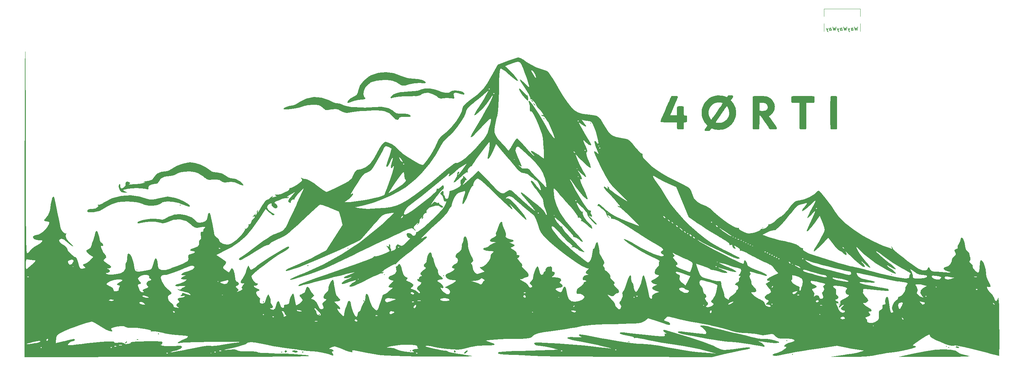
<source format=gbr>
%TF.GenerationSoftware,KiCad,Pcbnew,(7.0.0)*%
%TF.CreationDate,2024-04-06T15:00:31+02:00*%
%TF.ProjectId,forti,666f7274-692e-46b6-9963-61645f706362,rev?*%
%TF.SameCoordinates,Original*%
%TF.FileFunction,Legend,Top*%
%TF.FilePolarity,Positive*%
%FSLAX46Y46*%
G04 Gerber Fmt 4.6, Leading zero omitted, Abs format (unit mm)*
G04 Created by KiCad (PCBNEW (7.0.0)) date 2024-04-06 15:00:31*
%MOMM*%
%LPD*%
G01*
G04 APERTURE LIST*
%ADD10C,0.150000*%
%ADD11C,0.120000*%
G04 APERTURE END LIST*
D10*
X238295059Y-26882592D02*
X238056964Y-27882592D01*
X238056964Y-27882592D02*
X237866488Y-27168307D01*
X237866488Y-27168307D02*
X237676012Y-27882592D01*
X237676012Y-27882592D02*
X237437917Y-26882592D01*
X236628393Y-27882592D02*
X236628393Y-27358783D01*
X236628393Y-27358783D02*
X236676012Y-27263545D01*
X236676012Y-27263545D02*
X236771250Y-27215926D01*
X236771250Y-27215926D02*
X236961726Y-27215926D01*
X236961726Y-27215926D02*
X237056964Y-27263545D01*
X236628393Y-27834973D02*
X236723631Y-27882592D01*
X236723631Y-27882592D02*
X236961726Y-27882592D01*
X236961726Y-27882592D02*
X237056964Y-27834973D01*
X237056964Y-27834973D02*
X237104583Y-27739735D01*
X237104583Y-27739735D02*
X237104583Y-27644497D01*
X237104583Y-27644497D02*
X237056964Y-27549259D01*
X237056964Y-27549259D02*
X236961726Y-27501640D01*
X236961726Y-27501640D02*
X236723631Y-27501640D01*
X236723631Y-27501640D02*
X236628393Y-27454021D01*
X236247440Y-27215926D02*
X236009345Y-27882592D01*
X235771250Y-27215926D02*
X236009345Y-27882592D01*
X236009345Y-27882592D02*
X236104583Y-28120688D01*
X236104583Y-28120688D02*
X236152202Y-28168307D01*
X236152202Y-28168307D02*
X236247440Y-28215926D01*
X235485535Y-26882592D02*
X235247440Y-27882592D01*
X235247440Y-27882592D02*
X235056964Y-27168307D01*
X235056964Y-27168307D02*
X234866488Y-27882592D01*
X234866488Y-27882592D02*
X234628393Y-26882592D01*
X233818869Y-27882592D02*
X233818869Y-27358783D01*
X233818869Y-27358783D02*
X233866488Y-27263545D01*
X233866488Y-27263545D02*
X233961726Y-27215926D01*
X233961726Y-27215926D02*
X234152202Y-27215926D01*
X234152202Y-27215926D02*
X234247440Y-27263545D01*
X233818869Y-27834973D02*
X233914107Y-27882592D01*
X233914107Y-27882592D02*
X234152202Y-27882592D01*
X234152202Y-27882592D02*
X234247440Y-27834973D01*
X234247440Y-27834973D02*
X234295059Y-27739735D01*
X234295059Y-27739735D02*
X234295059Y-27644497D01*
X234295059Y-27644497D02*
X234247440Y-27549259D01*
X234247440Y-27549259D02*
X234152202Y-27501640D01*
X234152202Y-27501640D02*
X233914107Y-27501640D01*
X233914107Y-27501640D02*
X233818869Y-27454021D01*
X233437916Y-27215926D02*
X233199821Y-27882592D01*
X232961726Y-27215926D02*
X233199821Y-27882592D01*
X233199821Y-27882592D02*
X233295059Y-28120688D01*
X233295059Y-28120688D02*
X233342678Y-28168307D01*
X233342678Y-28168307D02*
X233437916Y-28215926D01*
X232676011Y-26882592D02*
X232437916Y-27882592D01*
X232437916Y-27882592D02*
X232247440Y-27168307D01*
X232247440Y-27168307D02*
X232056964Y-27882592D01*
X232056964Y-27882592D02*
X231818869Y-26882592D01*
X231009345Y-27882592D02*
X231009345Y-27358783D01*
X231009345Y-27358783D02*
X231056964Y-27263545D01*
X231056964Y-27263545D02*
X231152202Y-27215926D01*
X231152202Y-27215926D02*
X231342678Y-27215926D01*
X231342678Y-27215926D02*
X231437916Y-27263545D01*
X231009345Y-27834973D02*
X231104583Y-27882592D01*
X231104583Y-27882592D02*
X231342678Y-27882592D01*
X231342678Y-27882592D02*
X231437916Y-27834973D01*
X231437916Y-27834973D02*
X231485535Y-27739735D01*
X231485535Y-27739735D02*
X231485535Y-27644497D01*
X231485535Y-27644497D02*
X231437916Y-27549259D01*
X231437916Y-27549259D02*
X231342678Y-27501640D01*
X231342678Y-27501640D02*
X231104583Y-27501640D01*
X231104583Y-27501640D02*
X231009345Y-27454021D01*
X230628392Y-27215926D02*
X230390297Y-27882592D01*
X230152202Y-27215926D02*
X230390297Y-27882592D01*
X230390297Y-27882592D02*
X230485535Y-28120688D01*
X230485535Y-28120688D02*
X230533154Y-28168307D01*
X230533154Y-28168307D02*
X230628392Y-28215926D01*
D11*
%TO.C,J1*%
X238969115Y-28093750D02*
X238969115Y-26093750D01*
X238969115Y-24193750D02*
X238969115Y-22293750D01*
X238969115Y-22293750D02*
X229569115Y-22293750D01*
X229569115Y-28093750D02*
X229569115Y-26093750D01*
X229569115Y-24193750D02*
X229569115Y-22293750D01*
%TO.C,G\u002A\u002A\u002A*%
G36*
X51715581Y-89963255D02*
G01*
X51567907Y-90110930D01*
X51420233Y-89963255D01*
X51567907Y-89815581D01*
X51715581Y-89963255D01*
G37*
G36*
X57327209Y-106502790D02*
G01*
X57179535Y-106650465D01*
X57031860Y-106502790D01*
X57179535Y-106355116D01*
X57327209Y-106502790D01*
G37*
G36*
X62938837Y-73128372D02*
G01*
X62791163Y-73276046D01*
X62643488Y-73128372D01*
X62791163Y-72980697D01*
X62938837Y-73128372D01*
G37*
G36*
X84499302Y-98233023D02*
G01*
X84351628Y-98380697D01*
X84203953Y-98233023D01*
X84351628Y-98085348D01*
X84499302Y-98233023D01*
G37*
G36*
X89224884Y-111228372D02*
G01*
X89077209Y-111376046D01*
X88929535Y-111228372D01*
X89077209Y-111080697D01*
X89224884Y-111228372D01*
G37*
G36*
X96017907Y-88781860D02*
G01*
X95870233Y-88929534D01*
X95722558Y-88781860D01*
X95870233Y-88634186D01*
X96017907Y-88781860D01*
G37*
G36*
X98971395Y-101481860D02*
G01*
X98823721Y-101629534D01*
X98676047Y-101481860D01*
X98823721Y-101334186D01*
X98971395Y-101481860D01*
G37*
G36*
X106355116Y-84351627D02*
G01*
X106207442Y-84499302D01*
X106059767Y-84351627D01*
X106207442Y-84203953D01*
X106355116Y-84351627D01*
G37*
G36*
X110490000Y-97937674D02*
G01*
X110342326Y-98085348D01*
X110194651Y-97937674D01*
X110342326Y-97790000D01*
X110490000Y-97937674D01*
G37*
G36*
X115806279Y-91144651D02*
G01*
X115658605Y-91292325D01*
X115510930Y-91144651D01*
X115658605Y-90996976D01*
X115806279Y-91144651D01*
G37*
G36*
X122599302Y-110933023D02*
G01*
X122451628Y-111080697D01*
X122303953Y-110933023D01*
X122451628Y-110785348D01*
X122599302Y-110933023D01*
G37*
G36*
X131164419Y-91440000D02*
G01*
X131016744Y-91587674D01*
X130869070Y-91440000D01*
X131016744Y-91292325D01*
X131164419Y-91440000D01*
G37*
G36*
X157155116Y-50681860D02*
G01*
X157007442Y-50829534D01*
X156859767Y-50681860D01*
X157007442Y-50534186D01*
X157155116Y-50681860D01*
G37*
G36*
X169264419Y-51863255D02*
G01*
X169116744Y-52010930D01*
X168969070Y-51863255D01*
X169116744Y-51715581D01*
X169264419Y-51863255D01*
G37*
G36*
X213862093Y-79035348D02*
G01*
X213714419Y-79183023D01*
X213566744Y-79035348D01*
X213714419Y-78887674D01*
X213862093Y-79035348D01*
G37*
G36*
X220064419Y-108274883D02*
G01*
X219916744Y-108422558D01*
X219769070Y-108274883D01*
X219916744Y-108127209D01*
X220064419Y-108274883D01*
G37*
G36*
X221541163Y-111819069D02*
G01*
X221393488Y-111966744D01*
X221245814Y-111819069D01*
X221393488Y-111671395D01*
X221541163Y-111819069D01*
G37*
G36*
X233650465Y-98823720D02*
G01*
X233502791Y-98971395D01*
X233355116Y-98823720D01*
X233502791Y-98676046D01*
X233650465Y-98823720D01*
G37*
G36*
X247236512Y-91144651D02*
G01*
X247088837Y-91292325D01*
X246941163Y-91144651D01*
X247088837Y-90996976D01*
X247236512Y-91144651D01*
G37*
G36*
X261413256Y-109751627D02*
G01*
X261265581Y-109899302D01*
X261117907Y-109751627D01*
X261265581Y-109603953D01*
X261413256Y-109751627D01*
G37*
G36*
X262003953Y-110046976D02*
G01*
X261856279Y-110194651D01*
X261708605Y-110046976D01*
X261856279Y-109899302D01*
X262003953Y-110046976D01*
G37*
G36*
X51912481Y-107930310D02*
G01*
X51871938Y-108105894D01*
X51715581Y-108127209D01*
X51472476Y-108019145D01*
X51518682Y-107930310D01*
X51869192Y-107894962D01*
X51912481Y-107930310D01*
G37*
G36*
X94738062Y-111179147D02*
G01*
X94697520Y-111354731D01*
X94541163Y-111376046D01*
X94298057Y-111267983D01*
X94344264Y-111179147D01*
X94694774Y-111143799D01*
X94738062Y-111179147D01*
G37*
G36*
X179207829Y-108521007D02*
G01*
X179167287Y-108696592D01*
X179010930Y-108717907D01*
X178767825Y-108609843D01*
X178814031Y-108521007D01*
X179164541Y-108485660D01*
X179207829Y-108521007D01*
G37*
G36*
X153860645Y-45928075D02*
G01*
X154177715Y-46225460D01*
X154112673Y-46396427D01*
X154071384Y-46399302D01*
X153821573Y-46189522D01*
X153730401Y-46058319D01*
X153695591Y-45856213D01*
X153860645Y-45928075D01*
G37*
G36*
X154451343Y-46814122D02*
G01*
X154768413Y-47111507D01*
X154703371Y-47282473D01*
X154662082Y-47285348D01*
X154412271Y-47075568D01*
X154321099Y-46944366D01*
X154286288Y-46742260D01*
X154451343Y-46814122D01*
G37*
G36*
X264070988Y-109813618D02*
G01*
X264582840Y-110009998D01*
X264576282Y-110156789D01*
X264236500Y-110194651D01*
X263745340Y-110032444D01*
X263645395Y-109926846D01*
X263739898Y-109775908D01*
X264070988Y-109813618D01*
G37*
G36*
X48964780Y-108613338D02*
G01*
X48909767Y-108717907D01*
X48631486Y-108999965D01*
X48579557Y-109013255D01*
X48559406Y-108822475D01*
X48614419Y-108717907D01*
X48892700Y-108435848D01*
X48944629Y-108422558D01*
X48964780Y-108613338D01*
G37*
G36*
X90397697Y-111010101D02*
G01*
X90406279Y-111080697D01*
X90181526Y-111367463D01*
X90110930Y-111376046D01*
X89824164Y-111151293D01*
X89815581Y-111080697D01*
X90040334Y-110793931D01*
X90110930Y-110785348D01*
X90397697Y-111010101D01*
G37*
G36*
X92923420Y-110891779D02*
G01*
X93212093Y-111080697D01*
X93108921Y-111301012D01*
X92656257Y-111376046D01*
X92024022Y-111269616D01*
X91735349Y-111080697D01*
X91838521Y-110860382D01*
X92291185Y-110785348D01*
X92923420Y-110891779D01*
G37*
G36*
X134105887Y-110999745D02*
G01*
X134117907Y-111080697D01*
X134017138Y-111368367D01*
X133987663Y-111376046D01*
X133735503Y-111169084D01*
X133674884Y-111080697D01*
X133698301Y-110808538D01*
X133805128Y-110785348D01*
X134105887Y-110999745D01*
G37*
G36*
X137233746Y-110963197D02*
G01*
X137071395Y-111228372D01*
X136626679Y-111600660D01*
X136408370Y-111671395D01*
X136318347Y-111493546D01*
X136480698Y-111228372D01*
X136925414Y-110856083D01*
X137143723Y-110785348D01*
X137233746Y-110963197D01*
G37*
G36*
X150962695Y-43079385D02*
G01*
X151628032Y-43737448D01*
X151631541Y-43741366D01*
X152209044Y-44339754D01*
X152624353Y-44685200D01*
X152725839Y-44721942D01*
X152874261Y-44931130D01*
X152954236Y-45386477D01*
X152934108Y-45935323D01*
X152723274Y-46033923D01*
X152286725Y-45664215D01*
X151589457Y-44808135D01*
X151434537Y-44602304D01*
X150824068Y-43696762D01*
X150549448Y-43108274D01*
X150599412Y-42886071D01*
X150962695Y-43079385D01*
G37*
G36*
X262380013Y-110608640D02*
G01*
X263647491Y-110924474D01*
X264268068Y-111323483D01*
X264805700Y-111628053D01*
X265721545Y-111932124D01*
X266704518Y-112148346D01*
X267153419Y-112237513D01*
X267313468Y-112309862D01*
X267143961Y-112367148D01*
X266604188Y-112411128D01*
X265653444Y-112443555D01*
X264251022Y-112466185D01*
X262356214Y-112480773D01*
X259928314Y-112489074D01*
X258755116Y-112491087D01*
X248860930Y-112504552D01*
X252700465Y-111652593D01*
X255752637Y-111047194D01*
X258403005Y-110670842D01*
X260621991Y-110524376D01*
X262380013Y-110608640D01*
G37*
G36*
X118087074Y-38953377D02*
G01*
X119645814Y-39512132D01*
X121621766Y-40194566D01*
X123042326Y-40360136D01*
X124390569Y-40479321D01*
X125481823Y-40713898D01*
X126202023Y-41030108D01*
X126438837Y-41365411D01*
X126171374Y-41523232D01*
X125440902Y-41519517D01*
X125137793Y-41484092D01*
X123454438Y-41521902D01*
X122150563Y-41836134D01*
X121098210Y-42125253D01*
X120430522Y-42186140D01*
X119993126Y-42032157D01*
X119981259Y-42023869D01*
X118791620Y-41281838D01*
X117681626Y-40871284D01*
X116384201Y-40710250D01*
X115658605Y-40697376D01*
X113701616Y-40854986D01*
X112212297Y-41327939D01*
X111148788Y-42132739D01*
X110792920Y-42615831D01*
X110343723Y-43588008D01*
X110207162Y-44435020D01*
X110402546Y-45000406D01*
X110490000Y-45070232D01*
X110791544Y-45416813D01*
X110568911Y-45685820D01*
X109888571Y-45807260D01*
X109788761Y-45808604D01*
X108859753Y-45911607D01*
X107793330Y-46167431D01*
X107536512Y-46251627D01*
X106681056Y-46547893D01*
X106242825Y-46665199D01*
X106082252Y-46621828D01*
X106059767Y-46445077D01*
X106302478Y-46002052D01*
X106909215Y-45482553D01*
X107697888Y-45035228D01*
X107877176Y-44961475D01*
X108459865Y-44581580D01*
X108777456Y-43887816D01*
X108854872Y-43509201D01*
X109355887Y-42160552D01*
X110332669Y-40878287D01*
X111673928Y-39794267D01*
X112282158Y-39448436D01*
X114072573Y-38845084D01*
X116069798Y-38680602D01*
X118087074Y-38953377D01*
G37*
G36*
X128809609Y-43154503D02*
G01*
X129540000Y-43445813D01*
X130533247Y-43828221D01*
X131527835Y-44014007D01*
X132342396Y-43986684D01*
X132788837Y-43741162D01*
X133214422Y-43527439D01*
X133988750Y-43452777D01*
X134888580Y-43508732D01*
X135690670Y-43686859D01*
X136054597Y-43864689D01*
X136450727Y-44276913D01*
X136345603Y-44492392D01*
X135812496Y-44451670D01*
X135468711Y-44340123D01*
X134667920Y-44111278D01*
X134093053Y-44036511D01*
X133696530Y-44135745D01*
X133652427Y-44544128D01*
X133712745Y-44820585D01*
X133804199Y-45329407D01*
X133630591Y-45511344D01*
X133050812Y-45464673D01*
X132836887Y-45430591D01*
X131861198Y-45376422D01*
X130971699Y-45484178D01*
X130939068Y-45493180D01*
X130306446Y-45571746D01*
X129706379Y-45339490D01*
X129099734Y-44883173D01*
X128145390Y-44320486D01*
X127075370Y-44037613D01*
X126078101Y-44054342D01*
X125342010Y-44390461D01*
X125257323Y-44479678D01*
X124670076Y-44794174D01*
X123699293Y-44900803D01*
X123670577Y-44900359D01*
X122259663Y-44904574D01*
X120818342Y-44959436D01*
X119498429Y-45053834D01*
X118451743Y-45176657D01*
X117830100Y-45316794D01*
X117799884Y-45330021D01*
X117363571Y-45436159D01*
X117293745Y-45234070D01*
X117553324Y-44846870D01*
X118074759Y-44417410D01*
X118847554Y-44090820D01*
X119887145Y-43864159D01*
X120363713Y-43816949D01*
X122092272Y-43712989D01*
X123335223Y-43611018D01*
X124197451Y-43497472D01*
X124783840Y-43358785D01*
X125174674Y-43194761D01*
X126199614Y-42906165D01*
X127492680Y-42897428D01*
X128809609Y-43154503D01*
G37*
G36*
X52361653Y-70928190D02*
G01*
X53373883Y-71246647D01*
X54230189Y-71553287D01*
X54876521Y-71706336D01*
X55517021Y-71710864D01*
X56355830Y-71571941D01*
X57372390Y-71345960D01*
X58571541Y-71087498D01*
X59418206Y-70972666D01*
X60132410Y-70999646D01*
X60934179Y-71166619D01*
X61472788Y-71312069D01*
X62643385Y-71706241D01*
X63743438Y-72194325D01*
X64636953Y-72702646D01*
X65187932Y-73157529D01*
X65297972Y-73384330D01*
X65269144Y-73504125D01*
X65111282Y-73531172D01*
X64724074Y-73439890D01*
X64007210Y-73204702D01*
X62860376Y-72800025D01*
X62495814Y-72669763D01*
X60919143Y-72262411D01*
X59470436Y-72179106D01*
X58286819Y-72416787D01*
X57684342Y-72777109D01*
X56927949Y-73143670D01*
X55827970Y-73313049D01*
X54598282Y-73283396D01*
X53452767Y-73052858D01*
X52896977Y-72818533D01*
X52198382Y-72515562D01*
X51338373Y-72336353D01*
X50153398Y-72255431D01*
X49205116Y-72243449D01*
X47803521Y-72269413D01*
X46771990Y-72375980D01*
X45891225Y-72604055D01*
X44941927Y-72994545D01*
X44782895Y-73068331D01*
X43786595Y-73566947D01*
X42956668Y-74039150D01*
X42524418Y-74341758D01*
X41962601Y-74621528D01*
X41050828Y-74859491D01*
X40375128Y-74959979D01*
X39422446Y-75033529D01*
X38919948Y-74985205D01*
X38735096Y-74789897D01*
X38720233Y-74646436D01*
X38879768Y-74314336D01*
X39439812Y-74175380D01*
X39865464Y-74162093D01*
X40721797Y-74046616D01*
X41328955Y-73756411D01*
X41557782Y-73375810D01*
X41449647Y-73127682D01*
X41430479Y-73012176D01*
X41550546Y-73067958D01*
X41964619Y-73023514D01*
X42647461Y-72702631D01*
X43012634Y-72473749D01*
X45136929Y-71371511D01*
X47500162Y-70735022D01*
X49956885Y-70581506D01*
X52361653Y-70928190D01*
G37*
G36*
X198421752Y-104387324D02*
G01*
X199376735Y-104562032D01*
X200478822Y-104847021D01*
X201552644Y-105142727D01*
X203016893Y-105515834D01*
X204684412Y-105919974D01*
X206368044Y-106308775D01*
X206478372Y-106333482D01*
X208034610Y-106686493D01*
X209470288Y-107021716D01*
X210642470Y-107305128D01*
X211408223Y-107502707D01*
X211497352Y-107528142D01*
X212502602Y-107730477D01*
X213619710Y-107829789D01*
X213771769Y-107831860D01*
X214830702Y-107891583D01*
X215937758Y-108047722D01*
X216937572Y-108265729D01*
X217674781Y-108511058D01*
X217994022Y-108749163D01*
X217996977Y-108771380D01*
X217722858Y-108899632D01*
X216965801Y-108925510D01*
X215823751Y-108853855D01*
X214394657Y-108689511D01*
X213419070Y-108545057D01*
X212533023Y-108403283D01*
X213345233Y-108865376D01*
X213876614Y-109260040D01*
X214162123Y-109637181D01*
X214117826Y-109855559D01*
X213935930Y-109859367D01*
X213568276Y-109792614D01*
X212753996Y-109644544D01*
X211627611Y-109439623D01*
X210760930Y-109281907D01*
X209074544Y-109017303D01*
X207191799Y-108787161D01*
X205448842Y-108631024D01*
X205001628Y-108604433D01*
X204057467Y-108519779D01*
X202753497Y-108351098D01*
X201193146Y-108117113D01*
X199479844Y-107836544D01*
X197717018Y-107528113D01*
X196008098Y-107210543D01*
X194456511Y-106902553D01*
X193165687Y-106622866D01*
X192239053Y-106390204D01*
X191780040Y-106223287D01*
X191760353Y-106207639D01*
X191677734Y-106011016D01*
X191961640Y-105916402D01*
X192667084Y-105924042D01*
X193849076Y-106034183D01*
X195386382Y-106223850D01*
X196747729Y-106393283D01*
X197877402Y-106516660D01*
X198657398Y-106582295D01*
X198969510Y-106578706D01*
X199022730Y-106165156D01*
X198743743Y-105585148D01*
X198255509Y-105048714D01*
X197962061Y-104857849D01*
X197442975Y-104580535D01*
X197427979Y-104446948D01*
X197820682Y-104360737D01*
X198421752Y-104387324D01*
G37*
G36*
X99331568Y-45254514D02*
G01*
X101171564Y-45893737D01*
X101493447Y-46071655D01*
X102354176Y-46475322D01*
X103147909Y-46685921D01*
X103285503Y-46694651D01*
X104058287Y-46832534D01*
X104924030Y-47166592D01*
X104966876Y-47188603D01*
X105892943Y-47496603D01*
X107218335Y-47703919D01*
X108127209Y-47765727D01*
X109237323Y-47808685D01*
X110122346Y-47845282D01*
X110611260Y-47868408D01*
X110637674Y-47870116D01*
X111060505Y-47855234D01*
X111897479Y-47796183D01*
X112974757Y-47705360D01*
X113075273Y-47696260D01*
X115021485Y-47689259D01*
X116669469Y-48028982D01*
X117928938Y-48692338D01*
X118292319Y-49030452D01*
X118791260Y-49383327D01*
X119523648Y-49471081D01*
X120057335Y-49429325D01*
X120898928Y-49423271D01*
X121695418Y-49555966D01*
X122290476Y-49779111D01*
X122527773Y-50044404D01*
X122467315Y-50173925D01*
X122085942Y-50267741D01*
X121338125Y-50290652D01*
X120964583Y-50275320D01*
X120052906Y-50284522D01*
X119580060Y-50479224D01*
X119465848Y-50659510D01*
X119112999Y-51075584D01*
X118610356Y-50937338D01*
X118055740Y-50343153D01*
X116997744Y-49376272D01*
X115544174Y-48769478D01*
X113790877Y-48555097D01*
X112885946Y-48599553D01*
X111651612Y-48702013D01*
X110461188Y-48765548D01*
X109751628Y-48776940D01*
X108738797Y-48828929D01*
X107535495Y-48982406D01*
X107015837Y-49077069D01*
X106049747Y-49240645D01*
X105389201Y-49212758D01*
X104770286Y-48958932D01*
X104389929Y-48734021D01*
X103646214Y-48337307D01*
X102990182Y-48213091D01*
X102126301Y-48317405D01*
X101896522Y-48363061D01*
X101011013Y-48512601D01*
X100457384Y-48463367D01*
X99995489Y-48163931D01*
X99715570Y-47896003D01*
X99199649Y-47464464D01*
X98622423Y-47237418D01*
X97777607Y-47155731D01*
X97118023Y-47151382D01*
X95884308Y-47241965D01*
X94757461Y-47462161D01*
X94245814Y-47640335D01*
X93502792Y-47892448D01*
X92531397Y-48106634D01*
X91489649Y-48264319D01*
X90535563Y-48346930D01*
X89827160Y-48335896D01*
X89522456Y-48212644D01*
X89520233Y-48195759D01*
X89774611Y-47931336D01*
X90394884Y-47637321D01*
X91166765Y-47395060D01*
X91875961Y-47285903D01*
X91918461Y-47285348D01*
X92459461Y-47122280D01*
X93244891Y-46706125D01*
X93720319Y-46395289D01*
X95463770Y-45511210D01*
X97381578Y-45128978D01*
X99331568Y-45254514D01*
G37*
G36*
X66580778Y-62223505D02*
G01*
X68023864Y-62669661D01*
X69355279Y-63292274D01*
X70144200Y-63837561D01*
X71072530Y-64474692D01*
X72053195Y-64703190D01*
X72332493Y-64710930D01*
X73563442Y-64927409D01*
X74403579Y-65449302D01*
X75187115Y-65940418D01*
X75965184Y-66182378D01*
X76065326Y-66187674D01*
X77140994Y-66401767D01*
X78224744Y-66940722D01*
X78877436Y-67504407D01*
X79159700Y-67968193D01*
X78974042Y-68097183D01*
X78341049Y-67888667D01*
X77833807Y-67641728D01*
X76816898Y-67240161D01*
X75772236Y-67165708D01*
X75260007Y-67214622D01*
X74272151Y-67275494D01*
X73653479Y-67126410D01*
X73360823Y-66905341D01*
X72870714Y-66606943D01*
X72104410Y-66511030D01*
X71303904Y-66548929D01*
X70301869Y-66586422D01*
X69680363Y-66462260D01*
X69241480Y-66134523D01*
X69215878Y-66106635D01*
X68620898Y-65606890D01*
X67782025Y-65072703D01*
X67542358Y-64944246D01*
X66499567Y-64601095D01*
X65217032Y-64443655D01*
X63890906Y-64466973D01*
X62717338Y-64666093D01*
X61892479Y-65036061D01*
X61829717Y-65088545D01*
X61141039Y-65442730D01*
X60242863Y-65596639D01*
X60202832Y-65596976D01*
X58784247Y-65767958D01*
X57794290Y-66266253D01*
X57329223Y-66920750D01*
X56888542Y-67521750D01*
X56281382Y-67664418D01*
X55366601Y-67796176D01*
X54742126Y-68136179D01*
X54541775Y-68601521D01*
X54571978Y-68723454D01*
X54602234Y-69001194D01*
X54307058Y-69061632D01*
X53601096Y-68940460D01*
X51453216Y-68724688D01*
X49172977Y-68914238D01*
X48914341Y-68962217D01*
X48185842Y-69119569D01*
X47972432Y-69251643D01*
X48208940Y-69443712D01*
X48447047Y-69573644D01*
X49156575Y-69953372D01*
X48374160Y-69953372D01*
X47651134Y-69801965D01*
X47238765Y-69528055D01*
X46984748Y-69011782D01*
X46860338Y-68371167D01*
X46889151Y-67844508D01*
X47054084Y-67664418D01*
X47242132Y-67912318D01*
X47285349Y-68255116D01*
X47350410Y-68735436D01*
X47640175Y-68795675D01*
X48173624Y-68549272D01*
X48597860Y-68040807D01*
X48614189Y-67663225D01*
X48679072Y-67184300D01*
X49056969Y-67073720D01*
X49603698Y-67196874D01*
X49797242Y-67460089D01*
X49548056Y-67704000D01*
X49430244Y-67738047D01*
X49445114Y-67778056D01*
X49947351Y-67779083D01*
X50834962Y-67741881D01*
X51124884Y-67725532D01*
X52235117Y-67623872D01*
X53120186Y-67476365D01*
X53609016Y-67312632D01*
X53635349Y-67290873D01*
X53737986Y-67118068D01*
X53487674Y-67225418D01*
X53221562Y-67313988D01*
X53287008Y-67198676D01*
X53498447Y-67019690D01*
X53835265Y-66919079D01*
X54491262Y-66851270D01*
X54882997Y-66823357D01*
X55532633Y-66515630D01*
X55968405Y-65949825D01*
X56751358Y-65047517D01*
X57911003Y-64522575D01*
X58837557Y-64415581D01*
X59684458Y-64225620D01*
X60598597Y-63747705D01*
X60730110Y-63652311D01*
X61873509Y-62980829D01*
X63280739Y-62431039D01*
X64666836Y-62102794D01*
X65294962Y-62052790D01*
X66580778Y-62223505D01*
G37*
G36*
X160716231Y-110637674D02*
G01*
X175466744Y-110637674D01*
X175614419Y-110785348D01*
X175762093Y-110637674D01*
X175614419Y-110490000D01*
X175466744Y-110637674D01*
X160716231Y-110637674D01*
X158779535Y-110161004D01*
X157595781Y-109898756D01*
X156505981Y-109706692D01*
X155769640Y-109628054D01*
X155075150Y-109507444D01*
X154591789Y-109250119D01*
X154483308Y-108955645D01*
X154541239Y-108881144D01*
X154930106Y-108813817D01*
X155825709Y-108802781D01*
X157147384Y-108842027D01*
X158814462Y-108925547D01*
X160746279Y-109047331D01*
X162862167Y-109201369D01*
X165081461Y-109381654D01*
X167323495Y-109582176D01*
X169507601Y-109796925D01*
X171553115Y-110019893D01*
X173379369Y-110245070D01*
X174008816Y-110331347D01*
X174425273Y-110370872D01*
X174346833Y-110306371D01*
X173856215Y-110157438D01*
X173036138Y-109943666D01*
X171969323Y-109684648D01*
X170738489Y-109399977D01*
X169426357Y-109109245D01*
X168115645Y-108832047D01*
X166889074Y-108587975D01*
X165867907Y-108403086D01*
X164522614Y-108161013D01*
X163669604Y-107961908D01*
X163214833Y-107777023D01*
X163064257Y-107577610D01*
X163062093Y-107545392D01*
X163332308Y-107438218D01*
X164045423Y-107383308D01*
X165055145Y-107390799D01*
X165203372Y-107397013D01*
X166132632Y-107425788D01*
X166676671Y-107413958D01*
X166744077Y-107364578D01*
X166680116Y-107347687D01*
X166177052Y-107119186D01*
X166014849Y-106833978D01*
X166264665Y-106659521D01*
X166384767Y-106652646D01*
X166773584Y-106707350D01*
X167651407Y-106859057D01*
X168927566Y-107091184D01*
X170511392Y-107387148D01*
X172312218Y-107730365D01*
X172956279Y-107854579D01*
X176291368Y-108457779D01*
X179089293Y-108872434D01*
X181371667Y-109101545D01*
X182259767Y-109145614D01*
X184541093Y-109308933D01*
X187070219Y-109651887D01*
X189010561Y-110016805D01*
X191009435Y-110419133D01*
X192944701Y-110750017D01*
X194985061Y-111033190D01*
X197299216Y-111292384D01*
X199685349Y-111518525D01*
X201605116Y-111689765D01*
X199390000Y-111077537D01*
X197503529Y-110590427D01*
X195494249Y-110144916D01*
X193232604Y-109715654D01*
X190589038Y-109277291D01*
X188780415Y-109001549D01*
X187125751Y-108740604D01*
X185505241Y-108458792D01*
X184099078Y-108189043D01*
X183087455Y-107964290D01*
X183044318Y-107953234D01*
X182014031Y-107730037D01*
X181153140Y-107620464D01*
X180731983Y-107635435D01*
X180355717Y-107652087D01*
X180337723Y-107540196D01*
X180151518Y-107372026D01*
X179521388Y-107166294D01*
X178671876Y-106984431D01*
X177699375Y-106794064D01*
X176983127Y-106618284D01*
X176704754Y-106510180D01*
X176617779Y-106298018D01*
X176920456Y-106191562D01*
X177662527Y-106190197D01*
X178893737Y-106293306D01*
X180378918Y-106464723D01*
X182042372Y-106661460D01*
X183763264Y-106849972D01*
X185304924Y-107005042D01*
X186168433Y-107081616D01*
X187316985Y-107160285D01*
X187983991Y-107158487D01*
X188274822Y-107062483D01*
X188294850Y-106858532D01*
X188276827Y-106806679D01*
X188268228Y-106480882D01*
X188650720Y-106508576D01*
X188884279Y-106538833D01*
X188583859Y-106344550D01*
X188535930Y-106319117D01*
X188035686Y-105950630D01*
X187860722Y-105616214D01*
X188090089Y-105467778D01*
X188092907Y-105467755D01*
X188473068Y-105550921D01*
X189367361Y-105804056D01*
X190786372Y-106230365D01*
X192740690Y-106833054D01*
X195240901Y-107615326D01*
X196543495Y-108025713D01*
X198066415Y-108538417D01*
X199594344Y-109107038D01*
X200911585Y-109648809D01*
X201556221Y-109949165D01*
X202469309Y-110396203D01*
X203148830Y-110646224D01*
X203804868Y-110728274D01*
X204647511Y-110671397D01*
X205731795Y-110526455D01*
X207515867Y-110282936D01*
X208797050Y-110129070D01*
X209655423Y-110059278D01*
X210171069Y-110067985D01*
X210424067Y-110149612D01*
X210466831Y-110196672D01*
X210274789Y-110356820D01*
X209633728Y-110557653D01*
X208679512Y-110757200D01*
X208618471Y-110767673D01*
X207435035Y-110989590D01*
X205924373Y-111302653D01*
X204332385Y-111654995D01*
X203575079Y-111831507D01*
X200524111Y-112557441D01*
X178470428Y-112509686D01*
X174850451Y-112499123D01*
X171356141Y-112483676D01*
X168039589Y-112463897D01*
X164952884Y-112440337D01*
X162148116Y-112413545D01*
X159677375Y-112384075D01*
X157592751Y-112352476D01*
X155946333Y-112319300D01*
X154790213Y-112285098D01*
X154201628Y-112252940D01*
X152928901Y-112159476D01*
X151316918Y-112078935D01*
X149617118Y-112022595D01*
X148681268Y-112005347D01*
X146955331Y-111948149D01*
X145779626Y-111824799D01*
X145165172Y-111637679D01*
X145122986Y-111389170D01*
X145275246Y-111269111D01*
X145623885Y-111220945D01*
X146482201Y-111161635D01*
X147769360Y-111095000D01*
X149404530Y-111024858D01*
X151306879Y-110955029D01*
X153180645Y-110895606D01*
X153581634Y-110883798D01*
X161388450Y-110883798D01*
X161428992Y-111059383D01*
X161585349Y-111080697D01*
X161828454Y-110972634D01*
X161782248Y-110883798D01*
X161431738Y-110848450D01*
X161388450Y-110883798D01*
X153581634Y-110883798D01*
X160846977Y-110669854D01*
X160716231Y-110637674D01*
G37*
G36*
X141250946Y-43002790D02*
G01*
X142683023Y-43002790D01*
X142830698Y-43150465D01*
X142978372Y-43002790D01*
X142830698Y-42855116D01*
X142683023Y-43002790D01*
X141250946Y-43002790D01*
X141492780Y-42730406D01*
X142314466Y-41564834D01*
X143210291Y-40066819D01*
X143805356Y-38996031D01*
X145027256Y-36761364D01*
X147502771Y-35821031D01*
X148668382Y-35398635D01*
X149664815Y-35074532D01*
X150334541Y-34898506D01*
X150478211Y-34880697D01*
X150963155Y-35049925D01*
X151731131Y-35491071D01*
X152516045Y-36036031D01*
X153645277Y-36761173D01*
X154911752Y-37395771D01*
X155678372Y-37684834D01*
X156672725Y-37993701D01*
X157497451Y-38261724D01*
X157840573Y-38381698D01*
X158164758Y-38697834D01*
X158711433Y-39439093D01*
X159418609Y-40512914D01*
X160224296Y-41826739D01*
X160741795Y-42713708D01*
X161998799Y-44836410D01*
X163078685Y-46476569D01*
X164038713Y-47693851D01*
X164936141Y-48547924D01*
X165828228Y-49098454D01*
X166772233Y-49405109D01*
X167235183Y-49480162D01*
X168795443Y-49666069D01*
X169901729Y-49833551D01*
X170682294Y-50063862D01*
X171265389Y-50438258D01*
X171779268Y-51037993D01*
X172352182Y-51944320D01*
X173079457Y-53182807D01*
X173628117Y-54064322D01*
X174137191Y-54687810D01*
X174733873Y-55123268D01*
X175545354Y-55440694D01*
X176698826Y-55710086D01*
X178146546Y-55971400D01*
X178772968Y-56158368D01*
X179353694Y-56553076D01*
X180018104Y-57263663D01*
X180637254Y-58053183D01*
X181330655Y-58915872D01*
X181907770Y-59532932D01*
X182269805Y-59801896D01*
X182321166Y-59799728D01*
X182528786Y-59824366D01*
X182527458Y-59889558D01*
X182526380Y-60357678D01*
X182749994Y-60846533D01*
X183278445Y-61480318D01*
X184047931Y-62245667D01*
X185113549Y-63202260D01*
X186248402Y-64070039D01*
X187566857Y-64921736D01*
X189183282Y-65830078D01*
X191212046Y-66867795D01*
X191676556Y-67096877D01*
X193041029Y-67775839D01*
X193970519Y-68278391D01*
X194563862Y-68681027D01*
X194919895Y-69060241D01*
X195137454Y-69492530D01*
X195261390Y-69871386D01*
X195857297Y-71342629D01*
X196656137Y-72327101D01*
X197740355Y-72916315D01*
X198099154Y-73021132D01*
X199016836Y-73368088D01*
X199977843Y-73996896D01*
X201122343Y-75001619D01*
X201288483Y-75161422D01*
X202364357Y-76121842D01*
X203554117Y-77051361D01*
X204748644Y-77879595D01*
X205838818Y-78536160D01*
X206715520Y-78950674D01*
X207269630Y-79052753D01*
X207305193Y-79042276D01*
X207546481Y-79066069D01*
X207505684Y-79193393D01*
X207642263Y-79469590D01*
X208193169Y-79851246D01*
X208681475Y-80094184D01*
X209496558Y-80426568D01*
X210113007Y-80544707D01*
X210794160Y-80460014D01*
X211667166Y-80223582D01*
X212509990Y-79926781D01*
X213029433Y-79641569D01*
X213118835Y-79470465D01*
X213175456Y-79311128D01*
X213379869Y-79356523D01*
X213885626Y-79337872D01*
X214487334Y-79069075D01*
X214983087Y-78680394D01*
X215170981Y-78302087D01*
X215142993Y-78219036D01*
X215139087Y-78053698D01*
X215319863Y-78137575D01*
X215768356Y-78084990D01*
X216472634Y-77597985D01*
X216768404Y-77329264D01*
X217517906Y-76684816D01*
X218195218Y-76222762D01*
X218440000Y-76110022D01*
X218890197Y-75793634D01*
X219546459Y-75122637D01*
X220281378Y-74229990D01*
X220425693Y-74037776D01*
X221176947Y-73063328D01*
X221750202Y-72469689D01*
X222290175Y-72142916D01*
X222941581Y-71969068D01*
X223083833Y-71944899D01*
X224567378Y-71577584D01*
X225937158Y-71012165D01*
X226993122Y-70338186D01*
X227272403Y-70070088D01*
X227792091Y-69606931D01*
X228174386Y-69436511D01*
X228499922Y-69664936D01*
X229072624Y-70281419D01*
X229811633Y-71182769D01*
X230636092Y-72265795D01*
X231465143Y-73427308D01*
X232217927Y-74564118D01*
X232319352Y-74726265D01*
X233542677Y-76313194D01*
X235240743Y-77954488D01*
X237311488Y-79577145D01*
X239652851Y-81108162D01*
X242162770Y-82474538D01*
X244719310Y-83595656D01*
X245932490Y-84059958D01*
X246686690Y-84336547D01*
X247075389Y-84446778D01*
X247192069Y-84412005D01*
X247130212Y-84253585D01*
X247058916Y-84130116D01*
X247000032Y-83926951D01*
X247115323Y-84007054D01*
X247372323Y-84418711D01*
X247384186Y-84502744D01*
X247606535Y-84755262D01*
X248205614Y-85275517D01*
X249079471Y-85985145D01*
X250126154Y-86805780D01*
X251243711Y-87659058D01*
X252330190Y-88466612D01*
X253283638Y-89150078D01*
X254002105Y-89631090D01*
X254231630Y-89766019D01*
X255027351Y-90049984D01*
X255772247Y-90096240D01*
X256279108Y-89913288D01*
X256392326Y-89667907D01*
X256525065Y-89266566D01*
X256806767Y-89321144D01*
X257062657Y-89793476D01*
X257068600Y-89815581D01*
X257404916Y-90278033D01*
X258093443Y-90406279D01*
X258857956Y-90429929D01*
X259943901Y-90491186D01*
X260853070Y-90556574D01*
X261900967Y-90622997D01*
X262366193Y-90608060D01*
X262251351Y-90510275D01*
X261559044Y-90328156D01*
X261339419Y-90278812D01*
X260767500Y-90006224D01*
X260536524Y-89625732D01*
X260690733Y-89311791D01*
X261072132Y-89224883D01*
X261727266Y-88984455D01*
X262317917Y-88411824D01*
X262645572Y-87729972D01*
X262654429Y-87447545D01*
X262810368Y-86899278D01*
X263240713Y-86443068D01*
X263694163Y-86038763D01*
X263689698Y-85642374D01*
X263533126Y-85359546D01*
X263312826Y-84885532D01*
X263526566Y-84659961D01*
X263755729Y-84590192D01*
X264166483Y-84359462D01*
X264190290Y-84157386D01*
X264212745Y-83737795D01*
X264488961Y-83167635D01*
X264836536Y-82478801D01*
X264957442Y-81974616D01*
X265130932Y-81624663D01*
X265319036Y-81617120D01*
X265625649Y-81979157D01*
X265923806Y-82753766D01*
X266154797Y-83764964D01*
X266231327Y-84351627D01*
X266463563Y-84917878D01*
X266704457Y-85110968D01*
X267119549Y-85524122D01*
X267189824Y-85738985D01*
X267335409Y-86405916D01*
X267448428Y-86800718D01*
X267468571Y-87366405D01*
X267310555Y-87606446D01*
X267242335Y-87899963D01*
X267613730Y-88252643D01*
X268036583Y-88711493D01*
X268099779Y-89076412D01*
X268185596Y-89476733D01*
X268549834Y-89989865D01*
X269024128Y-90440249D01*
X269440109Y-90652323D01*
X269574062Y-90613690D01*
X269747404Y-90212406D01*
X269869596Y-89362790D01*
X269940679Y-88265000D01*
X270057570Y-87609319D01*
X270290812Y-87437607D01*
X270593112Y-87666256D01*
X270917179Y-88211657D01*
X271215722Y-88990200D01*
X271441448Y-89918276D01*
X271547067Y-90912278D01*
X271549626Y-91109534D01*
X271715090Y-91963559D01*
X272127892Y-92885105D01*
X272225711Y-93039919D01*
X272670121Y-93843100D01*
X272720977Y-94315572D01*
X272379827Y-94408767D01*
X272184030Y-94348990D01*
X271805850Y-94337702D01*
X271772986Y-94654794D01*
X272048429Y-95178368D01*
X272595171Y-95786524D01*
X272630000Y-95817888D01*
X273256510Y-96519997D01*
X273662412Y-97235720D01*
X273695739Y-97343453D01*
X273937219Y-97958139D01*
X274216706Y-97988858D01*
X274549168Y-97434466D01*
X274615519Y-97273139D01*
X274715532Y-97157961D01*
X274795715Y-97399956D01*
X274858130Y-98040615D01*
X274904840Y-99121433D01*
X274937909Y-100683904D01*
X274959398Y-102769522D01*
X274967883Y-104361511D01*
X274973557Y-106452343D01*
X274973599Y-108335418D01*
X274968420Y-109934294D01*
X274958429Y-111172530D01*
X274944038Y-111973687D01*
X274925657Y-112261323D01*
X274925465Y-112261348D01*
X274628083Y-112188507D01*
X273886822Y-111992957D01*
X272827486Y-111708140D01*
X272045814Y-111495853D01*
X269718177Y-110880257D01*
X267638127Y-110367140D01*
X265868432Y-109969637D01*
X264471857Y-109700882D01*
X263511169Y-109574010D01*
X263049137Y-109602157D01*
X263036707Y-109610581D01*
X262619565Y-109629067D01*
X261821879Y-109433533D01*
X260787011Y-109082806D01*
X259658326Y-108635716D01*
X258579183Y-108151091D01*
X257692947Y-107687757D01*
X257142979Y-107304544D01*
X257035533Y-107148028D01*
X256894922Y-106721297D01*
X256819816Y-106650465D01*
X256535216Y-106799344D01*
X255871772Y-107198568D01*
X254946205Y-107777016D01*
X254404845Y-108121965D01*
X253323563Y-108843636D01*
X252734199Y-109311745D01*
X252608227Y-109552129D01*
X252774302Y-109598709D01*
X253293244Y-109705052D01*
X253438837Y-109875057D01*
X253172630Y-110041859D01*
X252470483Y-110281928D01*
X251477104Y-110560047D01*
X250337202Y-110840995D01*
X249195487Y-111089555D01*
X248196669Y-111270508D01*
X247485455Y-111348635D01*
X247384186Y-111348610D01*
X246862335Y-111393464D01*
X245907602Y-111531632D01*
X244666286Y-111740355D01*
X243568452Y-111942220D01*
X241873755Y-112225632D01*
X240210514Y-112408242D01*
X238384175Y-112504589D01*
X236200182Y-112529208D01*
X235741707Y-112527064D01*
X231140000Y-112496686D01*
X234198416Y-112081384D01*
X235679382Y-111860280D01*
X237049303Y-111619855D01*
X238226567Y-111379603D01*
X239129560Y-111159016D01*
X239676672Y-110977589D01*
X239786289Y-110854813D01*
X239512159Y-110812185D01*
X238888219Y-110743229D01*
X237857461Y-110580130D01*
X236590933Y-110351192D01*
X235846430Y-110205580D01*
X232964356Y-109625811D01*
X227917294Y-110356627D01*
X226000873Y-110646084D01*
X224048952Y-110961692D01*
X222237618Y-111273593D01*
X220742958Y-111551931D01*
X220143408Y-111674768D01*
X218881645Y-111933346D01*
X217786705Y-112133851D01*
X217023166Y-112247190D01*
X216820734Y-112262093D01*
X216303307Y-112166086D01*
X216279022Y-111943310D01*
X216694703Y-111691630D01*
X217205984Y-111553079D01*
X217871411Y-111345010D01*
X218589622Y-111000308D01*
X219238459Y-110601492D01*
X219695760Y-110231084D01*
X219839365Y-109971605D01*
X219654163Y-109899302D01*
X219223517Y-109797843D01*
X219261314Y-109543763D01*
X219691101Y-109212511D01*
X220436427Y-108879534D01*
X220805843Y-108762743D01*
X221619003Y-108509680D01*
X221934401Y-108322706D01*
X221830533Y-108138090D01*
X221685470Y-108048552D01*
X221093472Y-107888024D01*
X220154357Y-107802247D01*
X219418983Y-107800850D01*
X218377115Y-107799907D01*
X217705951Y-107664294D01*
X217190421Y-107335451D01*
X216979581Y-107136663D01*
X216463821Y-106691252D01*
X215975723Y-106552611D01*
X215253086Y-106666157D01*
X215009235Y-106726489D01*
X213682707Y-106891474D01*
X212480191Y-106698725D01*
X211413980Y-106497432D01*
X210140009Y-106370167D01*
X209501459Y-106348070D01*
X208644621Y-106329474D01*
X207867436Y-106263810D01*
X207038030Y-106124524D01*
X206024530Y-105885064D01*
X204695061Y-105518876D01*
X203162201Y-105071650D01*
X201777381Y-104705224D01*
X200597321Y-104435348D01*
X242215581Y-104435348D01*
X242363256Y-104583023D01*
X242510930Y-104435348D01*
X242363256Y-104287674D01*
X242215581Y-104435348D01*
X200597321Y-104435348D01*
X200053955Y-104311082D01*
X198238352Y-103943090D01*
X196959876Y-103715917D01*
X195304332Y-103422858D01*
X193619205Y-103088331D01*
X192122698Y-102757515D01*
X191194881Y-102522251D01*
X190833747Y-102423804D01*
X233782806Y-102423804D01*
X233817266Y-102546529D01*
X234251193Y-102792812D01*
X234783056Y-102707280D01*
X234963944Y-102540807D01*
X234914494Y-102244440D01*
X234505644Y-102088478D01*
X234021348Y-102147013D01*
X233782806Y-102423804D01*
X190833747Y-102423804D01*
X190100826Y-102224006D01*
X189422912Y-102085431D01*
X189008996Y-102105027D01*
X188706935Y-102281296D01*
X188482145Y-102495529D01*
X188115210Y-102905041D01*
X188198172Y-103104765D01*
X188776683Y-103258179D01*
X189389640Y-103516428D01*
X189643488Y-103868118D01*
X189644179Y-104091191D01*
X189579600Y-104214456D01*
X189349776Y-104222181D01*
X188854730Y-104098633D01*
X187994486Y-103828079D01*
X186700176Y-103404953D01*
X183998946Y-102522232D01*
X183105323Y-103183441D01*
X182796913Y-103391706D01*
X182451978Y-103553848D01*
X181992020Y-103678035D01*
X181338537Y-103772434D01*
X180413031Y-103845212D01*
X179137001Y-103904535D01*
X177431947Y-103958572D01*
X175219371Y-104015488D01*
X175073525Y-104019056D01*
X173028162Y-104080325D01*
X171136652Y-104158243D01*
X169493269Y-104247239D01*
X168192285Y-104341739D01*
X167327974Y-104436172D01*
X167049302Y-104493390D01*
X166409689Y-104652282D01*
X165337728Y-104858576D01*
X163986994Y-105084721D01*
X162619070Y-105288168D01*
X160319011Y-105610284D01*
X158529764Y-105866709D01*
X157177105Y-106073326D01*
X156186806Y-106246017D01*
X155484644Y-106400666D01*
X154996391Y-106553154D01*
X154647823Y-106719366D01*
X154364713Y-106915184D01*
X154136008Y-107103381D01*
X153771076Y-107387080D01*
X153391355Y-107586323D01*
X152888920Y-107716684D01*
X152155848Y-107793739D01*
X151084213Y-107833063D01*
X149566092Y-107850232D01*
X148936525Y-107853752D01*
X147270420Y-107876272D01*
X145700722Y-107922888D01*
X144377374Y-107987410D01*
X143450322Y-108063646D01*
X143273721Y-108087584D01*
X141944651Y-108299524D01*
X143048096Y-108677937D01*
X143933124Y-109031274D01*
X144245083Y-109290125D01*
X143980952Y-109457032D01*
X143137707Y-109534539D01*
X142031014Y-109533596D01*
X139916724Y-109606276D01*
X137961143Y-109959798D01*
X137384084Y-110117311D01*
X136329607Y-110404214D01*
X135463529Y-110568160D01*
X134591995Y-110620974D01*
X133521148Y-110574480D01*
X132067805Y-110441577D01*
X130710253Y-110284483D01*
X129523317Y-110109865D01*
X128661896Y-109942555D01*
X128335927Y-109843269D01*
X127612744Y-109671555D01*
X126724785Y-109654025D01*
X126711508Y-109655262D01*
X126326121Y-109722000D01*
X126359009Y-109826679D01*
X126860218Y-109991221D01*
X127879789Y-110237548D01*
X128210930Y-110312110D01*
X129457419Y-110573978D01*
X130569246Y-110778518D01*
X131356117Y-110891610D01*
X131505401Y-110902807D01*
X132039447Y-110983526D01*
X132174392Y-111119121D01*
X132387299Y-111245676D01*
X133054908Y-111415962D01*
X134046064Y-111598237D01*
X134343874Y-111644165D01*
X135726402Y-111851594D01*
X137138356Y-112067123D01*
X138252791Y-112240749D01*
X138410005Y-112306217D01*
X137991889Y-112359692D01*
X137013695Y-112400879D01*
X135490673Y-112429482D01*
X133438076Y-112445206D01*
X130871155Y-112447755D01*
X128063256Y-112438184D01*
X124251409Y-112407940D01*
X121027495Y-112359065D01*
X118392036Y-112291574D01*
X116345551Y-112205482D01*
X114888560Y-112100808D01*
X114181860Y-112009915D01*
X111790456Y-111582021D01*
X111198373Y-111474496D01*
X123879147Y-111474496D01*
X123919690Y-111650080D01*
X124076047Y-111671395D01*
X124319152Y-111563331D01*
X124272946Y-111474496D01*
X123922436Y-111439148D01*
X123879147Y-111474496D01*
X111198373Y-111474496D01*
X109956368Y-111248942D01*
X108654639Y-111006094D01*
X107861801Y-110849209D01*
X107375003Y-110811902D01*
X107363744Y-111037912D01*
X107388993Y-111080950D01*
X107359494Y-111307526D01*
X106865171Y-111276364D01*
X105965358Y-111002092D01*
X104719388Y-110499337D01*
X104335261Y-110328104D01*
X103864796Y-110127878D01*
X116262872Y-110127878D01*
X116744226Y-110159818D01*
X117150116Y-110169265D01*
X117976954Y-110247562D01*
X118548808Y-110410725D01*
X118626860Y-110463903D01*
X119068839Y-110686095D01*
X119855220Y-110931565D01*
X120236512Y-111022971D01*
X121056132Y-111167651D01*
X121919286Y-111269222D01*
X122686060Y-111320406D01*
X123216537Y-111313924D01*
X123370801Y-111242498D01*
X123263837Y-111180442D01*
X122898776Y-110899415D01*
X123047548Y-110636424D01*
X123637430Y-110479343D01*
X123854535Y-110466683D01*
X124394740Y-110413961D01*
X124484912Y-110314322D01*
X124443392Y-110293782D01*
X124198434Y-110011466D01*
X124230088Y-109888999D01*
X124119363Y-109658136D01*
X123538020Y-109494273D01*
X122602350Y-109397597D01*
X121428640Y-109368295D01*
X120133181Y-109406554D01*
X118832262Y-109512561D01*
X117642172Y-109686504D01*
X116840000Y-109877112D01*
X116309205Y-110047217D01*
X116262872Y-110127878D01*
X103864796Y-110127878D01*
X103412698Y-109935469D01*
X102817471Y-109787271D01*
X102350874Y-109859239D01*
X101972470Y-110039473D01*
X101458771Y-110337081D01*
X101443459Y-110453078D01*
X101851047Y-110478174D01*
X102326216Y-110608911D01*
X102533232Y-110861648D01*
X102373469Y-111057949D01*
X102184069Y-111080697D01*
X102032133Y-111228494D01*
X102226156Y-111530858D01*
X102482115Y-111994634D01*
X102279335Y-112153468D01*
X101677719Y-111985149D01*
X101382094Y-111843843D01*
X100697596Y-111619924D01*
X99572648Y-111394442D01*
X98156830Y-111193903D01*
X97099336Y-111084879D01*
X95716241Y-110955088D01*
X94531744Y-110828061D01*
X93680805Y-110719287D01*
X93313177Y-110650319D01*
X92862538Y-110561502D01*
X91972711Y-110434319D01*
X90792298Y-110288939D01*
X90001434Y-110200836D01*
X88412308Y-109991851D01*
X86729628Y-109708240D01*
X85246395Y-109401062D01*
X84851041Y-109303330D01*
X83478326Y-108995611D01*
X82195167Y-108799618D01*
X81120306Y-108723369D01*
X80372486Y-108774880D01*
X80070449Y-108962169D01*
X80069070Y-108980458D01*
X79785915Y-109193335D01*
X78968598Y-109490589D01*
X77665344Y-109857845D01*
X75924374Y-110280726D01*
X75048140Y-110477196D01*
X74372540Y-110630560D01*
X74172169Y-110701440D01*
X74482507Y-110699276D01*
X75339034Y-110633509D01*
X75565000Y-110614723D01*
X76689886Y-110568133D01*
X77304356Y-110654102D01*
X77410930Y-110770682D01*
X77696167Y-110926112D01*
X78514822Y-111030712D01*
X79811311Y-111078380D01*
X80234175Y-111080697D01*
X81424376Y-111102512D01*
X82336199Y-111161209D01*
X82850125Y-111246668D01*
X82917023Y-111307864D01*
X83149950Y-111385406D01*
X83882836Y-111461266D01*
X85024952Y-111529865D01*
X86485572Y-111585621D01*
X87994359Y-111620159D01*
X89917906Y-111672832D01*
X91847608Y-111763117D01*
X93618367Y-111880717D01*
X95065086Y-112015337D01*
X95722558Y-112102142D01*
X96032070Y-112160239D01*
X96170491Y-112212620D01*
X96111433Y-112259603D01*
X95828505Y-112301507D01*
X95295317Y-112338649D01*
X94485480Y-112371348D01*
X93372604Y-112399920D01*
X91930299Y-112424685D01*
X90132175Y-112445959D01*
X87951843Y-112464062D01*
X85362912Y-112479310D01*
X82338994Y-112492022D01*
X78853698Y-112502515D01*
X74880635Y-112511109D01*
X70393414Y-112518119D01*
X65365646Y-112523865D01*
X60354535Y-112528220D01*
X22476047Y-112557441D01*
X22476047Y-111474496D01*
X59197752Y-111474496D01*
X59238294Y-111650080D01*
X59394651Y-111671395D01*
X59637757Y-111563331D01*
X59617154Y-111523720D01*
X70617907Y-111523720D01*
X70765581Y-111671395D01*
X70913256Y-111523720D01*
X70765581Y-111376046D01*
X70617907Y-111523720D01*
X59617154Y-111523720D01*
X59591550Y-111474496D01*
X59241040Y-111439148D01*
X59197752Y-111474496D01*
X22476047Y-111474496D01*
X22476047Y-110046976D01*
X26610930Y-110046976D01*
X26758605Y-110194651D01*
X26906279Y-110046976D01*
X26857054Y-109997751D01*
X44725659Y-109997751D01*
X44766201Y-110173336D01*
X44922558Y-110194651D01*
X45165664Y-110086587D01*
X45119457Y-109997751D01*
X44768947Y-109962404D01*
X44725659Y-109997751D01*
X26857054Y-109997751D01*
X26758605Y-109899302D01*
X26610930Y-110046976D01*
X22476047Y-110046976D01*
X22476047Y-109828689D01*
X45641354Y-109828689D01*
X45931667Y-109875985D01*
X46314739Y-109821683D01*
X46319312Y-109720862D01*
X45924020Y-109650357D01*
X45753227Y-109697545D01*
X45641354Y-109828689D01*
X22476047Y-109828689D01*
X22476047Y-109516149D01*
X46879060Y-109516149D01*
X47285349Y-109557319D01*
X47704635Y-109510905D01*
X47654535Y-109408349D01*
X47049853Y-109369340D01*
X46916163Y-109408349D01*
X46879060Y-109516149D01*
X22476047Y-109516149D01*
X22476047Y-109175901D01*
X22919070Y-109175901D01*
X22984133Y-109220853D01*
X23479194Y-109186215D01*
X24251706Y-109090204D01*
X25149122Y-108951036D01*
X25365784Y-108911338D01*
X30580243Y-108911338D01*
X30586779Y-108935366D01*
X30874133Y-108896257D01*
X31585537Y-108728990D01*
X32577116Y-108467842D01*
X32756240Y-108418505D01*
X34020104Y-108077983D01*
X34820837Y-107896826D01*
X35260907Y-107864042D01*
X35442782Y-107968637D01*
X35471395Y-108127209D01*
X35236603Y-108398703D01*
X35084822Y-108422558D01*
X34584572Y-108565764D01*
X34070074Y-108893076D01*
X33742189Y-109251030D01*
X33741296Y-109449047D01*
X34094547Y-109487779D01*
X34900502Y-109443959D01*
X36028459Y-109327563D01*
X36989669Y-109201132D01*
X38861400Y-108955292D01*
X40668422Y-108756599D01*
X42324003Y-108610448D01*
X43741408Y-108522234D01*
X44833905Y-108497350D01*
X45514759Y-108541193D01*
X45697238Y-108659157D01*
X45697004Y-108659538D01*
X45817961Y-108827863D01*
X46465060Y-108825264D01*
X46724479Y-108794588D01*
X47647752Y-108762253D01*
X48132700Y-108953165D01*
X48147027Y-108973826D01*
X48606722Y-109178943D01*
X49358540Y-109115477D01*
X49956880Y-108947757D01*
X49982051Y-108792570D01*
X49869821Y-108742823D01*
X49973114Y-108677594D01*
X50579393Y-108611100D01*
X51600990Y-108549281D01*
X52950237Y-108498081D01*
X53797018Y-108476666D01*
X55514911Y-108447052D01*
X56727139Y-108447625D01*
X57518280Y-108485455D01*
X57972915Y-108567613D01*
X58175623Y-108701170D01*
X58213256Y-108845852D01*
X57969871Y-109252283D01*
X57696395Y-109338837D01*
X57602617Y-109414054D01*
X57999267Y-109564906D01*
X58213256Y-109620825D01*
X59058488Y-109726734D01*
X60215215Y-109748600D01*
X61240581Y-109695856D01*
X62310400Y-109619939D01*
X62917360Y-109642293D01*
X63183858Y-109781172D01*
X63234186Y-109993180D01*
X62944771Y-110408965D01*
X62096477Y-110758496D01*
X61978953Y-110789874D01*
X60815213Y-111101202D01*
X60212168Y-111291215D01*
X60152824Y-111361880D01*
X60620184Y-111315163D01*
X61439871Y-111179147D01*
X71602403Y-111179147D01*
X71642946Y-111354731D01*
X71799302Y-111376046D01*
X72042408Y-111267983D01*
X71996202Y-111179147D01*
X71645692Y-111143799D01*
X71602403Y-111179147D01*
X61439871Y-111179147D01*
X61597256Y-111153031D01*
X62359652Y-111010085D01*
X72813447Y-111010085D01*
X73103760Y-111057380D01*
X73486832Y-111003079D01*
X73491405Y-110902257D01*
X73096113Y-110831752D01*
X72925320Y-110878940D01*
X72813447Y-111010085D01*
X62359652Y-111010085D01*
X63067044Y-110877452D01*
X65012554Y-110490390D01*
X65596977Y-110371170D01*
X67215915Y-110055865D01*
X68626765Y-109812298D01*
X69731313Y-109654906D01*
X70431341Y-109598131D01*
X70632235Y-109630909D01*
X70978019Y-109700449D01*
X71753925Y-109655779D01*
X72812734Y-109507596D01*
X73142701Y-109448477D01*
X74659878Y-109189866D01*
X76328954Y-108944943D01*
X77706279Y-108776067D01*
X78157848Y-108706174D01*
X78023438Y-108652613D01*
X77307544Y-108615524D01*
X76014662Y-108595046D01*
X74149289Y-108591319D01*
X72094651Y-108601588D01*
X69940713Y-108624840D01*
X67927986Y-108660724D01*
X66148456Y-108706489D01*
X64694112Y-108759382D01*
X63656938Y-108816652D01*
X63160349Y-108868864D01*
X62357728Y-108969858D01*
X62100027Y-108878741D01*
X62381577Y-108617351D01*
X63196706Y-108207524D01*
X63349323Y-108141156D01*
X64359244Y-107658803D01*
X64798265Y-107311969D01*
X64662690Y-107086787D01*
X63948823Y-106969395D01*
X63030105Y-106943744D01*
X61732468Y-106866745D01*
X60180841Y-106665664D01*
X58688226Y-106382083D01*
X58538626Y-106347050D01*
X57330640Y-106093587D01*
X56282038Y-105938377D01*
X55569125Y-105905390D01*
X55437464Y-105925443D01*
X55054733Y-105996390D01*
X55195551Y-105836544D01*
X55223710Y-105816823D01*
X55184473Y-105641006D01*
X54678951Y-105452456D01*
X53830634Y-105271494D01*
X52763008Y-105118440D01*
X51599562Y-105013614D01*
X50463783Y-104977336D01*
X50154227Y-104982630D01*
X49281208Y-104943978D01*
X48669959Y-104796602D01*
X48529809Y-104693328D01*
X48204354Y-104525244D01*
X47485912Y-104525294D01*
X46471065Y-104660566D01*
X45474251Y-104846180D01*
X44972324Y-105018187D01*
X44872264Y-105220309D01*
X44962571Y-105369607D01*
X45194000Y-105787979D01*
X44996524Y-105924080D01*
X44445966Y-105802515D01*
X43618149Y-105447891D01*
X42588897Y-104884811D01*
X41673721Y-104302353D01*
X40839770Y-103795382D01*
X40142231Y-103469105D01*
X39865490Y-103402892D01*
X39248478Y-103507001D01*
X38226927Y-103789334D01*
X36942001Y-104201995D01*
X35534863Y-104697082D01*
X34146676Y-105226699D01*
X32918606Y-105742945D01*
X32768175Y-105811112D01*
X31745258Y-106301239D01*
X31142432Y-106682104D01*
X30834520Y-107071612D01*
X30696344Y-107587668D01*
X30668812Y-107788491D01*
X30593878Y-108507736D01*
X30580243Y-108911338D01*
X25365784Y-108911338D01*
X25798721Y-108832013D01*
X26386973Y-108639243D01*
X26610930Y-108427129D01*
X26355784Y-108384712D01*
X25708378Y-108463897D01*
X24845763Y-108628775D01*
X23944991Y-108843436D01*
X23183113Y-109071972D01*
X22919070Y-109175901D01*
X22476047Y-109175901D01*
X22476047Y-108127209D01*
X28087674Y-108127209D01*
X28188443Y-108414879D01*
X28217918Y-108422558D01*
X28470078Y-108215596D01*
X28530698Y-108127209D01*
X28507281Y-107855050D01*
X28400454Y-107831860D01*
X28099694Y-108046257D01*
X28087674Y-108127209D01*
X22476047Y-108127209D01*
X22476047Y-103331015D01*
X97622750Y-103331015D01*
X97913062Y-103378310D01*
X98296134Y-103324009D01*
X98300707Y-103223188D01*
X97905415Y-103152683D01*
X97734622Y-103199870D01*
X97622750Y-103331015D01*
X22476047Y-103331015D01*
X22476047Y-102954112D01*
X107951750Y-102954112D01*
X107979535Y-103106279D01*
X108357126Y-103390361D01*
X108439989Y-103401627D01*
X108709952Y-103176352D01*
X108717907Y-103106279D01*
X108477504Y-102847077D01*
X108257453Y-102810930D01*
X107951750Y-102954112D01*
X22476047Y-102954112D01*
X22476047Y-102023333D01*
X86665194Y-102023333D01*
X86705736Y-102198917D01*
X86862093Y-102220232D01*
X87105199Y-102112169D01*
X87058992Y-102023333D01*
X86708482Y-101987985D01*
X86665194Y-102023333D01*
X22476047Y-102023333D01*
X22476047Y-101481860D01*
X84203953Y-101481860D01*
X84351628Y-101629534D01*
X84499302Y-101481860D01*
X84351628Y-101334186D01*
X84203953Y-101481860D01*
X22476047Y-101481860D01*
X22476047Y-100726057D01*
X60871395Y-100726057D01*
X61085792Y-101026817D01*
X61166744Y-101038837D01*
X61454414Y-100938068D01*
X61462093Y-100908593D01*
X61255131Y-100656433D01*
X61166744Y-100595813D01*
X60894585Y-100619230D01*
X60871395Y-100726057D01*
X22476047Y-100726057D01*
X22476047Y-100572765D01*
X89092245Y-100572765D01*
X89158607Y-100804637D01*
X89372612Y-101145143D01*
X89629605Y-101709315D01*
X89604108Y-102037907D01*
X89650674Y-102122691D01*
X89957325Y-102033965D01*
X90276967Y-101820116D01*
X90169834Y-101698394D01*
X89839386Y-101340483D01*
X89815581Y-101193498D01*
X89577768Y-100759955D01*
X89371576Y-100636305D01*
X89092245Y-100572765D01*
X22476047Y-100572765D01*
X22476047Y-100490804D01*
X92943113Y-100490804D01*
X93267907Y-100665554D01*
X93781558Y-100748401D01*
X94182201Y-100707033D01*
X94245814Y-100630244D01*
X93995203Y-100497085D01*
X93516380Y-100377561D01*
X93030997Y-100356818D01*
X92943113Y-100490804D01*
X22476047Y-100490804D01*
X22476047Y-98479715D01*
X52137851Y-98479715D01*
X52355353Y-98712625D01*
X52991046Y-98935835D01*
X53287259Y-98966872D01*
X53649804Y-98919244D01*
X53522361Y-98672880D01*
X53383041Y-98529220D01*
X52811665Y-98246707D01*
X52451135Y-98274973D01*
X52137851Y-98479715D01*
X22476047Y-98479715D01*
X22476047Y-97905538D01*
X44272651Y-97905538D01*
X44610215Y-97980440D01*
X44922558Y-97986899D01*
X45495461Y-97948632D01*
X45527442Y-97816726D01*
X45388582Y-97726099D01*
X44715499Y-97633058D01*
X44456534Y-97726099D01*
X44272651Y-97905538D01*
X22476047Y-97905538D01*
X22476047Y-96662271D01*
X52952543Y-96662271D01*
X53110870Y-96849919D01*
X53192326Y-96903953D01*
X53864672Y-97150402D01*
X54226047Y-97190257D01*
X54613504Y-97145635D01*
X54455177Y-96957987D01*
X54373721Y-96903953D01*
X53701374Y-96657504D01*
X53340000Y-96617649D01*
X52952543Y-96662271D01*
X22476047Y-96662271D01*
X22476047Y-93660191D01*
X43741163Y-93660191D01*
X43988993Y-93907450D01*
X44589250Y-94188112D01*
X44627209Y-94201557D01*
X45328960Y-94625070D01*
X45513256Y-95075540D01*
X45636526Y-95476352D01*
X46109227Y-95523435D01*
X46264048Y-95497122D01*
X46766597Y-95343601D01*
X46865137Y-95203896D01*
X46864928Y-94859198D01*
X47010783Y-94502329D01*
X47150020Y-94068784D01*
X46863795Y-93950507D01*
X46852717Y-93950465D01*
X46441201Y-93828364D01*
X46446029Y-93808789D01*
X51800756Y-93808789D01*
X51865165Y-94171976D01*
X52136298Y-94916012D01*
X52226560Y-95205697D01*
X52606540Y-95622585D01*
X53005261Y-95718035D01*
X53415256Y-95670925D01*
X53283525Y-95493089D01*
X53192326Y-95433240D01*
X53004292Y-95209387D01*
X53278524Y-94987784D01*
X53754478Y-94802383D01*
X54381750Y-94543683D01*
X54513794Y-94330519D01*
X54299011Y-94114970D01*
X54043474Y-93644428D01*
X54193658Y-93119395D01*
X54650053Y-92791425D01*
X54831420Y-92769069D01*
X55214949Y-92604854D01*
X55259767Y-92473720D01*
X55031004Y-92192060D01*
X54932820Y-92178372D01*
X54771065Y-92002405D01*
X57781811Y-92002405D01*
X58066099Y-93013078D01*
X58762316Y-94106567D01*
X59729139Y-95079429D01*
X60382352Y-95689245D01*
X60529499Y-96087242D01*
X60185374Y-96340223D01*
X60019321Y-96389948D01*
X59629532Y-96728923D01*
X59606236Y-97321066D01*
X59911981Y-97988560D01*
X60469721Y-98528305D01*
X60931283Y-98940173D01*
X61024865Y-99257366D01*
X61124818Y-99519415D01*
X61648001Y-99718741D01*
X62348140Y-99788920D01*
X62536211Y-99745675D01*
X62274302Y-99653850D01*
X61824235Y-99330647D01*
X61840653Y-98874934D01*
X62249853Y-98550288D01*
X62566765Y-98309066D01*
X62397527Y-98016596D01*
X62073151Y-97521667D01*
X62295683Y-97247274D01*
X62717326Y-97194779D01*
X63457952Y-97064593D01*
X63824884Y-96899843D01*
X63998888Y-96714443D01*
X63661316Y-96689168D01*
X63381860Y-96718567D01*
X62880474Y-96757606D01*
X62835877Y-96707647D01*
X62865000Y-96696498D01*
X63198851Y-96325839D01*
X63234186Y-96126494D01*
X63387440Y-95840952D01*
X63539155Y-95876177D01*
X64021087Y-96085042D01*
X64760909Y-96327567D01*
X64780381Y-96333174D01*
X65377398Y-96481844D01*
X65415132Y-96460930D01*
X73571395Y-96460930D01*
X73719070Y-96608604D01*
X73866744Y-96460930D01*
X73719070Y-96313255D01*
X73571395Y-96460930D01*
X65415132Y-96460930D01*
X65497039Y-96415533D01*
X65287622Y-96173613D01*
X64722408Y-95857699D01*
X63880007Y-95628517D01*
X63709037Y-95603433D01*
X62882394Y-95425000D01*
X62299729Y-95164547D01*
X62232293Y-95105591D01*
X62067106Y-94874863D01*
X62307323Y-94978695D01*
X62760218Y-95039332D01*
X62898021Y-94940015D01*
X63291408Y-94629601D01*
X63824884Y-94351257D01*
X64162113Y-94176059D01*
X64060770Y-94108593D01*
X63460745Y-94135851D01*
X63012674Y-94175495D01*
X61977076Y-94213658D01*
X61499158Y-94080383D01*
X61462093Y-93988042D01*
X61712170Y-93727547D01*
X62126628Y-93653170D01*
X62825429Y-93490978D01*
X63375350Y-93221096D01*
X73110054Y-93221096D01*
X73423721Y-93372850D01*
X74213193Y-93610791D01*
X74736853Y-93505571D01*
X74989070Y-93300697D01*
X75311327Y-92838686D01*
X75237641Y-92588076D01*
X74974302Y-92605996D01*
X74432389Y-92752208D01*
X73719070Y-92925917D01*
X73151608Y-93084538D01*
X73110054Y-93221096D01*
X63375350Y-93221096D01*
X63622867Y-93099623D01*
X63677209Y-93064418D01*
X63900190Y-92916744D01*
X72390000Y-92916744D01*
X72537674Y-93064418D01*
X72685349Y-92916744D01*
X72537674Y-92769069D01*
X72390000Y-92916744D01*
X63900190Y-92916744D01*
X64563256Y-92477613D01*
X63751047Y-92475667D01*
X63095449Y-92369998D01*
X62996084Y-92098701D01*
X63464057Y-91723649D01*
X63603372Y-91652797D01*
X64267907Y-91332304D01*
X63529535Y-91302921D01*
X63018959Y-91254930D01*
X63052819Y-91088154D01*
X63364473Y-90839909D01*
X64030828Y-90494395D01*
X64464893Y-90406279D01*
X65076832Y-90257863D01*
X65825178Y-89899495D01*
X65846716Y-89886496D01*
X66391882Y-89495667D01*
X66470437Y-89202922D01*
X66295119Y-88987161D01*
X66023842Y-88857320D01*
X65576222Y-88888244D01*
X64855127Y-89106738D01*
X63763423Y-89539605D01*
X62805976Y-89949967D01*
X61465917Y-90496102D01*
X60225079Y-90935235D01*
X59238926Y-91216080D01*
X58736936Y-91292325D01*
X58062076Y-91351945D01*
X57804069Y-91614441D01*
X57781811Y-92002405D01*
X54771065Y-92002405D01*
X54735332Y-91963532D01*
X54775876Y-91735348D01*
X54665195Y-91437425D01*
X54168244Y-91291291D01*
X53468953Y-91294474D01*
X52751249Y-91444498D01*
X52199063Y-91738891D01*
X52165694Y-91770452D01*
X51847175Y-92190549D01*
X51983405Y-92565950D01*
X52144597Y-92753592D01*
X52552060Y-93320750D01*
X52465541Y-93603873D01*
X52127006Y-93655116D01*
X51800756Y-93808789D01*
X46446029Y-93808789D01*
X46514289Y-93532056D01*
X47036037Y-93166531D01*
X47137674Y-93118158D01*
X47749322Y-92759903D01*
X47795692Y-92517405D01*
X47294081Y-92408791D01*
X46483491Y-92432544D01*
X45440114Y-92613703D01*
X44528551Y-92940652D01*
X43912107Y-93340284D01*
X43741163Y-93660191D01*
X22476047Y-93660191D01*
X22476047Y-91686124D01*
X23165194Y-91686124D01*
X23205736Y-91861708D01*
X23362093Y-91883023D01*
X23605199Y-91774959D01*
X23558992Y-91686124D01*
X23208482Y-91650776D01*
X23165194Y-91686124D01*
X22476047Y-91686124D01*
X22476047Y-88452064D01*
X22771395Y-88452064D01*
X22792812Y-89256891D01*
X22847136Y-89746487D01*
X22881743Y-89815581D01*
X23140498Y-89632787D01*
X23699289Y-89158591D01*
X23790110Y-89077209D01*
X34880698Y-89077209D01*
X35028372Y-89224883D01*
X35176047Y-89077209D01*
X35028372Y-88929534D01*
X34880698Y-89077209D01*
X23790110Y-89077209D01*
X24284519Y-88634186D01*
X24982015Y-87980649D01*
X25144090Y-87787327D01*
X33699268Y-87787327D01*
X33801220Y-88178424D01*
X34141631Y-88599218D01*
X34629189Y-88450701D01*
X34821628Y-88279767D01*
X35174087Y-87730284D01*
X35087720Y-87353800D01*
X34609566Y-87295606D01*
X34511512Y-87321903D01*
X33887390Y-87547383D01*
X33699268Y-87787327D01*
X25144090Y-87787327D01*
X25279152Y-87626225D01*
X25218699Y-87479430D01*
X24843423Y-87448784D01*
X24838706Y-87448757D01*
X23958541Y-87370589D01*
X23435930Y-87266636D01*
X23031535Y-87207296D01*
X22836461Y-87405251D01*
X22775313Y-87994992D01*
X22771395Y-88452064D01*
X22476047Y-88452064D01*
X22476047Y-72488449D01*
X22477133Y-67677529D01*
X22480308Y-63033759D01*
X22485444Y-58590919D01*
X22492415Y-54382787D01*
X22501091Y-50443141D01*
X22511347Y-46805761D01*
X22523055Y-43504423D01*
X22536088Y-40572908D01*
X22550318Y-38044993D01*
X22565618Y-35954457D01*
X22581862Y-34335078D01*
X22598920Y-33220635D01*
X22616667Y-32644907D01*
X22626472Y-32569883D01*
X22648610Y-32880793D01*
X22669715Y-33740324D01*
X22689556Y-35106398D01*
X22707897Y-36936939D01*
X22724505Y-39189869D01*
X22739145Y-41823112D01*
X22751583Y-44794591D01*
X22761586Y-48062229D01*
X22768918Y-51583950D01*
X22773347Y-55317675D01*
X22774639Y-59200503D01*
X22775724Y-63918547D01*
X22780122Y-68076690D01*
X22788263Y-71705721D01*
X22800577Y-74836427D01*
X22817495Y-77499599D01*
X22839447Y-79726026D01*
X22866864Y-81546496D01*
X22900176Y-82991798D01*
X22939814Y-84092722D01*
X22986208Y-84880057D01*
X23039789Y-85384591D01*
X23100987Y-85637114D01*
X23144875Y-85680697D01*
X23543043Y-85441239D01*
X23808918Y-85038079D01*
X24226303Y-84541565D01*
X24982706Y-83960772D01*
X25558940Y-83616142D01*
X26566158Y-83015891D01*
X27057672Y-82575542D01*
X27022672Y-82313555D01*
X26450346Y-82248388D01*
X26356833Y-82253840D01*
X25562917Y-82177984D01*
X24934144Y-81900081D01*
X24633031Y-81515415D01*
X24679018Y-81270116D01*
X25112925Y-80992434D01*
X25373128Y-80954012D01*
X26175201Y-80730781D01*
X27102996Y-80159727D01*
X27954330Y-79384354D01*
X28384619Y-78816536D01*
X28829304Y-78023347D01*
X28918102Y-77599236D01*
X28639221Y-77433150D01*
X28235349Y-77410930D01*
X27625472Y-77292440D01*
X27560911Y-76957084D01*
X27970768Y-76499348D01*
X28548633Y-75756185D01*
X28982207Y-74733068D01*
X29122884Y-74014418D01*
X29252326Y-72934725D01*
X29446058Y-71952337D01*
X29664972Y-71226242D01*
X29869958Y-70915430D01*
X29885728Y-70913255D01*
X30156367Y-71097560D01*
X30161220Y-71134767D01*
X30222087Y-71493905D01*
X30383535Y-72310718D01*
X30621312Y-73465528D01*
X30911163Y-74838655D01*
X30924359Y-74900465D01*
X31223186Y-76314491D01*
X31478109Y-77548849D01*
X31662200Y-78471244D01*
X31748534Y-78949383D01*
X31748704Y-78950658D01*
X31989507Y-79563477D01*
X32442967Y-80125875D01*
X32936767Y-80461097D01*
X33221914Y-80461799D01*
X33366685Y-80446528D01*
X33201711Y-80656238D01*
X33081276Y-81192244D01*
X33413768Y-81959827D01*
X34154433Y-82872385D01*
X34538987Y-83244069D01*
X34964061Y-83685151D01*
X35059313Y-83903523D01*
X35036270Y-83908604D01*
X34702654Y-83725703D01*
X34100191Y-83257272D01*
X33660411Y-82874883D01*
X32699759Y-82123467D01*
X32004650Y-81861970D01*
X31531727Y-82076817D01*
X31454624Y-82184344D01*
X31516209Y-82617478D01*
X32108057Y-83203591D01*
X32942901Y-83760930D01*
X33394210Y-84221252D01*
X33503608Y-84499302D01*
X33745785Y-84989078D01*
X34252255Y-85609993D01*
X34856812Y-86194924D01*
X35393250Y-86576746D01*
X35628942Y-86636380D01*
X35877680Y-86854246D01*
X36175543Y-87483505D01*
X36336343Y-87971392D01*
X36620795Y-88940008D01*
X36834496Y-89461633D01*
X37078415Y-89654462D01*
X37453519Y-89636693D01*
X37716311Y-89586822D01*
X38220827Y-89448510D01*
X38196011Y-89280743D01*
X38018709Y-89168732D01*
X37589307Y-88772298D01*
X37652928Y-88446028D01*
X38074278Y-88338837D01*
X38613486Y-88136690D01*
X39274917Y-87636008D01*
X39424742Y-87488136D01*
X40239765Y-86637435D01*
X39332324Y-85991280D01*
X38623752Y-85375796D01*
X38473160Y-84926380D01*
X38876824Y-84626313D01*
X39018812Y-84584034D01*
X39538383Y-84186823D01*
X39775024Y-83651801D01*
X39996523Y-82870358D01*
X40194612Y-82394383D01*
X40422299Y-81784277D01*
X40634652Y-80936597D01*
X40652665Y-80843801D01*
X40843200Y-80148285D01*
X41059269Y-79787740D01*
X41102010Y-79773720D01*
X41315974Y-80028000D01*
X41576210Y-80649893D01*
X41812174Y-81427981D01*
X41953321Y-82150846D01*
X41967423Y-82367292D01*
X42206658Y-82793647D01*
X42412093Y-82915752D01*
X42804782Y-83297360D01*
X42855116Y-83514611D01*
X42703495Y-83795193D01*
X42559767Y-83760930D01*
X42287788Y-83738751D01*
X42275076Y-84093209D01*
X42485984Y-84689130D01*
X42884864Y-85391341D01*
X43050534Y-85621870D01*
X43521273Y-86273667D01*
X43652832Y-86643223D01*
X43475093Y-86909510D01*
X43289433Y-87052656D01*
X42916570Y-87378773D01*
X43006399Y-87643784D01*
X43315527Y-87900801D01*
X43996665Y-88390002D01*
X44405698Y-88649564D01*
X44869662Y-89074556D01*
X44785670Y-89412746D01*
X44258023Y-89554493D01*
X43858289Y-89604660D01*
X44026578Y-89700953D01*
X44110349Y-89723824D01*
X44564568Y-90030161D01*
X44562717Y-90430386D01*
X44139988Y-90690385D01*
X43962674Y-90706150D01*
X43528589Y-90752910D01*
X43630420Y-90930486D01*
X43741163Y-91008727D01*
X44300298Y-91151172D01*
X45255780Y-91168864D01*
X45937603Y-91116478D01*
X47328498Y-90818650D01*
X48227829Y-90293462D01*
X48606914Y-89563566D01*
X48572425Y-89035593D01*
X48576956Y-88453497D01*
X48738162Y-88205953D01*
X48942464Y-87808450D01*
X49051721Y-87067453D01*
X49057442Y-86844662D01*
X49156622Y-85994343D01*
X49416045Y-85681224D01*
X49778534Y-85893277D01*
X50186910Y-86618472D01*
X50374665Y-87121774D01*
X50640609Y-87992933D01*
X50793542Y-88633440D01*
X50809482Y-88820029D01*
X50857869Y-89277611D01*
X50987528Y-89771625D01*
X51140885Y-90138636D01*
X51399906Y-90326040D01*
X51911393Y-90366678D01*
X52822144Y-90293389D01*
X53160749Y-90257772D01*
X54189616Y-90103511D01*
X54976079Y-89903347D01*
X55337024Y-89711030D01*
X55547385Y-89229003D01*
X55803863Y-88428550D01*
X55888947Y-88117325D01*
X56133145Y-87357808D01*
X56366214Y-86911572D01*
X56441778Y-86862093D01*
X56693735Y-87126626D01*
X56903162Y-87797089D01*
X57018947Y-88688776D01*
X57027828Y-88979905D01*
X57262437Y-89665054D01*
X57934977Y-89989286D01*
X59011763Y-89947358D01*
X60459112Y-89534028D01*
X60497123Y-89519875D01*
X62193875Y-88876065D01*
X63407942Y-88383192D01*
X64213749Y-87995844D01*
X64685720Y-87668610D01*
X64898280Y-87356078D01*
X64925854Y-87012835D01*
X64897470Y-86834906D01*
X64857994Y-86239085D01*
X64989330Y-86115101D01*
X72127339Y-86115101D01*
X73440065Y-86932163D01*
X74284214Y-87494244D01*
X74662275Y-87903582D01*
X74627311Y-88289227D01*
X74232384Y-88780229D01*
X74209720Y-88804021D01*
X73886055Y-89195846D01*
X73915220Y-89490807D01*
X74352942Y-89880386D01*
X74570257Y-90042852D01*
X75164334Y-90461857D01*
X75460115Y-90537727D01*
X75631750Y-90281899D01*
X75694507Y-90116690D01*
X76011097Y-89592919D01*
X76339920Y-89602173D01*
X76647264Y-90088568D01*
X76899418Y-90996218D01*
X77062668Y-92269242D01*
X77071852Y-92399883D01*
X77274990Y-92926201D01*
X77558605Y-93064418D01*
X77938812Y-93249343D01*
X77950584Y-93648341D01*
X77610781Y-94027748D01*
X77484767Y-94087634D01*
X77148627Y-94270690D01*
X77274637Y-94502709D01*
X77557166Y-94721592D01*
X77944263Y-95078184D01*
X77853447Y-95330084D01*
X77704840Y-95434348D01*
X77399380Y-95673505D01*
X77535030Y-95694789D01*
X78010944Y-95515295D01*
X78431807Y-95311119D01*
X78911171Y-94977456D01*
X78849580Y-94769062D01*
X78834754Y-94763572D01*
X78650306Y-94551623D01*
X78893762Y-94113258D01*
X79035349Y-93942846D01*
X79352685Y-93527514D01*
X79341936Y-93423903D01*
X79316596Y-93437185D01*
X78821585Y-93459719D01*
X78598997Y-93363890D01*
X78409278Y-93111054D01*
X78554128Y-92686645D01*
X78982285Y-92074015D01*
X79471411Y-91328953D01*
X79749517Y-90704145D01*
X79773721Y-90554243D01*
X79909257Y-89913072D01*
X80105988Y-89451249D01*
X80438256Y-88830402D01*
X80784385Y-89477150D01*
X80979167Y-89790281D01*
X81205159Y-89887393D01*
X81579498Y-89728325D01*
X82219320Y-89272911D01*
X82888746Y-88755619D01*
X83709222Y-88157546D01*
X84792128Y-87424441D01*
X86029635Y-86622705D01*
X87313914Y-85818741D01*
X88537139Y-85078951D01*
X89591479Y-84469736D01*
X90369108Y-84057499D01*
X90759655Y-83908604D01*
X91038095Y-84029826D01*
X90822659Y-84368647D01*
X90152356Y-84887804D01*
X89066196Y-85550032D01*
X89005943Y-85583842D01*
X88121882Y-86127159D01*
X87025644Y-86873384D01*
X85811720Y-87749280D01*
X84574604Y-88681613D01*
X83408789Y-89597146D01*
X82408766Y-90422644D01*
X81669030Y-91084872D01*
X81284073Y-91510594D01*
X81250465Y-91594634D01*
X81427724Y-92295616D01*
X81850663Y-92951788D01*
X82356024Y-93333243D01*
X82503881Y-93359767D01*
X82916848Y-93510880D01*
X82942693Y-93728953D01*
X82587651Y-94005012D01*
X82327383Y-94011355D01*
X81898584Y-94048834D01*
X81882120Y-94290698D01*
X82222169Y-94581119D01*
X82579535Y-94715228D01*
X83138338Y-94962072D01*
X83311103Y-95242141D01*
X83040131Y-95416345D01*
X82874884Y-95427209D01*
X82510033Y-95633819D01*
X82458248Y-96107545D01*
X82697238Y-96629229D01*
X83025220Y-96905377D01*
X83454451Y-97329580D01*
X83436225Y-97949490D01*
X83382512Y-98482068D01*
X83701820Y-98662609D01*
X84024261Y-98676046D01*
X84623648Y-98538621D01*
X84794651Y-98266783D01*
X84923887Y-97721981D01*
X85211012Y-97054985D01*
X85627372Y-96252449D01*
X85972127Y-96896629D01*
X86184297Y-97544159D01*
X86166749Y-97932045D01*
X86209615Y-98455485D01*
X86429962Y-98868850D01*
X86805294Y-99488287D01*
X86720041Y-99796209D01*
X86345233Y-99861964D01*
X86012745Y-99916473D01*
X86235660Y-100124304D01*
X86244612Y-100129987D01*
X86872056Y-100284471D01*
X87181492Y-100019415D01*
X97576551Y-100019415D01*
X97730930Y-100211860D01*
X98047845Y-100809475D01*
X98085349Y-101073294D01*
X98321278Y-101606284D01*
X98887563Y-101777121D01*
X99149700Y-101718683D01*
X99181231Y-101455804D01*
X98842685Y-100933544D01*
X98662017Y-100728469D01*
X98094311Y-100177949D01*
X97679747Y-99876712D01*
X97612433Y-99857441D01*
X97576551Y-100019415D01*
X87181492Y-100019415D01*
X87356139Y-99869816D01*
X87650253Y-99069712D01*
X87930732Y-98282007D01*
X88235451Y-98035126D01*
X88506836Y-98342665D01*
X88636462Y-98836859D01*
X88914758Y-99525194D01*
X89299961Y-99801454D01*
X89667123Y-99747019D01*
X89635272Y-99435875D01*
X89647767Y-99086562D01*
X90124992Y-98972733D01*
X90227006Y-98971395D01*
X90847804Y-98821660D01*
X90996977Y-98475504D01*
X91099708Y-97775154D01*
X91351289Y-97016096D01*
X91666797Y-96395036D01*
X91961310Y-96108681D01*
X92017753Y-96111043D01*
X92232037Y-96439742D01*
X92422048Y-97155984D01*
X92485920Y-97579689D01*
X92609983Y-98421419D01*
X92740679Y-98984403D01*
X92792811Y-99093586D01*
X93092381Y-99024428D01*
X93651349Y-98668836D01*
X93812750Y-98544560D01*
X94363157Y-98068878D01*
X94496752Y-97749916D01*
X94269372Y-97390102D01*
X94170394Y-97279142D01*
X93738177Y-96725915D01*
X93771648Y-96420353D01*
X94295884Y-96216691D01*
X94355803Y-96201430D01*
X94977695Y-95789771D01*
X95234466Y-95135691D01*
X95491508Y-94431095D01*
X95840279Y-94305390D01*
X96243168Y-94761106D01*
X96389823Y-95058023D01*
X96802221Y-95779918D01*
X97195700Y-96239418D01*
X97468966Y-96563407D01*
X97285307Y-96874839D01*
X97069015Y-97051627D01*
X96716950Y-97380552D01*
X96850862Y-97491329D01*
X96949403Y-97494651D01*
X97586107Y-97759658D01*
X98166245Y-98445435D01*
X98537379Y-99340581D01*
X98865066Y-99976058D01*
X99249538Y-100152790D01*
X99858370Y-100019717D01*
X99949085Y-99605227D01*
X99766222Y-99221821D01*
X99591814Y-98760322D01*
X99816707Y-98362541D01*
X100152791Y-98078835D01*
X100602417Y-97686119D01*
X100585925Y-97523709D01*
X100374302Y-97501218D01*
X99940809Y-97308352D01*
X99914359Y-96828511D01*
X100277345Y-96185329D01*
X100612438Y-95828958D01*
X101064796Y-95281423D01*
X101188120Y-94852381D01*
X101170167Y-94810065D01*
X101181052Y-94395629D01*
X101409099Y-93733234D01*
X101748657Y-93049075D01*
X102094074Y-92569344D01*
X102261436Y-92473720D01*
X102424181Y-92735478D01*
X102595222Y-93394137D01*
X102653105Y-93728953D01*
X102866587Y-95055579D01*
X103053770Y-95931817D01*
X103257929Y-96493865D01*
X103522344Y-96877919D01*
X103713717Y-97066777D01*
X104204151Y-97618839D01*
X104160481Y-97952398D01*
X103569279Y-98127912D01*
X103475465Y-98139568D01*
X102663256Y-98233023D01*
X103475465Y-98950820D01*
X104054727Y-99550277D01*
X104272374Y-99964400D01*
X104101410Y-100108112D01*
X103819972Y-100036514D01*
X103476294Y-100004817D01*
X103569239Y-100345616D01*
X104101805Y-101066932D01*
X104287674Y-101288535D01*
X104822720Y-101880585D01*
X105100514Y-102012042D01*
X105232809Y-101683575D01*
X105285518Y-101294503D01*
X105424143Y-100545749D01*
X105542397Y-100152790D01*
X105754303Y-99552740D01*
X105980990Y-98842180D01*
X106307108Y-98092011D01*
X106627664Y-97926068D01*
X106906896Y-98338654D01*
X107066221Y-99015110D01*
X107303416Y-100078293D01*
X107625664Y-101000516D01*
X107980202Y-101702977D01*
X108314266Y-102106875D01*
X108575090Y-102133407D01*
X108662684Y-101854271D01*
X113276238Y-101854271D01*
X113566550Y-101901566D01*
X113949622Y-101847265D01*
X113954196Y-101746443D01*
X113558904Y-101675938D01*
X113388110Y-101723126D01*
X113276238Y-101854271D01*
X108662684Y-101854271D01*
X108709911Y-101703771D01*
X108717907Y-101481860D01*
X228334186Y-101481860D01*
X228481860Y-101629534D01*
X228629535Y-101481860D01*
X228481860Y-101334186D01*
X228334186Y-101481860D01*
X108717907Y-101481860D01*
X108791642Y-101197610D01*
X116987674Y-101197610D01*
X117083242Y-101456727D01*
X117470208Y-101389284D01*
X117754028Y-101267697D01*
X118251311Y-101005025D01*
X118245915Y-100891162D01*
X153906279Y-100891162D01*
X154053953Y-101038837D01*
X154201628Y-100891162D01*
X154053953Y-100743488D01*
X153906279Y-100891162D01*
X118245915Y-100891162D01*
X118243379Y-100837656D01*
X117975539Y-100720288D01*
X117301876Y-100632982D01*
X117004190Y-101000046D01*
X116987674Y-101197610D01*
X108791642Y-101197610D01*
X108871955Y-100888005D01*
X109160930Y-100743488D01*
X109509889Y-100496483D01*
X164104843Y-100496483D01*
X164110569Y-100647279D01*
X164243488Y-100743488D01*
X164836439Y-101015478D01*
X165108417Y-100891162D01*
X199980698Y-100891162D01*
X200043888Y-101285219D01*
X200096773Y-101334186D01*
X200287216Y-101103236D01*
X200382852Y-100891162D01*
X200388991Y-100510854D01*
X200266777Y-100448139D01*
X200012926Y-100687500D01*
X199980698Y-100891162D01*
X165108417Y-100891162D01*
X165204857Y-100847081D01*
X165277209Y-100743488D01*
X165167343Y-100530808D01*
X164630105Y-100452662D01*
X164104843Y-100496483D01*
X109509889Y-100496483D01*
X109519096Y-100489966D01*
X109603953Y-100060807D01*
X109800956Y-99341492D01*
X110194651Y-98744087D01*
X110672068Y-97850630D01*
X110785349Y-97039365D01*
X110875725Y-96298477D01*
X111100195Y-96079636D01*
X111388766Y-96350563D01*
X111671449Y-97078982D01*
X111767400Y-97492249D01*
X112082224Y-98518705D01*
X112558167Y-99459127D01*
X113095532Y-100154772D01*
X113594624Y-100446899D01*
X113623801Y-100448139D01*
X113934203Y-100193281D01*
X114200893Y-99665606D01*
X123234976Y-99665606D01*
X123407237Y-99856691D01*
X123429137Y-99857441D01*
X123770415Y-99620791D01*
X123813100Y-99542863D01*
X164611251Y-99542863D01*
X164651650Y-99562093D01*
X164921181Y-99354173D01*
X164981860Y-99266744D01*
X165057121Y-98990625D01*
X165016722Y-98971395D01*
X164747191Y-99179315D01*
X164686512Y-99266744D01*
X164611251Y-99542863D01*
X123813100Y-99542863D01*
X123896974Y-99389739D01*
X123904984Y-99043502D01*
X123725521Y-99039012D01*
X123371304Y-99309559D01*
X123234976Y-99665606D01*
X114200893Y-99665606D01*
X114254530Y-99559479D01*
X114329063Y-99340581D01*
X114595650Y-98503901D01*
X114814894Y-97865016D01*
X114818231Y-97856210D01*
X115852035Y-97856210D01*
X115938049Y-98059614D01*
X116127238Y-98286655D01*
X116416235Y-98327602D01*
X116478766Y-98310085D01*
X122727401Y-98310085D01*
X123017713Y-98357380D01*
X123400785Y-98303079D01*
X123405359Y-98202257D01*
X123010066Y-98131752D01*
X122839273Y-98178940D01*
X122727401Y-98310085D01*
X116478766Y-98310085D01*
X116973834Y-98171401D01*
X117453308Y-97997545D01*
X124260455Y-97997545D01*
X124666744Y-98038714D01*
X125086030Y-97992300D01*
X125035930Y-97889745D01*
X124431249Y-97850735D01*
X124297558Y-97889745D01*
X124260455Y-97997545D01*
X117453308Y-97997545D01*
X117578372Y-97952197D01*
X118612093Y-97568635D01*
X118538591Y-97554211D01*
X130134124Y-97554211D01*
X130248114Y-97774214D01*
X130313185Y-97817765D01*
X130938409Y-98027315D01*
X131696700Y-98066345D01*
X132312255Y-97937279D01*
X132488137Y-97798658D01*
X132404079Y-97531391D01*
X131926653Y-97336521D01*
X131252576Y-97259462D01*
X130578560Y-97345631D01*
X130556013Y-97352597D01*
X130134124Y-97554211D01*
X118538591Y-97554211D01*
X117482473Y-97346960D01*
X116580568Y-97285086D01*
X116002146Y-97470960D01*
X115852035Y-97856210D01*
X114818231Y-97856210D01*
X114843321Y-97790000D01*
X115087648Y-97085570D01*
X115140740Y-96807340D01*
X151671190Y-96807340D01*
X151902753Y-97131189D01*
X152142347Y-97199302D01*
X152242922Y-97051627D01*
X160699302Y-97051627D01*
X160846977Y-97199302D01*
X160994651Y-97051627D01*
X160846977Y-96903953D01*
X160699302Y-97051627D01*
X152242922Y-97051627D01*
X152290179Y-96982239D01*
X152241643Y-96757975D01*
X151961363Y-96459572D01*
X151803071Y-96483034D01*
X151671190Y-96807340D01*
X115140740Y-96807340D01*
X115178663Y-96608604D01*
X115440581Y-96320920D01*
X115507554Y-96313255D01*
X115946149Y-96139874D01*
X116319763Y-95875840D01*
X116326678Y-95870275D01*
X122420101Y-95870275D01*
X122451628Y-96017907D01*
X122877693Y-96286697D01*
X123077187Y-96313255D01*
X123369202Y-96165538D01*
X123337674Y-96017907D01*
X122911609Y-95749116D01*
X122712116Y-95722558D01*
X122420101Y-95870275D01*
X116326678Y-95870275D01*
X116995380Y-95332160D01*
X117430698Y-94999186D01*
X117834054Y-94672395D01*
X117739579Y-94564930D01*
X117356860Y-94550555D01*
X116825913Y-94468431D01*
X116759425Y-94192697D01*
X117156592Y-93646934D01*
X117345206Y-93441251D01*
X117998087Y-92746291D01*
X117345206Y-92575559D01*
X116795372Y-92263780D01*
X116762848Y-91852120D01*
X117227892Y-91486661D01*
X117504535Y-91396704D01*
X118416610Y-90973436D01*
X118818210Y-90311981D01*
X118729237Y-89587605D01*
X118614233Y-89119105D01*
X118729712Y-89058634D01*
X119041759Y-88979503D01*
X119162573Y-88780164D01*
X119450315Y-88362435D01*
X119757894Y-88516437D01*
X120068671Y-89224330D01*
X120261128Y-89957888D01*
X120601673Y-91084073D01*
X121005908Y-91665951D01*
X121168356Y-91749884D01*
X121645803Y-92047699D01*
X121623812Y-92385438D01*
X121344070Y-92548534D01*
X121352705Y-92702766D01*
X121814092Y-92942231D01*
X122082442Y-93039075D01*
X122887993Y-93439340D01*
X123172800Y-93898583D01*
X122909426Y-94353567D01*
X122709871Y-94485155D01*
X122463114Y-94696729D01*
X122704514Y-94862130D01*
X123060815Y-94962435D01*
X123802850Y-95284921D01*
X124255168Y-95667836D01*
X124640613Y-95966837D01*
X124861647Y-95921453D01*
X124848064Y-95609163D01*
X124590447Y-95390381D01*
X124126902Y-94918682D01*
X124236536Y-94391841D01*
X124666744Y-94019007D01*
X125151052Y-93580455D01*
X125217006Y-93214793D01*
X124846018Y-93064418D01*
X124393504Y-92825552D01*
X124258703Y-92606055D01*
X124238062Y-92301174D01*
X124374778Y-92328137D01*
X124624815Y-92259223D01*
X124666744Y-92048128D01*
X124909740Y-91647137D01*
X125183605Y-91564357D01*
X125463486Y-91488717D01*
X125331279Y-91392070D01*
X124982743Y-91040599D01*
X125129335Y-90564293D01*
X125700465Y-90110930D01*
X126258964Y-89712968D01*
X126438520Y-89378033D01*
X126179381Y-89225628D01*
X126143488Y-89224883D01*
X125879916Y-89021054D01*
X125897371Y-88607756D01*
X126173363Y-88282279D01*
X126216073Y-88265417D01*
X126568968Y-87900514D01*
X126609606Y-87723944D01*
X126694767Y-87155120D01*
X126864680Y-86364190D01*
X126869289Y-86345232D01*
X127151109Y-85698890D01*
X127511644Y-85402374D01*
X127811798Y-85507081D01*
X127915581Y-85958615D01*
X128032542Y-86511254D01*
X128172135Y-86690442D01*
X128379215Y-87060000D01*
X128573409Y-87779792D01*
X128612515Y-87998584D01*
X128846529Y-88844079D01*
X129189297Y-89462636D01*
X129262541Y-89535080D01*
X129585097Y-90095054D01*
X129585659Y-90469138D01*
X129713553Y-91077877D01*
X130155823Y-91483622D01*
X130745780Y-91981126D01*
X130789466Y-92320607D01*
X130287706Y-92469619D01*
X130130698Y-92473720D01*
X129575646Y-92574822D01*
X129392326Y-92769069D01*
X129575971Y-93056219D01*
X129631983Y-93064418D01*
X130055054Y-93257305D01*
X130545946Y-93703503D01*
X130922962Y-94204315D01*
X131004408Y-94561046D01*
X131002885Y-94563587D01*
X130647753Y-94715051D01*
X130553313Y-94676224D01*
X130266970Y-94591158D01*
X130294668Y-94820439D01*
X130569208Y-95227218D01*
X131023391Y-95674643D01*
X131056575Y-95701121D01*
X131878954Y-96215287D01*
X132422998Y-96228485D01*
X132598057Y-95947294D01*
X151671587Y-95947294D01*
X151961899Y-95994589D01*
X152344971Y-95940288D01*
X152349545Y-95839467D01*
X151954253Y-95768962D01*
X151783459Y-95816150D01*
X151671587Y-95947294D01*
X132598057Y-95947294D01*
X132718606Y-95753661D01*
X132632855Y-95217028D01*
X132118424Y-94853930D01*
X131371905Y-94513793D01*
X132523394Y-93908223D01*
X133331465Y-93445799D01*
X133951125Y-93026328D01*
X134069584Y-92925962D01*
X134138161Y-92822343D01*
X138105116Y-92822343D01*
X139138837Y-93114176D01*
X139909432Y-93384349D01*
X140430404Y-93660173D01*
X140465472Y-93690569D01*
X140795500Y-93717655D01*
X141027466Y-93372100D01*
X141361960Y-92893241D01*
X141603211Y-92769069D01*
X141640629Y-92629694D01*
X141336566Y-92349097D01*
X140872300Y-92081977D01*
X140607413Y-92219602D01*
X140527068Y-92349097D01*
X140090209Y-92638554D01*
X139321292Y-92790269D01*
X139197998Y-92795706D01*
X138105116Y-92822343D01*
X134138161Y-92822343D01*
X134234156Y-92677297D01*
X133960488Y-92577062D01*
X133432105Y-92570114D01*
X132457457Y-92432742D01*
X131747769Y-92037625D01*
X131460263Y-91474160D01*
X131459767Y-91448637D01*
X131710113Y-91128081D01*
X132338892Y-90753336D01*
X132641163Y-90622514D01*
X133358057Y-90257347D01*
X133781764Y-89885846D01*
X133831887Y-89608029D01*
X133527209Y-89520232D01*
X133223587Y-89356170D01*
X133281490Y-88991993D01*
X133620676Y-88619714D01*
X133970233Y-88460120D01*
X134562601Y-88123161D01*
X134708605Y-87568446D01*
X134603344Y-87028903D01*
X134413256Y-86862093D01*
X134112207Y-86668455D01*
X134127516Y-86222410D01*
X134398494Y-85726254D01*
X134856279Y-85385348D01*
X135424651Y-84996723D01*
X135638380Y-84580449D01*
X135695271Y-83824135D01*
X135712218Y-83566105D01*
X135860332Y-83006895D01*
X135963837Y-82852345D01*
X136139190Y-82406046D01*
X136185349Y-81939612D01*
X136333810Y-81402119D01*
X136591453Y-81250465D01*
X136924988Y-81522189D01*
X137189315Y-82244222D01*
X137343579Y-83276859D01*
X137366744Y-83901534D01*
X137504747Y-84621737D01*
X137857362Y-85576286D01*
X138128919Y-86140126D01*
X138552401Y-86972424D01*
X138707240Y-87452733D01*
X138614825Y-87743654D01*
X138367818Y-87956208D01*
X138093641Y-88247964D01*
X138196341Y-88338837D01*
X138445527Y-88594711D01*
X138548140Y-89203787D01*
X138718480Y-89998505D01*
X139135025Y-90665825D01*
X139656058Y-90990980D01*
X139731404Y-90996976D01*
X140169479Y-90900199D01*
X140814436Y-90682169D01*
X141642442Y-90367361D01*
X140907500Y-89802690D01*
X140434515Y-89413980D01*
X140414764Y-89260763D01*
X140782749Y-89231451D01*
X141378196Y-89002639D01*
X142063192Y-88440656D01*
X142687777Y-87716015D01*
X143101989Y-86999227D01*
X143173963Y-86512517D01*
X143294326Y-85903218D01*
X143661858Y-85530809D01*
X144035364Y-85241424D01*
X143977297Y-85118189D01*
X143416077Y-85090349D01*
X143215919Y-85090000D01*
X142094559Y-85004390D01*
X141399207Y-84765048D01*
X141206279Y-84467703D01*
X141453160Y-84251192D01*
X141779546Y-84203953D01*
X142354611Y-84054150D01*
X142553374Y-83879438D01*
X142945336Y-83545893D01*
X143624976Y-83176249D01*
X143678363Y-83152627D01*
X144602791Y-82750330D01*
X143790581Y-82738769D01*
X143150554Y-82590817D01*
X143002246Y-82254050D01*
X143335475Y-81851133D01*
X143886572Y-81582347D01*
X144450332Y-81288610D01*
X144620836Y-80991761D01*
X144607513Y-80962757D01*
X144576462Y-80473162D01*
X144659197Y-80290581D01*
X144882981Y-79778469D01*
X145137406Y-78973117D01*
X145193488Y-78761951D01*
X145465757Y-78028281D01*
X145792534Y-77555324D01*
X146077198Y-77428914D01*
X146223131Y-77734889D01*
X146227209Y-77843608D01*
X146350513Y-78393433D01*
X146660526Y-79205499D01*
X146814273Y-79540592D01*
X147177793Y-80506628D01*
X147136255Y-81071357D01*
X147111930Y-81104388D01*
X147067542Y-81451355D01*
X147572041Y-81794604D01*
X147572484Y-81794806D01*
X148284466Y-82052038D01*
X148751571Y-82136511D01*
X149147929Y-82263863D01*
X149114613Y-82523542D01*
X148721084Y-82731981D01*
X148516163Y-82758628D01*
X148105429Y-82800956D01*
X148194993Y-82914293D01*
X148663837Y-83110992D01*
X149323815Y-83455033D01*
X149400720Y-83747984D01*
X148897820Y-84010347D01*
X148811512Y-84036956D01*
X148416415Y-84185070D01*
X148447075Y-84349506D01*
X148952311Y-84637287D01*
X149125043Y-84724296D01*
X149827194Y-85211022D01*
X149974510Y-85705266D01*
X149970681Y-85720795D01*
X149999552Y-86087163D01*
X150247848Y-86070024D01*
X150599329Y-86148171D01*
X150657442Y-86387470D01*
X150432263Y-86798901D01*
X150209759Y-86862093D01*
X150096353Y-87022183D01*
X150450968Y-87479011D01*
X150726619Y-87743703D01*
X151328259Y-88397098D01*
X151413655Y-88789767D01*
X151351419Y-88851261D01*
X151319576Y-89161739D01*
X151833317Y-89681969D01*
X152007823Y-89815581D01*
X152666444Y-90461949D01*
X152998120Y-91108452D01*
X152974912Y-91623548D01*
X152568879Y-91875696D01*
X152446965Y-91883023D01*
X151877591Y-92024470D01*
X151683738Y-92190386D01*
X151283938Y-92367879D01*
X150854098Y-92329435D01*
X150730342Y-92356137D01*
X151060768Y-92596841D01*
X151617326Y-92913779D01*
X152401870Y-93409978D01*
X152911033Y-93876499D01*
X153020233Y-94103800D01*
X153233647Y-94492267D01*
X153414031Y-94541162D01*
X153943690Y-94395536D01*
X153944654Y-94031929D01*
X153680177Y-93758156D01*
X153328937Y-93418907D01*
X153460805Y-93140853D01*
X153684767Y-92958021D01*
X154108614Y-92393250D01*
X154206075Y-91998137D01*
X154309111Y-91307740D01*
X154557941Y-90456669D01*
X154875053Y-89654811D01*
X155182938Y-89112052D01*
X155312435Y-89002288D01*
X155530813Y-89200120D01*
X155734564Y-89810616D01*
X155789963Y-90099509D01*
X156033112Y-90963830D01*
X156389560Y-91290684D01*
X156420234Y-91292325D01*
X156808755Y-91055830D01*
X156859767Y-90849302D01*
X157019247Y-90456261D01*
X157155116Y-90406279D01*
X157399840Y-90160491D01*
X157450465Y-89850028D01*
X157708439Y-89327424D01*
X158092418Y-89125903D01*
X158830005Y-89070848D01*
X159126177Y-89398299D01*
X159066995Y-89840437D01*
X159063047Y-90305630D01*
X159350330Y-90406279D01*
X159742323Y-90596495D01*
X159763268Y-91025156D01*
X159423085Y-91479284D01*
X159296395Y-91564017D01*
X159051206Y-91763755D01*
X159277594Y-91855694D01*
X159813256Y-91878564D01*
X160862920Y-91990094D01*
X161414020Y-92275685D01*
X161432451Y-92712300D01*
X161311582Y-92890739D01*
X161088179Y-93286595D01*
X161349902Y-93513890D01*
X161404411Y-93535546D01*
X161834456Y-93899232D01*
X161787946Y-94311777D01*
X161308082Y-94541366D01*
X161216163Y-94545685D01*
X160499211Y-94658353D01*
X160151307Y-94803870D01*
X159999694Y-95044764D01*
X160338451Y-95340937D01*
X160620867Y-95491486D01*
X161227790Y-95753349D01*
X161541610Y-95659291D01*
X161790465Y-95131299D01*
X161807742Y-95085627D01*
X162159051Y-94412537D01*
X162473441Y-94322387D01*
X162736617Y-94807851D01*
X162906757Y-95648720D01*
X163114275Y-96620474D01*
X163407712Y-97422284D01*
X163532975Y-97635613D01*
X164192664Y-98082532D01*
X165140501Y-98218860D01*
X166161529Y-98043533D01*
X166921508Y-97652365D01*
X167417104Y-97238122D01*
X167474422Y-96944315D01*
X167134426Y-96546058D01*
X167124784Y-96536412D01*
X166431510Y-96146205D01*
X166000474Y-96170376D01*
X165572262Y-96197931D01*
X165430456Y-95808145D01*
X165424884Y-95602371D01*
X165639702Y-94907912D01*
X166310930Y-94393488D01*
X166915298Y-93963222D01*
X167194718Y-93532164D01*
X167196977Y-93499857D01*
X167434915Y-93118998D01*
X167657431Y-93064418D01*
X167961626Y-92919105D01*
X167932371Y-92764252D01*
X167591241Y-92585694D01*
X167492326Y-92621395D01*
X167133140Y-92569458D01*
X167044284Y-92465600D01*
X167040151Y-91993338D01*
X167436155Y-91536526D01*
X168064178Y-91271885D01*
X168193024Y-91258064D01*
X168582514Y-91210125D01*
X168405458Y-91116171D01*
X168304535Y-91088734D01*
X167866220Y-90825620D01*
X167787674Y-90638694D01*
X167999341Y-90224228D01*
X168304535Y-89931371D01*
X168648544Y-89631018D01*
X168483960Y-89538492D01*
X168228724Y-89529625D01*
X167659148Y-89345605D01*
X166728130Y-88847998D01*
X165527945Y-88101460D01*
X164150866Y-87170645D01*
X162689166Y-86120208D01*
X161235120Y-85014803D01*
X159881000Y-83919087D01*
X158719082Y-82897712D01*
X158587025Y-82773827D01*
X157496880Y-81726696D01*
X156748417Y-80940759D01*
X156247145Y-80278872D01*
X155898572Y-79603886D01*
X155716788Y-79087249D01*
X159033013Y-79087249D01*
X159278477Y-79611021D01*
X159827235Y-80357512D01*
X160727436Y-81395533D01*
X161512289Y-82246836D01*
X162178723Y-82909248D01*
X163093995Y-83752277D01*
X164161279Y-84694469D01*
X165283746Y-85654368D01*
X166364568Y-86550519D01*
X167306919Y-87301466D01*
X168013971Y-87825754D01*
X168388896Y-88041928D01*
X168402892Y-88043488D01*
X168819666Y-87788794D01*
X169212266Y-87169085D01*
X169453109Y-86400924D01*
X169473624Y-86226001D01*
X169562881Y-85233672D01*
X169665290Y-84704501D01*
X169810874Y-84511192D01*
X169880874Y-84499302D01*
X170092399Y-84245138D01*
X170294007Y-83631849D01*
X170298140Y-83613255D01*
X170511434Y-82993232D01*
X170755855Y-82727377D01*
X170761139Y-82727209D01*
X170944888Y-82984175D01*
X171147862Y-83609745D01*
X171319812Y-84385924D01*
X171410486Y-85094718D01*
X171391790Y-85463027D01*
X171500062Y-85824776D01*
X171845742Y-86489063D01*
X172086680Y-86888147D01*
X172539894Y-87712605D01*
X172634747Y-88234564D01*
X172516642Y-88482431D01*
X172344874Y-88889266D01*
X172519049Y-89080789D01*
X172729580Y-89493021D01*
X172696137Y-89682662D01*
X172806019Y-90080139D01*
X173119338Y-90263487D01*
X173620082Y-90585584D01*
X174041815Y-91098651D01*
X174237115Y-91590465D01*
X174180450Y-91791022D01*
X174272821Y-92066192D01*
X174695046Y-92552370D01*
X174821056Y-92671847D01*
X175307010Y-93202087D01*
X175321948Y-93497751D01*
X175216752Y-93561622D01*
X175093667Y-93799120D01*
X175432513Y-94267217D01*
X175751331Y-94574802D01*
X176344959Y-95258226D01*
X176467981Y-95755552D01*
X176113445Y-96002345D01*
X175907013Y-96017907D01*
X175422381Y-96247443D01*
X175240647Y-96474369D01*
X174950812Y-96761663D01*
X174454600Y-96719414D01*
X174118413Y-96603622D01*
X173639304Y-96434245D01*
X173502222Y-96460991D01*
X173730328Y-96758656D01*
X174346781Y-97402037D01*
X174374440Y-97430466D01*
X174982606Y-98123836D01*
X175351498Y-98678630D01*
X175408161Y-98896157D01*
X175533318Y-99309335D01*
X175909767Y-99779588D01*
X176365180Y-100153789D01*
X176655579Y-100107359D01*
X176847107Y-99882900D01*
X177033994Y-99379316D01*
X176882770Y-99119069D01*
X198208605Y-99119069D01*
X198356279Y-99266744D01*
X198503953Y-99119069D01*
X198356279Y-98971395D01*
X198208605Y-99119069D01*
X176882770Y-99119069D01*
X176796959Y-98971395D01*
X176573835Y-98576389D01*
X176735884Y-98135989D01*
X176965204Y-97833554D01*
X177342412Y-97051627D01*
X180192326Y-97051627D01*
X180340000Y-97199302D01*
X180487674Y-97051627D01*
X180340000Y-96903953D01*
X180192326Y-97051627D01*
X177342412Y-97051627D01*
X177375748Y-96982524D01*
X177367722Y-96707054D01*
X180881473Y-96707054D01*
X180922015Y-96882638D01*
X181078372Y-96903953D01*
X181321478Y-96795890D01*
X181275271Y-96707054D01*
X180924761Y-96671706D01*
X180881473Y-96707054D01*
X177367722Y-96707054D01*
X177360607Y-96462868D01*
X177338748Y-95870125D01*
X177486528Y-95604338D01*
X177713313Y-95249354D01*
X178035263Y-94484306D01*
X178386561Y-93467468D01*
X178421089Y-93357000D01*
X178832586Y-92181815D01*
X179177412Y-91497782D01*
X179433223Y-91327540D01*
X179577676Y-91693726D01*
X179601628Y-92160941D01*
X179680303Y-92834040D01*
X179858182Y-93188116D01*
X180061788Y-93555900D01*
X180258383Y-94281799D01*
X180308255Y-94556879D01*
X180519749Y-95360531D01*
X180800124Y-95658977D01*
X180863911Y-95651048D01*
X181280844Y-95273255D01*
X181732927Y-94497758D01*
X182134272Y-93505018D01*
X182398994Y-92475496D01*
X182411246Y-92399883D01*
X182576308Y-91688973D01*
X182772301Y-91311058D01*
X182818510Y-91292325D01*
X182981272Y-91555696D01*
X183223534Y-92243146D01*
X183503316Y-93200685D01*
X183778640Y-94274321D01*
X184007526Y-95310063D01*
X184147995Y-96153919D01*
X184151067Y-96180495D01*
X184364209Y-96979286D01*
X184729992Y-97442903D01*
X184907687Y-97494651D01*
X185050574Y-97260846D01*
X185013286Y-96941437D01*
X185063415Y-96493032D01*
X185562894Y-96142962D01*
X185853146Y-96026391D01*
X186837674Y-95664560D01*
X185882216Y-95324373D01*
X185165315Y-94964368D01*
X192079054Y-94964368D01*
X192567988Y-95454908D01*
X192670814Y-95529581D01*
X193431515Y-95874121D01*
X194130294Y-95885612D01*
X194565254Y-95567053D01*
X194592060Y-95501046D01*
X194454776Y-95202908D01*
X194098333Y-95131860D01*
X193605194Y-95012623D01*
X193483023Y-94836511D01*
X193230270Y-94614490D01*
X192744651Y-94541162D01*
X192138580Y-94651238D01*
X192079054Y-94964368D01*
X185165315Y-94964368D01*
X185157132Y-94960259D01*
X185021663Y-94586520D01*
X185474733Y-94191292D01*
X185766294Y-94048290D01*
X186263665Y-93804640D01*
X186243176Y-93704893D01*
X185913955Y-93679104D01*
X185227641Y-93462429D01*
X184920807Y-93215587D01*
X184730878Y-92830698D01*
X185066950Y-92589260D01*
X185106155Y-92574616D01*
X185749379Y-92245086D01*
X186360644Y-91832749D01*
X186816979Y-91456208D01*
X186817112Y-91313538D01*
X186468928Y-91292325D01*
X185897929Y-91078593D01*
X185681728Y-90561009D01*
X185687279Y-90539272D01*
X191116959Y-90539272D01*
X191236388Y-90820212D01*
X191676510Y-91072038D01*
X191737411Y-91089478D01*
X192176166Y-91337018D01*
X192164345Y-91847286D01*
X192142548Y-91918960D01*
X192107336Y-92480357D01*
X192474716Y-93003829D01*
X192780602Y-93267288D01*
X193349960Y-93710267D01*
X193676103Y-93940068D01*
X193697642Y-93948998D01*
X193853355Y-93711160D01*
X194160688Y-93123722D01*
X197310175Y-93123722D01*
X197399624Y-93705353D01*
X197737215Y-94221384D01*
X197765581Y-94245813D01*
X198124974Y-94823746D01*
X198208605Y-95284099D01*
X198381953Y-95881749D01*
X198651628Y-96124712D01*
X198996113Y-96449304D01*
X199085300Y-96890585D01*
X198887791Y-97181287D01*
X198777866Y-97199302D01*
X198725216Y-97395529D01*
X198999986Y-97879739D01*
X199092175Y-98001609D01*
X199489453Y-98564376D01*
X199519698Y-98889390D01*
X199240047Y-99157258D01*
X198920880Y-99445469D01*
X199120422Y-99585572D01*
X199294923Y-99626095D01*
X199944525Y-99563770D01*
X200502830Y-99319070D01*
X200953869Y-98986822D01*
X200942292Y-98879618D01*
X204743611Y-98879618D01*
X204886108Y-98971395D01*
X205337383Y-98810123D01*
X205757387Y-98547070D01*
X206129960Y-98240638D01*
X206025807Y-98171489D01*
X205810847Y-98195641D01*
X205342046Y-98358130D01*
X204932796Y-98631007D01*
X204743611Y-98879618D01*
X200942292Y-98879618D01*
X200927270Y-98740520D01*
X200650504Y-98514752D01*
X200335293Y-98223514D01*
X200374413Y-97923163D01*
X200800547Y-97417523D01*
X200840390Y-97375037D01*
X201355160Y-96614183D01*
X201614987Y-95823315D01*
X201617024Y-95800653D01*
X201743512Y-94937489D01*
X201887500Y-94364915D01*
X201941167Y-94015644D01*
X201748182Y-93759432D01*
X201197347Y-93520874D01*
X200224819Y-93237427D01*
X199173358Y-92950399D01*
X198298152Y-92709632D01*
X197839419Y-92581563D01*
X197459798Y-92680966D01*
X197310175Y-93123722D01*
X194160688Y-93123722D01*
X194168189Y-93109384D01*
X194330794Y-92778548D01*
X194897003Y-91606632D01*
X193292887Y-91006455D01*
X192374883Y-90680190D01*
X191673491Y-90462213D01*
X191404502Y-90406279D01*
X191116959Y-90539272D01*
X185687279Y-90539272D01*
X185844158Y-89924991D01*
X186235532Y-89476467D01*
X186759102Y-88817124D01*
X186775645Y-88339097D01*
X186800428Y-87839161D01*
X187024739Y-87731425D01*
X186958596Y-87611069D01*
X186448846Y-87301599D01*
X185590167Y-86857154D01*
X184995262Y-86570933D01*
X183841649Y-85991792D01*
X182576468Y-85296630D01*
X181290531Y-84543294D01*
X180074653Y-83789633D01*
X179019647Y-83093493D01*
X178216326Y-82512724D01*
X177755504Y-82105172D01*
X177713471Y-81932457D01*
X178097057Y-82024787D01*
X178850563Y-82366276D01*
X179842292Y-82894143D01*
X180371611Y-83199629D01*
X182139727Y-84200485D01*
X183808253Y-85060262D01*
X185290268Y-85740738D01*
X186498851Y-86203691D01*
X187347082Y-86410900D01*
X187643909Y-86397531D01*
X188033755Y-86232559D01*
X187933822Y-86015204D01*
X187670267Y-85801999D01*
X187402549Y-85552278D01*
X190340553Y-85552278D01*
X190515353Y-85813450D01*
X190548707Y-85854109D01*
X190812214Y-86273195D01*
X190641593Y-86476945D01*
X190579363Y-86499715D01*
X190448641Y-86732572D01*
X190771515Y-87230526D01*
X191017198Y-87499385D01*
X191519011Y-88084020D01*
X191617192Y-88426991D01*
X191418947Y-88632105D01*
X191163135Y-88823368D01*
X191159580Y-88999778D01*
X191488670Y-89223749D01*
X192230791Y-89557692D01*
X193040000Y-89890682D01*
X194812093Y-90612050D01*
X195167958Y-89844629D01*
X195442485Y-89049139D01*
X195537144Y-88467022D01*
X195505840Y-88367164D01*
X196405697Y-88367164D01*
X196610969Y-89017535D01*
X197007975Y-90256055D01*
X197333170Y-91064156D01*
X197704975Y-91570645D01*
X198241807Y-91904333D01*
X199062087Y-92194028D01*
X199713639Y-92392424D01*
X200828969Y-92691771D01*
X201773074Y-92873633D01*
X202366360Y-92904735D01*
X202417262Y-92893329D01*
X202802782Y-92900171D01*
X202930942Y-93343258D01*
X202934186Y-93502206D01*
X203072512Y-94318751D01*
X203398579Y-95173184D01*
X203673670Y-95898919D01*
X203715530Y-96450984D01*
X203706299Y-96479505D01*
X203803341Y-96931728D01*
X204193669Y-97338894D01*
X204785247Y-97719818D01*
X204968512Y-97734766D01*
X204869544Y-97519876D01*
X204989568Y-97214823D01*
X205490580Y-96774063D01*
X205738160Y-96609741D01*
X206389377Y-96113453D01*
X206748931Y-95657150D01*
X206773721Y-95550795D01*
X206941125Y-95173468D01*
X207069070Y-95131860D01*
X207309036Y-94884491D01*
X207364419Y-94541162D01*
X207179745Y-94060101D01*
X206921395Y-93950465D01*
X206521081Y-93813555D01*
X206572603Y-93514974D01*
X207037801Y-93222938D01*
X207090430Y-93205313D01*
X207526919Y-92890742D01*
X207546352Y-92604171D01*
X207564796Y-92140603D01*
X207672666Y-92022725D01*
X207946882Y-91628608D01*
X207955116Y-91552813D01*
X207764669Y-91411998D01*
X207585930Y-91484983D01*
X207474350Y-91434464D01*
X207673306Y-91017883D01*
X207745879Y-90903374D01*
X208089770Y-90143059D01*
X207979631Y-89661700D01*
X207528264Y-89520232D01*
X207077704Y-89430610D01*
X206232034Y-89192789D01*
X205153806Y-88853334D01*
X204863355Y-88756836D01*
X203795551Y-88418808D01*
X202960661Y-88193198D01*
X202499685Y-88116809D01*
X202455540Y-88128336D01*
X202647166Y-88289826D01*
X203273955Y-88607442D01*
X204219952Y-89024722D01*
X204713296Y-89227712D01*
X205976237Y-89791883D01*
X206671880Y-90213436D01*
X206812983Y-90461364D01*
X206412305Y-90504662D01*
X205482606Y-90312326D01*
X204403519Y-89980512D01*
X203255600Y-89612235D01*
X202490452Y-89405074D01*
X202149193Y-89360085D01*
X202272943Y-89478323D01*
X202902822Y-89760846D01*
X203395693Y-89954617D01*
X204233998Y-90341102D01*
X204545122Y-90623511D01*
X204387997Y-90771227D01*
X203821555Y-90753635D01*
X202904728Y-90540119D01*
X202512295Y-90413549D01*
X201572733Y-90124553D01*
X200858821Y-89967992D01*
X200561969Y-89969081D01*
X200254783Y-89915436D01*
X200227435Y-89864253D01*
X199916409Y-89649600D01*
X199198700Y-89331031D01*
X198504202Y-89077209D01*
X201457442Y-89077209D01*
X201605116Y-89224883D01*
X201752791Y-89077209D01*
X201605116Y-88929534D01*
X201457442Y-89077209D01*
X198504202Y-89077209D01*
X198267034Y-88990530D01*
X196405697Y-88367164D01*
X195505840Y-88367164D01*
X195407848Y-88054578D01*
X195210383Y-87895813D01*
X201752791Y-87895813D01*
X201900465Y-88043488D01*
X202048140Y-87895813D01*
X201900465Y-87748139D01*
X201752791Y-87895813D01*
X195210383Y-87895813D01*
X194929647Y-87670096D01*
X193996774Y-87232386D01*
X193852209Y-87173618D01*
X192737194Y-86696792D01*
X191678265Y-86198124D01*
X191139405Y-85915582D01*
X190524305Y-85583797D01*
X190340553Y-85552278D01*
X187402549Y-85552278D01*
X187299175Y-85455853D01*
X187406814Y-85184385D01*
X187668105Y-84970278D01*
X187859233Y-84767933D01*
X187836655Y-84546017D01*
X187531089Y-84242507D01*
X186873254Y-83795381D01*
X185793869Y-83142616D01*
X185305315Y-82855053D01*
X183780633Y-81939332D01*
X182807212Y-81335125D01*
X195598074Y-81335125D01*
X195669936Y-81500180D01*
X195967321Y-81817250D01*
X196138288Y-81752208D01*
X196141163Y-81710918D01*
X195931383Y-81461108D01*
X195800180Y-81369936D01*
X195598074Y-81335125D01*
X182807212Y-81335125D01*
X182109511Y-80902059D01*
X181863080Y-80744427D01*
X194712028Y-80744427D01*
X194783890Y-80909482D01*
X195081275Y-81226552D01*
X195252241Y-81161510D01*
X195255116Y-81120221D01*
X195045336Y-80870410D01*
X194914134Y-80779238D01*
X194712028Y-80744427D01*
X181863080Y-80744427D01*
X181499865Y-80512093D01*
X194073721Y-80512093D01*
X194221395Y-80659767D01*
X194369070Y-80512093D01*
X194221395Y-80364418D01*
X194073721Y-80512093D01*
X181499865Y-80512093D01*
X180555400Y-79907956D01*
X180480269Y-79858381D01*
X193235284Y-79858381D01*
X193307146Y-80023435D01*
X193604530Y-80340506D01*
X193775497Y-80275463D01*
X193778372Y-80234174D01*
X193568592Y-79984363D01*
X193437389Y-79893192D01*
X193235284Y-79858381D01*
X180480269Y-79858381D01*
X179896977Y-79473497D01*
X178994734Y-78889918D01*
X192025626Y-78889918D01*
X192098966Y-79042862D01*
X192263955Y-79256860D01*
X192695048Y-79716033D01*
X192887477Y-79714036D01*
X192892326Y-79662210D01*
X192690492Y-79415671D01*
X192375465Y-79145349D01*
X192025626Y-78889918D01*
X178994734Y-78889918D01*
X177929176Y-78200706D01*
X176393948Y-77307514D01*
X175295495Y-76796085D01*
X174638020Y-76668583D01*
X174524934Y-76707021D01*
X174332457Y-76730800D01*
X174395662Y-76585336D01*
X174323387Y-76224672D01*
X173924435Y-75900650D01*
X173464171Y-75676885D01*
X173460033Y-75795389D01*
X173694651Y-76107343D01*
X173980287Y-76491744D01*
X173873390Y-76460810D01*
X173620814Y-76267208D01*
X173199217Y-75696042D01*
X173103953Y-75293587D01*
X173059411Y-75195813D01*
X173399302Y-75195813D01*
X173546977Y-75343488D01*
X173694651Y-75195813D01*
X173546977Y-75048139D01*
X173399302Y-75195813D01*
X173059411Y-75195813D01*
X172858282Y-74754321D01*
X172246510Y-74237640D01*
X172219774Y-74222193D01*
X171624652Y-73821335D01*
X171338233Y-73506213D01*
X171333728Y-73480127D01*
X171146951Y-73372235D01*
X171039895Y-73421630D01*
X170873735Y-73373327D01*
X170929967Y-73127690D01*
X171052761Y-72915309D01*
X171254195Y-72892246D01*
X171617025Y-73111375D01*
X172224007Y-73625573D01*
X173157897Y-74487716D01*
X173370219Y-74686862D01*
X174187241Y-75281695D01*
X175460828Y-75992769D01*
X177081935Y-76765994D01*
X178941522Y-77547279D01*
X179804784Y-77878761D01*
X181816744Y-78629288D01*
X181571548Y-78381637D01*
X191167842Y-78381637D01*
X191239704Y-78546691D01*
X191537089Y-78863761D01*
X191708055Y-78798719D01*
X191710930Y-78757430D01*
X191501150Y-78507619D01*
X191369947Y-78416447D01*
X191167842Y-78381637D01*
X181571548Y-78381637D01*
X180694286Y-77495590D01*
X189986446Y-77495590D01*
X190058308Y-77660645D01*
X190355693Y-77977715D01*
X190526660Y-77912673D01*
X190529535Y-77871384D01*
X190319755Y-77621573D01*
X190188552Y-77530401D01*
X189986446Y-77495590D01*
X180694286Y-77495590D01*
X180109446Y-76904893D01*
X189100400Y-76904893D01*
X189172262Y-77069947D01*
X189469647Y-77387017D01*
X189640613Y-77321975D01*
X189643488Y-77280686D01*
X189433708Y-77030875D01*
X189302506Y-76939703D01*
X189100400Y-76904893D01*
X180109446Y-76904893D01*
X179327692Y-76115311D01*
X179229365Y-76018846D01*
X187919005Y-76018846D01*
X187990866Y-76183901D01*
X188288251Y-76500971D01*
X188459218Y-76435928D01*
X188462093Y-76394639D01*
X188252313Y-76144829D01*
X188121110Y-76053657D01*
X187919005Y-76018846D01*
X179229365Y-76018846D01*
X178346930Y-75153120D01*
X177509608Y-74384749D01*
X176903768Y-73887356D01*
X176617450Y-73738103D01*
X176616123Y-73738857D01*
X176289364Y-73662139D01*
X176179890Y-73530579D01*
X176140117Y-73323436D01*
X176307157Y-73395517D01*
X176649278Y-73534493D01*
X176589300Y-73291220D01*
X176148334Y-72695541D01*
X175347490Y-71777297D01*
X174580698Y-70955028D01*
X173711988Y-70012113D01*
X173023149Y-69207231D01*
X172601978Y-68646346D01*
X172513256Y-68459749D01*
X172649090Y-68319268D01*
X172867674Y-68491395D01*
X173300123Y-68796133D01*
X173574470Y-68800815D01*
X173518773Y-68504831D01*
X173483560Y-68303051D01*
X173653835Y-68377564D01*
X173886968Y-68702725D01*
X173860738Y-68816021D01*
X174038026Y-69047564D01*
X174603640Y-69514107D01*
X175445830Y-70136252D01*
X176452843Y-70834598D01*
X177512930Y-71529747D01*
X178514340Y-72142301D01*
X178663565Y-72228431D01*
X178617314Y-72125418D01*
X178209911Y-71683433D01*
X177507660Y-70971184D01*
X176576870Y-70057381D01*
X176448448Y-69933076D01*
X175397550Y-68896352D01*
X174588179Y-68021755D01*
X173920785Y-67169287D01*
X173295819Y-66198948D01*
X172937282Y-65553344D01*
X185275732Y-65553344D01*
X185388787Y-65948037D01*
X185879857Y-66769987D01*
X186529411Y-67719318D01*
X187339263Y-68913787D01*
X188158524Y-70197274D01*
X188761554Y-71208604D01*
X189832963Y-72848348D01*
X191294202Y-74703126D01*
X193043975Y-76659767D01*
X194980987Y-78605098D01*
X197003944Y-80425947D01*
X197035318Y-80452489D01*
X198699498Y-81800177D01*
X200220163Y-82878886D01*
X201830004Y-83839937D01*
X203761716Y-84834651D01*
X203811092Y-84858791D01*
X205345544Y-85608393D01*
X206424216Y-86140214D01*
X207121248Y-86497455D01*
X207510778Y-86723314D01*
X207666946Y-86860992D01*
X207663888Y-86953687D01*
X207575745Y-87044601D01*
X207570788Y-87049522D01*
X207200201Y-87074596D01*
X206534331Y-86892114D01*
X206414005Y-86845508D01*
X205427332Y-86420398D01*
X204103633Y-85813821D01*
X202590214Y-85097225D01*
X201034378Y-84342060D01*
X199583429Y-83619774D01*
X198384672Y-83001817D01*
X197617907Y-82579015D01*
X196944382Y-82199102D01*
X196754867Y-82145561D01*
X197027209Y-82403761D01*
X197497221Y-82713127D01*
X198372109Y-83217674D01*
X199555296Y-83867524D01*
X200950206Y-84612796D01*
X202460262Y-85403612D01*
X203988889Y-86190092D01*
X205439510Y-86922358D01*
X206715549Y-87550529D01*
X207720429Y-88024727D01*
X208357573Y-88295072D01*
X208518713Y-88338837D01*
X208804617Y-88100054D01*
X208841163Y-87895813D01*
X208960286Y-87483066D01*
X209226997Y-87517712D01*
X209505311Y-87928968D01*
X209615885Y-88299078D01*
X209758903Y-88731494D01*
X210064270Y-89080727D01*
X210646296Y-89423919D01*
X211619285Y-89838210D01*
X212266641Y-90087971D01*
X213364202Y-90533793D01*
X214213255Y-90933695D01*
X214688997Y-91226263D01*
X214748140Y-91309126D01*
X214751532Y-91466597D01*
X214688343Y-91543204D01*
X214448527Y-91519548D01*
X213922036Y-91376231D01*
X212998825Y-91093857D01*
X212298674Y-90877368D01*
X211154902Y-90543989D01*
X210504886Y-90408708D01*
X210288953Y-90463130D01*
X210359915Y-90604569D01*
X210566592Y-91029009D01*
X210382727Y-91252264D01*
X210213444Y-91571849D01*
X210418524Y-92184655D01*
X210473988Y-92294215D01*
X210733319Y-92940186D01*
X210764498Y-93353345D01*
X210760447Y-93360550D01*
X210853474Y-93698438D01*
X211272264Y-94216216D01*
X211347609Y-94289694D01*
X211942988Y-94996238D01*
X212018881Y-95476659D01*
X211576013Y-95706122D01*
X211305852Y-95722558D01*
X210769258Y-95748967D01*
X210731727Y-95927608D01*
X211084341Y-96345674D01*
X211703623Y-96858905D01*
X212580471Y-97397407D01*
X212902209Y-97559595D01*
X213644919Y-97977747D01*
X214095265Y-98363557D01*
X214157442Y-98501828D01*
X214348231Y-99004091D01*
X214511860Y-99207674D01*
X214948795Y-99463795D01*
X215444298Y-99555682D01*
X215779980Y-99473175D01*
X215781860Y-99266744D01*
X215661029Y-99196131D01*
X228462284Y-99196131D01*
X228752597Y-99243427D01*
X229135669Y-99189125D01*
X229140242Y-99088304D01*
X228744950Y-99017799D01*
X228574157Y-99064987D01*
X228462284Y-99196131D01*
X215661029Y-99196131D01*
X215368393Y-99025117D01*
X214980282Y-98971395D01*
X214559314Y-98935499D01*
X214579277Y-98823720D01*
X215929535Y-98823720D01*
X216077209Y-98971395D01*
X216224884Y-98823720D01*
X216077209Y-98676046D01*
X215929535Y-98823720D01*
X214579277Y-98823720D01*
X214596474Y-98727425D01*
X214871607Y-98407446D01*
X215124348Y-98085348D01*
X227448140Y-98085348D01*
X227660120Y-98372243D01*
X227726058Y-98380697D01*
X228126059Y-98166009D01*
X228186512Y-98085348D01*
X228119556Y-97832500D01*
X227908593Y-97790000D01*
X227504493Y-97944201D01*
X227448140Y-98085348D01*
X215124348Y-98085348D01*
X215206574Y-97980557D01*
X215100522Y-97770490D01*
X214769708Y-97649171D01*
X214247188Y-97298247D01*
X214237548Y-96830713D01*
X214544915Y-96537992D01*
X222555308Y-96537992D01*
X222845620Y-96585287D01*
X223228692Y-96530986D01*
X223233265Y-96430164D01*
X222837973Y-96359659D01*
X222667180Y-96406847D01*
X222555308Y-96537992D01*
X214544915Y-96537992D01*
X214716151Y-96374915D01*
X215043488Y-96222849D01*
X215671947Y-95941440D01*
X215695973Y-95904930D01*
X221345739Y-95904930D01*
X221393488Y-96017907D01*
X221665683Y-96284912D01*
X222022883Y-96139701D01*
X222374468Y-95812921D01*
X222702283Y-95455916D01*
X222591607Y-95423776D01*
X222329216Y-95517572D01*
X221733314Y-95691603D01*
X221499576Y-95722558D01*
X221345739Y-95904930D01*
X215695973Y-95904930D01*
X215870829Y-95639221D01*
X215649790Y-95170688D01*
X215154412Y-94551349D01*
X215131691Y-94521932D01*
X216001948Y-94521932D01*
X216042348Y-94541162D01*
X216311879Y-94333243D01*
X216372558Y-94245813D01*
X216447819Y-93969694D01*
X216407419Y-93950465D01*
X216137888Y-94158384D01*
X216077209Y-94245813D01*
X216001948Y-94521932D01*
X215131691Y-94521932D01*
X214696710Y-93958750D01*
X214485723Y-93586225D01*
X214489877Y-93538525D01*
X214806805Y-93337909D01*
X215191163Y-93116957D01*
X215575307Y-92868767D01*
X215472797Y-92802056D01*
X221047603Y-92802056D01*
X221358516Y-93223143D01*
X221688837Y-93512956D01*
X222362212Y-93987716D01*
X222901741Y-94234538D01*
X222978517Y-94244346D01*
X223257309Y-94467089D01*
X223227679Y-94836511D01*
X223211115Y-95307469D01*
X223340906Y-95427209D01*
X223564728Y-95181863D01*
X223608605Y-94885736D01*
X223718051Y-94309722D01*
X223830116Y-94122751D01*
X223991350Y-93690918D01*
X224051628Y-93045053D01*
X224034300Y-92914890D01*
X226085316Y-92914890D01*
X226185984Y-93239682D01*
X226547058Y-93602535D01*
X227037694Y-93837358D01*
X227633305Y-94103564D01*
X227652536Y-94411109D01*
X227099074Y-94689766D01*
X226991426Y-94718664D01*
X226476193Y-94892260D01*
X226473384Y-95140892D01*
X226731898Y-95451663D01*
X227062500Y-96123354D01*
X227023438Y-96523767D01*
X226938041Y-96864367D01*
X227156860Y-96719753D01*
X227171282Y-96705521D01*
X227688377Y-96489575D01*
X228163679Y-96673442D01*
X228334186Y-97083226D01*
X228555618Y-97429253D01*
X229019703Y-97473327D01*
X229308291Y-97308143D01*
X229335189Y-96934409D01*
X229186301Y-96545202D01*
X229051805Y-95941193D01*
X229340334Y-95457677D01*
X229634410Y-94985311D01*
X229458907Y-94599595D01*
X229437712Y-94577806D01*
X229259729Y-94232715D01*
X229308272Y-94186500D01*
X231878372Y-94186500D01*
X232115443Y-94529161D01*
X232355124Y-94660911D01*
X232700668Y-95049567D01*
X232686980Y-95601835D01*
X232713905Y-96278517D01*
X232948600Y-96515807D01*
X233301733Y-96852185D01*
X233299687Y-97269129D01*
X232952658Y-97493239D01*
X232912093Y-97494651D01*
X232519052Y-97654131D01*
X232469070Y-97790000D01*
X232686387Y-98018726D01*
X232801337Y-98011511D01*
X233180625Y-98174217D01*
X233284661Y-98353924D01*
X233258216Y-98638386D01*
X232956715Y-98586363D01*
X232636008Y-98533505D01*
X232736151Y-98851059D01*
X232768613Y-98908486D01*
X233087478Y-99570413D01*
X233347679Y-100226627D01*
X233758468Y-100814044D01*
X234329709Y-101058861D01*
X234853960Y-100895377D01*
X234979535Y-100743488D01*
X234889104Y-100511021D01*
X234553942Y-100448139D01*
X234061232Y-100263311D01*
X233983566Y-99839591D01*
X234336406Y-99373126D01*
X234462674Y-99290401D01*
X234764877Y-99049754D01*
X234707442Y-98980376D01*
X234298691Y-99153008D01*
X233895233Y-99460194D01*
X233496505Y-99715118D01*
X233355116Y-99625299D01*
X233564426Y-99180036D01*
X233622738Y-99136206D01*
X233782950Y-98751676D01*
X233749799Y-98433302D01*
X233802466Y-98021136D01*
X234273656Y-97660256D01*
X234811247Y-97423634D01*
X235573743Y-97039063D01*
X235975903Y-96668340D01*
X235958276Y-96398439D01*
X235570233Y-96313255D01*
X235230433Y-96085911D01*
X235137121Y-95587552D01*
X235312651Y-95093686D01*
X235460486Y-94960745D01*
X235593141Y-94700246D01*
X235154900Y-94449284D01*
X234165563Y-94216214D01*
X233428953Y-94103390D01*
X232460765Y-94024501D01*
X231942828Y-94098195D01*
X231878372Y-94186500D01*
X229308272Y-94186500D01*
X229590127Y-93918160D01*
X229656006Y-93880131D01*
X229906261Y-93685594D01*
X229796254Y-93525235D01*
X229245645Y-93351384D01*
X228474610Y-93179115D01*
X227476565Y-92977525D01*
X226691184Y-92834871D01*
X226349851Y-92788032D01*
X226085316Y-92914890D01*
X224034300Y-92914890D01*
X223980638Y-92511793D01*
X223690066Y-92127300D01*
X223562468Y-92061734D01*
X231679548Y-92061734D01*
X231730698Y-92129292D01*
X232178052Y-92366499D01*
X232953541Y-92607320D01*
X233889406Y-92820462D01*
X234817883Y-92974633D01*
X235571214Y-93038540D01*
X235981635Y-92980890D01*
X236013256Y-92928128D01*
X235745525Y-92770939D01*
X235036187Y-92552014D01*
X234026023Y-92308344D01*
X232855814Y-92076922D01*
X232616744Y-92035663D01*
X231872710Y-91956871D01*
X231679548Y-92061734D01*
X223562468Y-92061734D01*
X223063506Y-91805343D01*
X221984551Y-91459688D01*
X221865671Y-91425719D01*
X221368226Y-91341614D01*
X221296778Y-91565374D01*
X221358814Y-91751489D01*
X221357143Y-92321600D01*
X221181980Y-92530926D01*
X221047603Y-92802056D01*
X215472797Y-92802056D01*
X215447450Y-92785561D01*
X215265000Y-92778050D01*
X214796233Y-92664543D01*
X214844195Y-92378424D01*
X215375725Y-91962814D01*
X216235879Y-91515634D01*
X217723619Y-90836615D01*
X217048089Y-90111518D01*
X216960733Y-90005236D01*
X224111324Y-90005236D01*
X224118184Y-90030197D01*
X224367878Y-90384026D01*
X224452413Y-90417755D01*
X224804793Y-90502839D01*
X225576982Y-90719331D01*
X226623838Y-91026148D01*
X227005116Y-91140301D01*
X228573889Y-91584913D01*
X229623699Y-91815092D01*
X230184366Y-91834945D01*
X230285713Y-91648579D01*
X230253953Y-91587674D01*
X229842009Y-91347159D01*
X229424314Y-91286035D01*
X228853330Y-91190909D01*
X227902749Y-90943375D01*
X226748863Y-90590796D01*
X226375539Y-90466930D01*
X225103660Y-90070864D01*
X224345192Y-89916244D01*
X224111324Y-90005236D01*
X216960733Y-90005236D01*
X216586402Y-89549804D01*
X216374097Y-89161018D01*
X216372558Y-89142901D01*
X216121065Y-88923886D01*
X215652647Y-88655117D01*
X221984186Y-88655117D01*
X221988152Y-88774932D01*
X222405104Y-89064496D01*
X222427209Y-89077209D01*
X223063152Y-89386502D01*
X223460930Y-89499300D01*
X223456964Y-89379485D01*
X223040012Y-89089922D01*
X223017907Y-89077209D01*
X222381964Y-88767915D01*
X221984186Y-88655117D01*
X215652647Y-88655117D01*
X215445778Y-88536420D01*
X215346104Y-88486511D01*
X221245814Y-88486511D01*
X221393488Y-88634186D01*
X221541163Y-88486511D01*
X221393488Y-88338837D01*
X221245814Y-88486511D01*
X215346104Y-88486511D01*
X214465485Y-88045566D01*
X214006784Y-87832800D01*
X220407377Y-87832800D01*
X220479239Y-87997854D01*
X220776623Y-88314924D01*
X220947590Y-88249882D01*
X220950465Y-88208593D01*
X220740685Y-87958782D01*
X220609482Y-87867610D01*
X220407377Y-87832800D01*
X214006784Y-87832800D01*
X213836266Y-87753706D01*
X212963020Y-87343516D01*
X224691922Y-87343516D01*
X224707632Y-87434811D01*
X225069261Y-87729701D01*
X225085349Y-87742129D01*
X225637609Y-88146221D01*
X226190307Y-88478250D01*
X226849709Y-88778554D01*
X227722080Y-89087471D01*
X228913685Y-89445342D01*
X230530790Y-89892503D01*
X231287674Y-90096569D01*
X233154702Y-90592738D01*
X234527929Y-90939231D01*
X235482096Y-91146631D01*
X236091944Y-91225521D01*
X236432217Y-91186484D01*
X236577654Y-91040102D01*
X236595736Y-90908914D01*
X237984502Y-90908914D01*
X238234760Y-91408272D01*
X238240131Y-91416495D01*
X238647323Y-91847119D01*
X239299576Y-92160368D01*
X240346967Y-92420690D01*
X240757405Y-92497517D01*
X241994097Y-92764869D01*
X242644405Y-93000608D01*
X242712115Y-93176153D01*
X242201015Y-93262921D01*
X241114893Y-93232331D01*
X240665000Y-93194828D01*
X239493774Y-93119150D01*
X238867447Y-93152434D01*
X238754129Y-93276212D01*
X239121928Y-93472016D01*
X239938955Y-93721380D01*
X241173319Y-94005834D01*
X242498205Y-94256441D01*
X243844677Y-94487034D01*
X244978463Y-94674187D01*
X245772301Y-94797353D01*
X246090833Y-94836511D01*
X246337683Y-95066875D01*
X246350465Y-95170009D01*
X246292757Y-95296656D01*
X246068014Y-95368401D01*
X245598803Y-95381911D01*
X244807695Y-95333850D01*
X243617257Y-95220886D01*
X241950060Y-95039686D01*
X241104043Y-94944136D01*
X240208490Y-94863776D01*
X239776428Y-94905446D01*
X239688477Y-95095339D01*
X239732735Y-95245006D01*
X239744682Y-95645390D01*
X239605690Y-95722558D01*
X239592938Y-95910827D01*
X239917126Y-96387390D01*
X240164789Y-96674426D01*
X240695627Y-97296116D01*
X241003282Y-97734806D01*
X241034186Y-97819657D01*
X240791741Y-98228740D01*
X240272794Y-98510979D01*
X239791891Y-98497103D01*
X239601958Y-98446697D01*
X239831280Y-98786500D01*
X240403308Y-99301955D01*
X241086512Y-99736826D01*
X241715774Y-100168526D01*
X241901149Y-100531026D01*
X241611516Y-100729854D01*
X241418140Y-100743488D01*
X241092329Y-100823461D01*
X241270465Y-101097907D01*
X241592789Y-101557803D01*
X241398916Y-101863387D01*
X240828078Y-102060832D01*
X240320607Y-102266565D01*
X240396317Y-102486404D01*
X240400645Y-102489103D01*
X240683674Y-102921581D01*
X240680590Y-103107199D01*
X240826030Y-103493240D01*
X241360241Y-103691373D01*
X242104896Y-103678991D01*
X242881670Y-103433487D01*
X242953953Y-103395406D01*
X243527530Y-103001230D01*
X243762734Y-102516346D01*
X243767866Y-102250178D01*
X249682971Y-102250178D01*
X249744940Y-102546123D01*
X249765966Y-102602156D01*
X249999939Y-102963823D01*
X250132960Y-102966420D01*
X250099830Y-102653982D01*
X249931300Y-102436821D01*
X249682971Y-102250178D01*
X243767866Y-102250178D01*
X243778566Y-101695187D01*
X243778501Y-101693904D01*
X243799079Y-100861256D01*
X244010539Y-100437422D01*
X244265024Y-100306177D01*
X244672548Y-99953542D01*
X244661262Y-99551818D01*
X244687674Y-99073712D01*
X244986948Y-98971395D01*
X245382632Y-98860549D01*
X245429443Y-98749883D01*
X245402298Y-97928006D01*
X245547981Y-97246358D01*
X245817264Y-96911536D01*
X245869280Y-96903953D01*
X246127355Y-97127504D01*
X246328342Y-97834916D01*
X246477861Y-98971395D01*
X246632160Y-100146493D01*
X246823655Y-100809018D01*
X247076064Y-101036943D01*
X247106721Y-101038837D01*
X247495855Y-100874656D01*
X247402065Y-100464410D01*
X247242871Y-100277289D01*
X247166065Y-99840731D01*
X247343034Y-99156701D01*
X248779512Y-99156701D01*
X248861769Y-99564735D01*
X249051461Y-100037240D01*
X249247574Y-100051019D01*
X249547946Y-99571401D01*
X249702708Y-99266744D01*
X249972581Y-98667058D01*
X249938995Y-98425140D01*
X249594096Y-98380697D01*
X248964246Y-98582480D01*
X248779512Y-99156701D01*
X247343034Y-99156701D01*
X247343928Y-99153245D01*
X247678764Y-98437992D01*
X247949983Y-98080236D01*
X254354113Y-98080236D01*
X254445020Y-98299016D01*
X254582559Y-98473073D01*
X255124123Y-98929500D01*
X255550761Y-98813665D01*
X255653953Y-98676046D01*
X255646504Y-98465358D01*
X273274819Y-98465358D01*
X273346680Y-98630412D01*
X273644065Y-98947482D01*
X273815032Y-98882440D01*
X273817907Y-98841151D01*
X273608127Y-98591340D01*
X273476924Y-98500168D01*
X273274819Y-98465358D01*
X255646504Y-98465358D01*
X255644309Y-98403285D01*
X255547865Y-98380697D01*
X255046335Y-98284513D01*
X254718226Y-98177724D01*
X254354113Y-98080236D01*
X247949983Y-98080236D01*
X248072874Y-97918135D01*
X248331767Y-97790000D01*
X248669533Y-97552291D01*
X248713256Y-97346976D01*
X248879837Y-96954046D01*
X249022030Y-96903953D01*
X249525722Y-96683443D01*
X250070607Y-96159567D01*
X250487107Y-95538810D01*
X250605645Y-95027654D01*
X250594227Y-94989586D01*
X250637182Y-94433014D01*
X250925705Y-93953412D01*
X250984941Y-93877728D01*
X253254421Y-93877728D01*
X253561352Y-94396538D01*
X253572303Y-94413254D01*
X253884684Y-95119557D01*
X253770840Y-95530717D01*
X253623771Y-96000777D01*
X254001275Y-96493228D01*
X254472558Y-96812747D01*
X255098882Y-97128361D01*
X255342209Y-97136107D01*
X255141944Y-96852532D01*
X255033177Y-96756279D01*
X255801628Y-96756279D01*
X255949302Y-96903953D01*
X256096977Y-96756279D01*
X255949302Y-96608604D01*
X255801628Y-96756279D01*
X255033177Y-96756279D01*
X254949739Y-96682441D01*
X254504428Y-96016800D01*
X254592928Y-95307262D01*
X254946238Y-94934961D01*
X268895426Y-94934961D01*
X268935969Y-95110545D01*
X269092326Y-95131860D01*
X269335431Y-95023796D01*
X269289225Y-94934961D01*
X268938715Y-94899613D01*
X268895426Y-94934961D01*
X254946238Y-94934961D01*
X255184539Y-94683851D01*
X255457474Y-94532135D01*
X255747445Y-94393488D01*
X258459767Y-94393488D01*
X258607442Y-94541162D01*
X258755116Y-94393488D01*
X258607442Y-94245813D01*
X258459767Y-94393488D01*
X255747445Y-94393488D01*
X256244651Y-94155753D01*
X255506279Y-93934875D01*
X254621893Y-93752922D01*
X253921730Y-93684556D01*
X253349639Y-93692344D01*
X253254421Y-93877728D01*
X250984941Y-93877728D01*
X251257297Y-93529750D01*
X251126798Y-93338504D01*
X250740013Y-93242165D01*
X250030460Y-93119093D01*
X249038558Y-92975237D01*
X248565581Y-92914027D01*
X247745913Y-92781415D01*
X246499179Y-92541381D01*
X244972796Y-92223964D01*
X243314180Y-91859204D01*
X242688898Y-91716507D01*
X241146233Y-91364404D01*
X239805129Y-91065332D01*
X238771888Y-90842450D01*
X238152815Y-90718916D01*
X238030345Y-90701627D01*
X237984502Y-90908914D01*
X236595736Y-90908914D01*
X236603953Y-90849302D01*
X236483781Y-90455065D01*
X236382442Y-90405154D01*
X235885459Y-90330993D01*
X234940130Y-90131228D01*
X233667798Y-89836399D01*
X232189804Y-89477045D01*
X230627489Y-89083706D01*
X229102195Y-88686920D01*
X227735263Y-88317227D01*
X226648036Y-88005167D01*
X225971395Y-87784895D01*
X225090415Y-87459112D01*
X224691922Y-87343516D01*
X212963020Y-87343516D01*
X212487489Y-87120145D01*
X212266487Y-87009767D01*
X217701628Y-87009767D01*
X217849302Y-87157441D01*
X217996977Y-87009767D01*
X223903953Y-87009767D01*
X224051628Y-87157441D01*
X224199302Y-87009767D01*
X224051628Y-86862093D01*
X223903953Y-87009767D01*
X217996977Y-87009767D01*
X217849302Y-86862093D01*
X217701628Y-87009767D01*
X212266487Y-87009767D01*
X211675132Y-86714418D01*
X217110930Y-86714418D01*
X217258605Y-86862093D01*
X217406279Y-86714418D01*
X217258605Y-86566744D01*
X217110930Y-86714418D01*
X211675132Y-86714418D01*
X211133566Y-86443936D01*
X211087020Y-86419069D01*
X216520233Y-86419069D01*
X216667907Y-86566744D01*
X216815581Y-86419069D01*
X216667907Y-86271395D01*
X216520233Y-86419069D01*
X211087020Y-86419069D01*
X210534180Y-86123720D01*
X215929535Y-86123720D01*
X216077209Y-86271395D01*
X216224884Y-86123720D01*
X216077209Y-85976046D01*
X215929535Y-86123720D01*
X210534180Y-86123720D01*
X210012335Y-85844930D01*
X209983517Y-85828372D01*
X215338837Y-85828372D01*
X215486512Y-85976046D01*
X215634186Y-85828372D01*
X215486512Y-85680697D01*
X215338837Y-85828372D01*
X209983517Y-85828372D01*
X209754440Y-85696753D01*
X209440494Y-85533023D01*
X214748140Y-85533023D01*
X214895814Y-85680697D01*
X215043488Y-85533023D01*
X214895814Y-85385348D01*
X214748140Y-85533023D01*
X209440494Y-85533023D01*
X208887127Y-85244430D01*
X208868690Y-85237674D01*
X214157442Y-85237674D01*
X214305116Y-85385348D01*
X214452791Y-85237674D01*
X214305116Y-85090000D01*
X214157442Y-85237674D01*
X208868690Y-85237674D01*
X208199815Y-84992573D01*
X207888703Y-84983371D01*
X207707971Y-84996086D01*
X207771465Y-84852863D01*
X207675336Y-84509687D01*
X207131658Y-84091915D01*
X207004889Y-84023217D01*
X206473351Y-83760930D01*
X210908605Y-83760930D01*
X211056279Y-83908604D01*
X211203953Y-83760930D01*
X211056279Y-83613255D01*
X210908605Y-83760930D01*
X206473351Y-83760930D01*
X206396433Y-83722975D01*
X206223282Y-83703863D01*
X206402241Y-83964028D01*
X206440699Y-84010639D01*
X206645658Y-84389863D01*
X206550700Y-84499302D01*
X206127622Y-84307256D01*
X205809741Y-83898841D01*
X205783561Y-83525639D01*
X205807397Y-83496633D01*
X205789507Y-83465581D01*
X210317907Y-83465581D01*
X210465581Y-83613255D01*
X210613256Y-83465581D01*
X210465581Y-83317907D01*
X210317907Y-83465581D01*
X205789507Y-83465581D01*
X205759468Y-83413444D01*
X205461035Y-83500162D01*
X205074830Y-83569295D01*
X205102208Y-83394106D01*
X205023064Y-83170232D01*
X209727209Y-83170232D01*
X209874884Y-83317907D01*
X210022558Y-83170232D01*
X209874884Y-83022558D01*
X209727209Y-83170232D01*
X205023064Y-83170232D01*
X204987722Y-83070259D01*
X204759272Y-82874883D01*
X209136512Y-82874883D01*
X209284186Y-83022558D01*
X209431860Y-82874883D01*
X209284186Y-82727209D01*
X209136512Y-82874883D01*
X204759272Y-82874883D01*
X204448673Y-82609251D01*
X204401295Y-82579534D01*
X208545814Y-82579534D01*
X208693488Y-82727209D01*
X208841163Y-82579534D01*
X208693488Y-82431860D01*
X208545814Y-82579534D01*
X204401295Y-82579534D01*
X204043100Y-82354860D01*
X203923427Y-82284186D01*
X207955116Y-82284186D01*
X208102791Y-82431860D01*
X208250465Y-82284186D01*
X208102791Y-82136511D01*
X207955116Y-82284186D01*
X203923427Y-82284186D01*
X203339958Y-81939612D01*
X207167519Y-81939612D01*
X207208062Y-82115196D01*
X207364419Y-82136511D01*
X207607524Y-82028448D01*
X207561318Y-81939612D01*
X207210808Y-81904264D01*
X207167519Y-81939612D01*
X203339958Y-81939612D01*
X202923195Y-81693488D01*
X206478372Y-81693488D01*
X206626047Y-81841162D01*
X206773721Y-81693488D01*
X206626047Y-81545813D01*
X206478372Y-81693488D01*
X202923195Y-81693488D01*
X202423079Y-81398139D01*
X205887674Y-81398139D01*
X206035349Y-81545813D01*
X206183023Y-81398139D01*
X206035349Y-81250465D01*
X205887674Y-81398139D01*
X202423079Y-81398139D01*
X202107127Y-81211550D01*
X199944720Y-79878177D01*
X198756439Y-79118438D01*
X202451942Y-79118438D01*
X202455964Y-79126070D01*
X202772308Y-79422574D01*
X203398955Y-79897568D01*
X204163180Y-80432248D01*
X204892261Y-80907809D01*
X205413472Y-81205446D01*
X205544512Y-81250465D01*
X205567713Y-81129350D01*
X205188183Y-80825516D01*
X213602414Y-80825516D01*
X215430509Y-81477000D01*
X216639316Y-81853637D01*
X218131816Y-82242712D01*
X219607894Y-82566718D01*
X219769070Y-82597433D01*
X221266608Y-82929797D01*
X222297195Y-83294777D01*
X222984448Y-83737353D01*
X223038384Y-83786978D01*
X223600399Y-84205555D01*
X224004536Y-84306019D01*
X224045620Y-84281925D01*
X224157950Y-84266065D01*
X224089568Y-84412489D01*
X224107592Y-84785446D01*
X224597273Y-85194918D01*
X225591341Y-85658274D01*
X227122527Y-86192888D01*
X227891163Y-86430107D01*
X229494613Y-86922134D01*
X231286816Y-87488146D01*
X232916354Y-88016948D01*
X233126325Y-88086616D01*
X234421700Y-88490324D01*
X235642599Y-88823017D01*
X236585062Y-89030669D01*
X236818185Y-89064546D01*
X237529390Y-89192215D01*
X238654766Y-89453017D01*
X240042908Y-89809658D01*
X241542412Y-90224841D01*
X241624884Y-90248569D01*
X244083783Y-90918367D01*
X246368798Y-91465342D01*
X248373424Y-91867177D01*
X249991156Y-92101549D01*
X250706860Y-92151868D01*
X251388282Y-92094439D01*
X251647345Y-91813149D01*
X251666744Y-91612286D01*
X251803197Y-91094358D01*
X251969427Y-90945307D01*
X251869221Y-90777291D01*
X251340498Y-90416375D01*
X250485388Y-89929160D01*
X250104210Y-89728922D01*
X249814757Y-89565023D01*
X251690250Y-89565023D01*
X251870842Y-89824435D01*
X251888256Y-89844130D01*
X252357282Y-90604627D01*
X252552790Y-91384107D01*
X252552791Y-91385198D01*
X252584943Y-91827406D01*
X252774925Y-92064378D01*
X253263022Y-92160045D01*
X254189518Y-92178336D01*
X254293285Y-92178372D01*
X255383719Y-92129062D01*
X255993229Y-91965247D01*
X256203783Y-91735348D01*
X256192981Y-91501277D01*
X257470215Y-91501277D01*
X257514410Y-91765136D01*
X257589121Y-91911799D01*
X258060608Y-92301332D01*
X258773832Y-92475770D01*
X259458902Y-92404982D01*
X259800982Y-92158722D01*
X259872067Y-91996250D01*
X260822558Y-91996250D01*
X261064201Y-92355342D01*
X261687532Y-92447638D01*
X262540149Y-92258678D01*
X262742326Y-92178372D01*
X263333023Y-91924540D01*
X262742326Y-91899749D01*
X261959537Y-91800569D01*
X261935163Y-91795219D01*
X268390688Y-91795219D01*
X268796977Y-91836389D01*
X269216263Y-91789974D01*
X269166163Y-91687419D01*
X268561481Y-91648410D01*
X268427791Y-91687419D01*
X268390688Y-91795219D01*
X261935163Y-91795219D01*
X261487093Y-91696869D01*
X260964627Y-91669113D01*
X260822558Y-91996250D01*
X259872067Y-91996250D01*
X259918384Y-91890386D01*
X259770890Y-91726224D01*
X259240537Y-91605560D01*
X258538614Y-91509412D01*
X257772132Y-91432769D01*
X257470215Y-91501277D01*
X256192981Y-91501277D01*
X256190434Y-91446098D01*
X255781735Y-91315245D01*
X255177530Y-91292325D01*
X254297519Y-91189105D01*
X253464379Y-90814608D01*
X252602497Y-90194280D01*
X251938468Y-89690428D01*
X251690250Y-89565023D01*
X249814757Y-89565023D01*
X248933530Y-89066040D01*
X247511295Y-88171098D01*
X246048027Y-87180021D01*
X245149783Y-86530103D01*
X244026214Y-85698818D01*
X243335221Y-85213029D01*
X243043673Y-85054857D01*
X243118436Y-85206426D01*
X243526378Y-85649859D01*
X243535030Y-85658812D01*
X244419908Y-86493719D01*
X245526324Y-87429521D01*
X246414681Y-88114557D01*
X247253745Y-88755273D01*
X247863134Y-89277230D01*
X248120788Y-89575199D01*
X248122558Y-89586923D01*
X248063535Y-89777034D01*
X247805599Y-89739673D01*
X247227449Y-89438674D01*
X246810371Y-89195710D01*
X246077515Y-88799890D01*
X245795428Y-88726179D01*
X245945486Y-88938086D01*
X246509066Y-89399121D01*
X247147239Y-89855762D01*
X247934956Y-90453232D01*
X248220646Y-90798201D01*
X248038122Y-90886765D01*
X247421194Y-90715020D01*
X246403674Y-90279064D01*
X245844876Y-90006115D01*
X242977925Y-88279749D01*
X240076039Y-85969736D01*
X239156991Y-85123571D01*
X237722820Y-83760930D01*
X238320986Y-84957753D01*
X238842877Y-85817049D01*
X239600933Y-86852651D01*
X240309735Y-87701238D01*
X240972495Y-88483193D01*
X241412998Y-89091096D01*
X241543160Y-89402284D01*
X241537375Y-89410842D01*
X241253017Y-89314337D01*
X240668234Y-88903103D01*
X239949077Y-88300451D01*
X239363653Y-87798367D01*
X239125347Y-87640695D01*
X239275140Y-87852820D01*
X239335930Y-87920651D01*
X239846149Y-88527829D01*
X240128380Y-88952818D01*
X240148140Y-89019533D01*
X240007225Y-89232476D01*
X239567007Y-89062196D01*
X238801275Y-88490887D01*
X237683816Y-87500746D01*
X237086897Y-86940120D01*
X236176066Y-86079860D01*
X235488805Y-85442271D01*
X235093605Y-85090024D01*
X235053372Y-85079423D01*
X235371580Y-85657441D01*
X235422558Y-85933217D01*
X235336466Y-86168224D01*
X235006811Y-85981057D01*
X234829827Y-85826531D01*
X234103368Y-85273810D01*
X233576299Y-84960674D01*
X233050430Y-84552207D01*
X232517202Y-83993265D01*
X234288772Y-83993265D01*
X234360634Y-84158319D01*
X234658019Y-84475389D01*
X234828985Y-84410347D01*
X234831860Y-84369058D01*
X234622080Y-84119247D01*
X234490878Y-84028075D01*
X234288772Y-83993265D01*
X232517202Y-83993265D01*
X232360061Y-83828546D01*
X231793614Y-83127234D01*
X230671726Y-81623237D01*
X228845384Y-83525182D01*
X228031859Y-84326466D01*
X227378656Y-84883666D01*
X226980987Y-85119697D01*
X226907933Y-85093799D01*
X226990318Y-84625002D01*
X227221591Y-84260700D01*
X227618803Y-83684203D01*
X228093115Y-82853598D01*
X228233769Y-82579534D01*
X228744261Y-81597409D01*
X229263503Y-80663358D01*
X229361251Y-80497565D01*
X229638941Y-79992719D01*
X229737285Y-79565996D01*
X229643114Y-79033318D01*
X229343264Y-78210611D01*
X229165930Y-77766917D01*
X228430539Y-75936844D01*
X227336855Y-77524825D01*
X226534645Y-78623671D01*
X225856366Y-79427809D01*
X225360740Y-79877610D01*
X225106489Y-79913447D01*
X225085349Y-79811073D01*
X225211175Y-79384354D01*
X225540574Y-78606006D01*
X225988038Y-77673309D01*
X226500060Y-76624304D01*
X226934059Y-75674180D01*
X227169808Y-75097429D01*
X227282905Y-74701261D01*
X227174692Y-74685482D01*
X226786228Y-75081014D01*
X226432486Y-75484243D01*
X225836239Y-76109972D01*
X225391883Y-76460914D01*
X225244641Y-76487276D01*
X225302646Y-76171209D01*
X225608986Y-75484146D01*
X226102682Y-74558330D01*
X226260668Y-74283766D01*
X226410870Y-74014418D01*
X227448140Y-74014418D01*
X227595814Y-74162093D01*
X227743488Y-74014418D01*
X227595814Y-73866744D01*
X227448140Y-74014418D01*
X226410870Y-74014418D01*
X226854687Y-73218545D01*
X227256750Y-72400804D01*
X227442134Y-71897451D01*
X227386117Y-71775394D01*
X227069560Y-72094651D01*
X226532257Y-72667481D01*
X225799482Y-73342922D01*
X225019802Y-73997228D01*
X224341781Y-74506655D01*
X223913983Y-74747457D01*
X223878285Y-74752790D01*
X223863587Y-74549302D01*
X224162856Y-74025011D01*
X224527196Y-73530304D01*
X225039056Y-72851652D01*
X225179674Y-72557525D01*
X224970721Y-72591376D01*
X224866779Y-72644257D01*
X224051903Y-72917003D01*
X223504862Y-72980697D01*
X223063132Y-73095003D01*
X222531158Y-73485649D01*
X221831165Y-74224229D01*
X220885380Y-75382337D01*
X220857881Y-75417325D01*
X219544842Y-77032210D01*
X218421331Y-78298663D01*
X217524465Y-79179572D01*
X216891362Y-79637826D01*
X216599430Y-79674993D01*
X216201616Y-79699092D01*
X215477342Y-79941742D01*
X214967326Y-80167688D01*
X213602414Y-80825516D01*
X205188183Y-80825516D01*
X205184784Y-80822795D01*
X204554617Y-80380751D01*
X203821731Y-79896255D01*
X203130644Y-79462346D01*
X202625875Y-79172061D01*
X202451942Y-79118438D01*
X198756439Y-79118438D01*
X197807462Y-78511700D01*
X197610910Y-78381637D01*
X201505051Y-78381637D01*
X201576913Y-78546691D01*
X201874298Y-78863761D01*
X202045265Y-78798719D01*
X202048140Y-78757430D01*
X201838359Y-78507619D01*
X201707157Y-78416447D01*
X201505051Y-78381637D01*
X197610910Y-78381637D01*
X196561137Y-77686976D01*
X196370391Y-77558604D01*
X200276047Y-77558604D01*
X200423721Y-77706279D01*
X200571395Y-77558604D01*
X200423721Y-77410930D01*
X200276047Y-77558604D01*
X196370391Y-77558604D01*
X194470646Y-76280076D01*
X192853617Y-72361381D01*
X191236588Y-68442686D01*
X189184806Y-67580347D01*
X188019426Y-67046704D01*
X186937227Y-66476920D01*
X186173140Y-65994788D01*
X185538060Y-65573173D01*
X185275732Y-65553344D01*
X172937282Y-65553344D01*
X172613732Y-64970740D01*
X171803381Y-63400600D01*
X170929221Y-61635972D01*
X170349880Y-60357126D01*
X170059212Y-59541570D01*
X170051076Y-59166808D01*
X170319328Y-59210346D01*
X170752475Y-59552562D01*
X171065422Y-59810262D01*
X171149797Y-59764295D01*
X170995909Y-59337218D01*
X170622347Y-58512591D01*
X170561909Y-58360930D01*
X171331860Y-58360930D01*
X171479535Y-58508604D01*
X171627209Y-58360930D01*
X171479535Y-58213255D01*
X171331860Y-58360930D01*
X170561909Y-58360930D01*
X170326512Y-57770232D01*
X171036512Y-57770232D01*
X171184186Y-57917907D01*
X171331860Y-57770232D01*
X171184186Y-57622558D01*
X171036512Y-57770232D01*
X170326512Y-57770232D01*
X170257312Y-57596585D01*
X170086854Y-56903342D01*
X170111632Y-56522815D01*
X170332305Y-56544957D01*
X170610218Y-56857117D01*
X170971144Y-57225146D01*
X171123770Y-57080746D01*
X171070935Y-56463160D01*
X170815482Y-55411631D01*
X170411983Y-54118617D01*
X169965687Y-52843761D01*
X169623378Y-52037420D01*
X169328059Y-51599777D01*
X169022728Y-51431009D01*
X168868845Y-51416199D01*
X168061696Y-51334167D01*
X167505062Y-51218100D01*
X166779426Y-51024033D01*
X167435361Y-51857919D01*
X167888002Y-52528245D01*
X167902221Y-52808382D01*
X167494325Y-52685164D01*
X166890166Y-52298117D01*
X165958648Y-51634818D01*
X166461690Y-52607593D01*
X166873856Y-53357158D01*
X167469429Y-54384449D01*
X168114575Y-55458991D01*
X168668685Y-56382051D01*
X169076422Y-57095106D01*
X169260787Y-57462817D01*
X169264419Y-57480085D01*
X169077816Y-57646973D01*
X168619921Y-57470986D01*
X168043597Y-57020362D01*
X167895379Y-56868969D01*
X167415124Y-56400261D01*
X167234252Y-56370409D01*
X167351180Y-56802942D01*
X167764324Y-57721387D01*
X167828972Y-57855541D01*
X168191566Y-58714899D01*
X168243142Y-59200947D01*
X168102508Y-59382609D01*
X167963950Y-59664701D01*
X168070794Y-60259250D01*
X168442264Y-61261178D01*
X168521451Y-61451174D01*
X168890208Y-62399385D01*
X169113219Y-63118339D01*
X169142850Y-63454140D01*
X169141767Y-63455287D01*
X168857227Y-63359348D01*
X168278554Y-62945373D01*
X167526356Y-62315938D01*
X166721236Y-61573622D01*
X165983800Y-60821003D01*
X165791128Y-60605473D01*
X165123650Y-59837674D01*
X165706475Y-61371750D01*
X166234092Y-62578491D01*
X166890240Y-63845863D01*
X167168461Y-64318326D01*
X167624535Y-65107710D01*
X167887697Y-65676846D01*
X167913224Y-65865225D01*
X167644138Y-65758459D01*
X167104570Y-65337778D01*
X166718603Y-64986091D01*
X165658380Y-63972558D01*
X166278900Y-65006279D01*
X166758383Y-65892300D01*
X166868923Y-66355183D01*
X166615652Y-66428945D01*
X166487260Y-66387213D01*
X166401241Y-66550897D01*
X166580809Y-67177675D01*
X167008113Y-68212389D01*
X167245920Y-68731380D01*
X167746538Y-69860857D01*
X168113529Y-70808073D01*
X168295925Y-71435040D01*
X168301107Y-71588075D01*
X168061709Y-71608686D01*
X167559006Y-71221632D01*
X166865754Y-70505038D01*
X166054705Y-69537024D01*
X165198614Y-68395715D01*
X164822026Y-67852274D01*
X164251932Y-67028210D01*
X163835715Y-66465422D01*
X163654825Y-66273446D01*
X163652791Y-66279861D01*
X163784981Y-66589648D01*
X164142441Y-67302714D01*
X164666503Y-68304357D01*
X165142893Y-69193168D01*
X166179724Y-71032268D01*
X167114732Y-72539881D01*
X167913109Y-73667796D01*
X168540043Y-74367802D01*
X168960723Y-74591687D01*
X169025417Y-74570291D01*
X169215291Y-74545112D01*
X169136952Y-74720094D01*
X169118311Y-75213586D01*
X169281079Y-75511237D01*
X169508388Y-75983853D01*
X169302287Y-76164703D01*
X168787950Y-75954134D01*
X168754696Y-75930306D01*
X168668077Y-75909197D01*
X168949223Y-76225562D01*
X169517685Y-76791735D01*
X170171814Y-77466779D01*
X170581887Y-77973570D01*
X170661091Y-78180149D01*
X170381773Y-78091855D01*
X169881352Y-77671090D01*
X169289530Y-77060635D01*
X168736006Y-76403267D01*
X168350480Y-75841765D01*
X168255782Y-75532294D01*
X168126290Y-75167458D01*
X167659724Y-74536469D01*
X166954917Y-73771806D01*
X166907089Y-73724449D01*
X166068709Y-72925262D01*
X165602908Y-72566721D01*
X165483453Y-72653729D01*
X165684110Y-73191187D01*
X166026906Y-73888942D01*
X166480117Y-74605215D01*
X166859771Y-74886341D01*
X166958586Y-74865262D01*
X167148293Y-74841258D01*
X167074177Y-75007892D01*
X167083410Y-75491183D01*
X167423611Y-76240030D01*
X168007023Y-77103341D01*
X168745889Y-77930028D01*
X168802964Y-77984312D01*
X169315956Y-78586943D01*
X169557118Y-79107898D01*
X169559767Y-79148326D01*
X169379491Y-79241683D01*
X168860734Y-78895765D01*
X168304535Y-78393870D01*
X167570302Y-77758972D01*
X166960727Y-77357486D01*
X166672733Y-77276504D01*
X166506909Y-77274906D01*
X166611223Y-77212383D01*
X166755751Y-76925225D01*
X166585141Y-76647088D01*
X166154190Y-76388607D01*
X165936482Y-76426095D01*
X165768782Y-76424158D01*
X165824096Y-76300422D01*
X165724001Y-75958436D01*
X165293937Y-75301983D01*
X164612439Y-74443267D01*
X164171474Y-73939324D01*
X163129084Y-72767377D01*
X162416084Y-71946976D01*
X165129535Y-71946976D01*
X165277209Y-72094651D01*
X165424884Y-71946976D01*
X165277209Y-71799302D01*
X165129535Y-71946976D01*
X162416084Y-71946976D01*
X162032800Y-71505957D01*
X161087331Y-70391168D01*
X160920814Y-70190154D01*
X160208586Y-69336672D01*
X159790319Y-68895464D01*
X159587885Y-68820031D01*
X159523153Y-69063873D01*
X159517907Y-69355197D01*
X159698649Y-71290752D01*
X160263456Y-73215936D01*
X161246196Y-75195945D01*
X162680741Y-77295973D01*
X164600959Y-79581214D01*
X165128060Y-80154004D01*
X166073823Y-81209499D01*
X166716151Y-82012715D01*
X167036852Y-82524777D01*
X167017731Y-82706810D01*
X166640596Y-82519938D01*
X166003048Y-82023613D01*
X165354799Y-81580380D01*
X164858092Y-81417834D01*
X164763544Y-81441798D01*
X164579643Y-81457664D01*
X164625908Y-81348523D01*
X164498389Y-81040816D01*
X164019387Y-80416178D01*
X163264829Y-79565411D01*
X162310643Y-78579315D01*
X162308751Y-78577433D01*
X161348120Y-77644584D01*
X160558961Y-76921645D01*
X160020896Y-76478440D01*
X159813546Y-76384793D01*
X159813256Y-76389006D01*
X159975664Y-76881957D01*
X160374094Y-77527279D01*
X160875359Y-78156959D01*
X161346269Y-78602981D01*
X161646823Y-78702007D01*
X161830433Y-78681264D01*
X161745872Y-78866884D01*
X161854684Y-79240925D01*
X162403928Y-79978820D01*
X163381043Y-81065318D01*
X164506052Y-82218984D01*
X165570830Y-83291027D01*
X166468013Y-84208176D01*
X167123204Y-84893296D01*
X167462008Y-85269254D01*
X167492326Y-85315206D01*
X167275215Y-85367040D01*
X166753920Y-85189091D01*
X166123493Y-84867304D01*
X165578989Y-84487625D01*
X165544635Y-84457007D01*
X164823920Y-84060595D01*
X164363240Y-84075790D01*
X164014490Y-84157611D01*
X164181626Y-83988175D01*
X164208605Y-83968797D01*
X164396791Y-83703032D01*
X164138541Y-83380066D01*
X163817823Y-83154446D01*
X163274480Y-82703407D01*
X162484008Y-81930736D01*
X161577958Y-80968148D01*
X161116807Y-80450040D01*
X160173166Y-79409122D01*
X159536771Y-78811102D01*
X159166634Y-78621743D01*
X159042694Y-78717382D01*
X159033013Y-79087249D01*
X155716788Y-79087249D01*
X155608207Y-78778657D01*
X155435974Y-78200355D01*
X154994148Y-76877936D01*
X154555469Y-76024421D01*
X154320434Y-75786511D01*
X159517907Y-75786511D01*
X159665581Y-75934186D01*
X159813256Y-75786511D01*
X159665581Y-75638837D01*
X159517907Y-75786511D01*
X154320434Y-75786511D01*
X154058664Y-75521540D01*
X154042650Y-75510916D01*
X153623851Y-75195813D01*
X155383023Y-75195813D01*
X155530698Y-75343488D01*
X155678372Y-75195813D01*
X155530698Y-75048139D01*
X155383023Y-75195813D01*
X153623851Y-75195813D01*
X153515221Y-75114080D01*
X152675962Y-74425507D01*
X151650649Y-73550227D01*
X150798865Y-72802092D01*
X149692334Y-71835082D01*
X148921788Y-71218911D01*
X148395309Y-70897207D01*
X148020979Y-70813596D01*
X147712047Y-70908924D01*
X147243656Y-71218206D01*
X147113256Y-71384101D01*
X147306299Y-71406626D01*
X147434125Y-71340506D01*
X147814325Y-71411480D01*
X148423163Y-71814091D01*
X148787819Y-72135285D01*
X149578230Y-72952922D01*
X150411029Y-73907439D01*
X151202916Y-74890008D01*
X151870590Y-75791799D01*
X152330751Y-76503984D01*
X152500098Y-76917734D01*
X152484501Y-76964840D01*
X152217221Y-76842658D01*
X151636477Y-76359541D01*
X150826390Y-75591416D01*
X149871083Y-74614209D01*
X149818507Y-74558565D01*
X148965447Y-73672738D01*
X148364108Y-73086050D01*
X148060839Y-72840347D01*
X148101991Y-72977471D01*
X148161438Y-73062573D01*
X148693785Y-73850999D01*
X148843307Y-74214768D01*
X148607054Y-74151790D01*
X147982079Y-73659971D01*
X146965433Y-72737219D01*
X145554169Y-71381443D01*
X144933890Y-70772100D01*
X143670690Y-69538626D01*
X142503632Y-68423684D01*
X141516899Y-67505809D01*
X140794677Y-66863541D01*
X140460252Y-66598522D01*
X139918219Y-66301390D01*
X139550082Y-66388541D01*
X139148250Y-66818673D01*
X138775391Y-67427572D01*
X138701183Y-67901270D01*
X138681167Y-68153063D01*
X138571032Y-68121590D01*
X138346998Y-68294154D01*
X137998791Y-68900737D01*
X137595738Y-69817250D01*
X137531792Y-69981742D01*
X136965665Y-71353022D01*
X136491158Y-72303283D01*
X136138397Y-72812597D01*
X135937507Y-72861032D01*
X135918611Y-72428660D01*
X136111834Y-71495549D01*
X136311096Y-70789336D01*
X136541068Y-69966554D01*
X136577712Y-69583114D01*
X136418350Y-69519271D01*
X136283657Y-69562261D01*
X135649390Y-69768111D01*
X135092028Y-69920884D01*
X134478224Y-70286742D01*
X133899082Y-71114093D01*
X133658458Y-71597708D01*
X133303399Y-72457733D01*
X133116532Y-73102460D01*
X133117353Y-73329711D01*
X133060483Y-73561946D01*
X132989774Y-73571395D01*
X132697553Y-73815534D01*
X132366856Y-74407423D01*
X132348887Y-74450021D01*
X131930993Y-75126916D01*
X131228861Y-75963896D01*
X130614800Y-76573631D01*
X128934018Y-78113013D01*
X127522588Y-79430244D01*
X126410570Y-80495480D01*
X125628020Y-81278875D01*
X125204998Y-81750585D01*
X125171561Y-81880766D01*
X125404142Y-81747248D01*
X126191578Y-81313596D01*
X126627788Y-81250413D01*
X126649999Y-81503689D01*
X126195439Y-82019414D01*
X125953403Y-82219832D01*
X125279133Y-82771441D01*
X124384413Y-83533145D01*
X123648884Y-84176095D01*
X122608464Y-85058771D01*
X121378627Y-86046223D01*
X120396395Y-86796632D01*
X119550344Y-87464304D01*
X118945070Y-88023130D01*
X118692942Y-88367522D01*
X118693248Y-88397025D01*
X118591227Y-88546086D01*
X118482980Y-88497982D01*
X118142084Y-88572625D01*
X117480967Y-88887080D01*
X116664183Y-89343652D01*
X115856289Y-89844641D01*
X115221841Y-90292352D01*
X114925396Y-90589085D01*
X114920233Y-90613199D01*
X115116844Y-90603309D01*
X115261215Y-90525750D01*
X115462995Y-90490537D01*
X115388482Y-90660811D01*
X115057592Y-90890296D01*
X114939922Y-90861471D01*
X114599615Y-90930816D01*
X113849050Y-91227639D01*
X112800447Y-91703843D01*
X111613449Y-92287204D01*
X109807941Y-93188387D01*
X108464432Y-93817797D01*
X107531003Y-94194883D01*
X106955735Y-94339096D01*
X106686708Y-94269886D01*
X106650465Y-94146455D01*
X106882684Y-93766654D01*
X107452173Y-93311329D01*
X107556960Y-93246995D01*
X108197380Y-92822272D01*
X108313536Y-92626231D01*
X107927701Y-92663455D01*
X107062146Y-92938524D01*
X106703530Y-93071426D01*
X105610085Y-93463608D01*
X104957492Y-93626454D01*
X104648413Y-93574097D01*
X104583023Y-93379302D01*
X104827138Y-93111222D01*
X105459405Y-92700334D01*
X106133605Y-92341342D01*
X106163491Y-92326046D01*
X108717907Y-92326046D01*
X108865581Y-92473720D01*
X109013256Y-92326046D01*
X108865581Y-92178372D01*
X108717907Y-92326046D01*
X106163491Y-92326046D01*
X106848370Y-91975519D01*
X107185761Y-91771837D01*
X107093488Y-91769090D01*
X105981403Y-92062444D01*
X105329130Y-92114725D01*
X105167175Y-91968701D01*
X105526043Y-91667139D01*
X106436239Y-91252808D01*
X106664854Y-91168159D01*
X107470051Y-90855078D01*
X107967031Y-90615746D01*
X108052340Y-90528308D01*
X107759587Y-90576643D01*
X106989235Y-90751209D01*
X105835014Y-91028219D01*
X104390655Y-91383884D01*
X102749888Y-91794417D01*
X101006445Y-92236031D01*
X99254057Y-92684938D01*
X97586453Y-93117351D01*
X96097365Y-93509482D01*
X94880523Y-93837544D01*
X94029658Y-94077748D01*
X93841684Y-94134771D01*
X93428888Y-94150121D01*
X93409348Y-93949397D01*
X93717463Y-93731409D01*
X94485095Y-93372339D01*
X95610388Y-92914903D01*
X96991485Y-92401816D01*
X97653013Y-92169760D01*
X101068598Y-90990483D01*
X103962851Y-89985691D01*
X106374165Y-89141110D01*
X108340934Y-88442468D01*
X109901553Y-87875491D01*
X111094415Y-87425905D01*
X111957914Y-87079437D01*
X112530444Y-86821814D01*
X112850400Y-86638761D01*
X112956174Y-86516006D01*
X112948898Y-86483306D01*
X112951175Y-86323649D01*
X113121235Y-86402441D01*
X113562799Y-86423050D01*
X114325410Y-86255038D01*
X115229129Y-85963514D01*
X116094019Y-85613586D01*
X116740139Y-85270365D01*
X116987674Y-85003408D01*
X116806247Y-84564582D01*
X116487373Y-84140662D01*
X116157586Y-83749229D01*
X116246344Y-83695412D01*
X116535824Y-83798411D01*
X116914052Y-83868920D01*
X116871020Y-83663447D01*
X116866695Y-83357529D01*
X117001843Y-83317907D01*
X117216301Y-83531250D01*
X117179847Y-83751471D01*
X117185561Y-84228316D01*
X117300740Y-84362577D01*
X117457366Y-84717331D01*
X117418085Y-84815059D01*
X117386827Y-85068117D01*
X117802797Y-84972491D01*
X118196759Y-84779832D01*
X118598445Y-84453523D01*
X118639853Y-84248870D01*
X118649559Y-84007054D01*
X119153566Y-84007054D01*
X119194108Y-84182638D01*
X119350465Y-84203953D01*
X119593571Y-84095890D01*
X119547364Y-84007054D01*
X119196854Y-83971706D01*
X119153566Y-84007054D01*
X118649559Y-84007054D01*
X118656250Y-83840357D01*
X118770244Y-83599154D01*
X119068687Y-83327033D01*
X119518980Y-83471458D01*
X119642045Y-83545195D01*
X120043647Y-83717799D01*
X120435866Y-83620401D01*
X120978407Y-83184669D01*
X121367793Y-82806823D01*
X121960665Y-82206836D01*
X122308419Y-81832885D01*
X122349609Y-81764763D01*
X122006060Y-81666743D01*
X121623158Y-81271065D01*
X121419918Y-80811266D01*
X121417907Y-80771277D01*
X121631991Y-80437433D01*
X122115035Y-80389398D01*
X122628222Y-80611171D01*
X122851392Y-80867327D01*
X123149907Y-81201818D01*
X123539604Y-81031550D01*
X123601188Y-80981536D01*
X123901336Y-80540077D01*
X123879486Y-80285319D01*
X123875657Y-80112719D01*
X123988362Y-80162552D01*
X124328772Y-80056021D01*
X124989346Y-79604109D01*
X125881686Y-78888050D01*
X126917394Y-77989079D01*
X128008072Y-76988431D01*
X129065322Y-75967339D01*
X130000747Y-75007039D01*
X130725948Y-74188766D01*
X131152528Y-73593753D01*
X131167677Y-73565008D01*
X131595047Y-72677943D01*
X131733445Y-72234354D01*
X131596782Y-72170586D01*
X131456299Y-72244469D01*
X131203232Y-72123983D01*
X130987437Y-71573574D01*
X130971280Y-71498143D01*
X130724471Y-70803234D01*
X130386381Y-70414389D01*
X130376513Y-70410356D01*
X130126051Y-70174838D01*
X130306998Y-69845043D01*
X130756106Y-69467962D01*
X130989546Y-69585050D01*
X130954647Y-70027209D01*
X130965893Y-70507750D01*
X131147402Y-70617907D01*
X131368194Y-70778596D01*
X131332776Y-70879790D01*
X131384678Y-71261851D01*
X131564338Y-71468180D01*
X131921623Y-71592156D01*
X132222506Y-71205473D01*
X132256391Y-71132459D01*
X132463314Y-70405456D01*
X132477900Y-69962531D01*
X132502937Y-69552557D01*
X132594803Y-69494000D01*
X132953493Y-69404842D01*
X133660130Y-69133905D01*
X134186877Y-68906725D01*
X135003903Y-68509159D01*
X135390822Y-68180368D01*
X135468002Y-67774889D01*
X135413692Y-67424156D01*
X135385641Y-66731078D01*
X135702284Y-66392174D01*
X135732628Y-66379938D01*
X136059145Y-66087940D01*
X136038964Y-65894411D01*
X135970594Y-65620696D01*
X136230092Y-65681636D01*
X136649468Y-66018903D01*
X137031731Y-66503567D01*
X136940451Y-66697071D01*
X136702209Y-66669834D01*
X136504521Y-66660954D01*
X136572590Y-66709734D01*
X136582141Y-66995728D01*
X136279354Y-67473537D01*
X136016695Y-67811417D01*
X136126822Y-67778081D01*
X136630485Y-67375844D01*
X137360962Y-66748300D01*
X138265279Y-65941081D01*
X138794432Y-65456076D01*
X140074445Y-64267907D01*
X143019198Y-67335329D01*
X144205453Y-68565446D01*
X145071712Y-69413082D01*
X145710996Y-69918063D01*
X146216325Y-70120212D01*
X146680718Y-70059354D01*
X147197198Y-69775313D01*
X147771854Y-69370073D01*
X148108545Y-69225620D01*
X148499946Y-69338590D01*
X149072382Y-69773056D01*
X149691622Y-70343785D01*
X150602772Y-71185796D01*
X151750613Y-72212494D01*
X152918116Y-73230323D01*
X153162934Y-73439692D01*
X154121396Y-74252467D01*
X154673139Y-74700860D01*
X154860737Y-74803976D01*
X154726760Y-74580917D01*
X154313782Y-74050790D01*
X154196655Y-73903570D01*
X153367651Y-72890747D01*
X152433182Y-71789282D01*
X152017165Y-71313227D01*
X151430678Y-70595037D01*
X151082243Y-70055158D01*
X151038257Y-69843293D01*
X151320549Y-69947542D01*
X151936418Y-70369252D01*
X152779368Y-71031854D01*
X153295186Y-71466046D01*
X154315092Y-72326693D01*
X155256748Y-73091322D01*
X155968638Y-73637993D01*
X156159417Y-73771142D01*
X156847190Y-74423217D01*
X157330623Y-75181756D01*
X157594219Y-75703955D01*
X157710587Y-75689304D01*
X157723788Y-75491162D01*
X157579815Y-74793446D01*
X157302791Y-74162093D01*
X156980900Y-73296775D01*
X156870233Y-72529339D01*
X156834055Y-72089189D01*
X156697424Y-71642596D01*
X156401667Y-71087995D01*
X155888110Y-70323816D01*
X155098080Y-69248494D01*
X154570814Y-68548884D01*
X154033738Y-67795897D01*
X153685378Y-67224459D01*
X153610930Y-67029407D01*
X153747567Y-66787455D01*
X154155575Y-67066441D01*
X154832100Y-67864113D01*
X155067905Y-68178268D01*
X155622139Y-68855153D01*
X156034842Y-69218913D01*
X156195638Y-69213783D01*
X156153552Y-68749564D01*
X155910125Y-68058810D01*
X155567364Y-67361107D01*
X155227274Y-66876039D01*
X155064299Y-66778372D01*
X154712963Y-66598243D01*
X154100037Y-66139700D01*
X153719632Y-65818488D01*
X152726868Y-65130188D01*
X151842946Y-64859640D01*
X151794376Y-64858604D01*
X151236903Y-64745979D01*
X150642002Y-64348481D01*
X149889878Y-63576680D01*
X149554672Y-63186555D01*
X148674578Y-62141012D01*
X147978926Y-61314418D01*
X149180698Y-61314418D01*
X149328372Y-61462093D01*
X149476047Y-61314418D01*
X149328372Y-61166744D01*
X149180698Y-61314418D01*
X147978926Y-61314418D01*
X147615573Y-60882672D01*
X146578992Y-59650773D01*
X146382778Y-59417557D01*
X146088562Y-59067848D01*
X149659085Y-59067848D01*
X149872943Y-59800774D01*
X150334667Y-60887465D01*
X150545027Y-61342917D01*
X151012432Y-62389489D01*
X151206879Y-62971089D01*
X151134967Y-63143102D01*
X150803294Y-62960915D01*
X150731279Y-62906253D01*
X150424446Y-62689205D01*
X150503870Y-62838485D01*
X150764381Y-63151434D01*
X151411118Y-63629857D01*
X152112441Y-63637256D01*
X152715329Y-63625630D01*
X153228831Y-63950513D01*
X153666043Y-64463469D01*
X154364121Y-65288342D01*
X155218367Y-66186993D01*
X155524383Y-66483023D01*
X156270113Y-67195584D01*
X156901898Y-67822165D01*
X157104480Y-68033604D01*
X157517755Y-68449603D01*
X157667875Y-68430923D01*
X157618157Y-67916286D01*
X157562260Y-67590581D01*
X157222297Y-66123699D01*
X157073027Y-65744651D01*
X165720233Y-65744651D01*
X165867907Y-65892325D01*
X166015581Y-65744651D01*
X165867907Y-65596976D01*
X165720233Y-65744651D01*
X157073027Y-65744651D01*
X156711816Y-64827413D01*
X156014340Y-63677209D01*
X165424884Y-63677209D01*
X165572558Y-63824883D01*
X165720233Y-63677209D01*
X165572558Y-63529534D01*
X165424884Y-63677209D01*
X156014340Y-63677209D01*
X155954445Y-63578437D01*
X154873810Y-62253485D01*
X153393539Y-60729270D01*
X153188446Y-60530040D01*
X152003898Y-59396859D01*
X151163412Y-58632670D01*
X150595543Y-58186610D01*
X150228845Y-58007818D01*
X149991873Y-58045432D01*
X149869443Y-58167249D01*
X149666712Y-58564676D01*
X149659085Y-59067848D01*
X146088562Y-59067848D01*
X144618579Y-57320609D01*
X143759054Y-59243676D01*
X143248947Y-60273753D01*
X142825343Y-60928613D01*
X142533347Y-61168493D01*
X142418059Y-60953625D01*
X142499099Y-60354534D01*
X142662197Y-59501449D01*
X142805856Y-58550961D01*
X142911437Y-57664528D01*
X142960298Y-57003607D01*
X142933798Y-56729657D01*
X142916809Y-56736511D01*
X142472044Y-57248895D01*
X141829750Y-58059112D01*
X141072637Y-59054209D01*
X140283414Y-60121233D01*
X139544792Y-61147230D01*
X138939482Y-62019249D01*
X138550194Y-62624334D01*
X138449690Y-62837029D01*
X138316426Y-63092994D01*
X138223774Y-63068578D01*
X137907471Y-63158750D01*
X137547811Y-63583581D01*
X137289695Y-64117838D01*
X137278024Y-64536285D01*
X137278738Y-64537550D01*
X137303828Y-64698258D01*
X137209582Y-64629478D01*
X136895401Y-64710156D01*
X136295643Y-65133184D01*
X135530454Y-65811594D01*
X135397444Y-65941242D01*
X134622886Y-66655717D01*
X134003192Y-67134325D01*
X133655162Y-67288722D01*
X133631801Y-67276762D01*
X133666804Y-66946903D01*
X134031851Y-66427439D01*
X134062203Y-66394643D01*
X134493069Y-65710316D01*
X134582053Y-65115962D01*
X134644478Y-64616256D01*
X134878028Y-64514031D01*
X135130785Y-64616983D01*
X134963101Y-64907829D01*
X134760150Y-65239069D01*
X134792410Y-65301627D01*
X135033100Y-65081129D01*
X135501483Y-64507914D01*
X135996695Y-63842676D01*
X137044848Y-62383724D01*
X135950563Y-63004221D01*
X135095809Y-63576687D01*
X134117740Y-64355538D01*
X133601047Y-64820015D01*
X132869781Y-65451701D01*
X132441607Y-65675896D01*
X132345814Y-65569866D01*
X132530169Y-64975201D01*
X132715000Y-64704952D01*
X132697680Y-64682195D01*
X132322629Y-64995691D01*
X131666030Y-65580889D01*
X131459767Y-65768512D01*
X130680938Y-66449719D01*
X129568016Y-67384308D01*
X128232130Y-68482865D01*
X126784410Y-69655980D01*
X125335987Y-70814240D01*
X123997989Y-71868234D01*
X122881546Y-72728550D01*
X122097789Y-73305775D01*
X122053295Y-73336696D01*
X121385531Y-73963911D01*
X120916337Y-74706244D01*
X120749749Y-75371301D01*
X120817198Y-75622638D01*
X121140040Y-75623892D01*
X121876269Y-75239402D01*
X123034315Y-74464230D01*
X124017318Y-73748467D01*
X126001252Y-72241655D01*
X127498303Y-71035050D01*
X128522570Y-70115898D01*
X129088150Y-69471447D01*
X129209141Y-69088944D01*
X129196573Y-69063370D01*
X129192951Y-68890409D01*
X129307219Y-68940889D01*
X129703178Y-68887178D01*
X130137001Y-68543500D01*
X130706051Y-68041846D01*
X131024310Y-68061701D01*
X131084751Y-68530027D01*
X130965200Y-68973791D01*
X130843993Y-69046888D01*
X130586820Y-69241063D01*
X130088528Y-69803127D01*
X129449156Y-70618749D01*
X129340123Y-70765581D01*
X128644307Y-71728673D01*
X128117360Y-72493503D01*
X127798188Y-72996584D01*
X127725696Y-73174429D01*
X127938791Y-72963551D01*
X128143039Y-72719009D01*
X128616403Y-72271659D01*
X128915559Y-72338307D01*
X128936916Y-72369958D01*
X129361478Y-72596633D01*
X129585214Y-72561192D01*
X129869994Y-72549986D01*
X129846400Y-72667467D01*
X129945497Y-72954725D01*
X130274083Y-73127010D01*
X130753664Y-73392130D01*
X130869070Y-73591298D01*
X130684922Y-73849789D01*
X130311211Y-73753769D01*
X130109838Y-73537642D01*
X129682042Y-73339122D01*
X128927152Y-73346454D01*
X128057619Y-73525049D01*
X127285894Y-73840316D01*
X126996195Y-74044590D01*
X126615889Y-74572589D01*
X126572712Y-74971006D01*
X126568527Y-75233961D01*
X126450273Y-75202881D01*
X126140826Y-75287341D01*
X125826323Y-75679985D01*
X125673930Y-76123962D01*
X125730506Y-76308801D01*
X125671958Y-76571681D01*
X125526807Y-76688617D01*
X125307254Y-76745529D01*
X125416177Y-76496680D01*
X125540122Y-76236614D01*
X125315795Y-76368461D01*
X125153021Y-76498365D01*
X124802553Y-76975213D01*
X124783422Y-77288980D01*
X124695743Y-77748549D01*
X124427677Y-78053871D01*
X124096515Y-78291933D01*
X124151824Y-78140643D01*
X124353464Y-77853953D01*
X124447471Y-77650334D01*
X124173718Y-77841283D01*
X123934072Y-78058545D01*
X123409194Y-78608771D01*
X123283908Y-78983963D01*
X123495754Y-79377097D01*
X123503891Y-79387615D01*
X123767261Y-79742607D01*
X123664754Y-79701340D01*
X123317020Y-79411495D01*
X123033178Y-79205781D01*
X122722767Y-79127860D01*
X122277649Y-79206400D01*
X121589686Y-79470070D01*
X120550738Y-79947537D01*
X119630250Y-80388884D01*
X118134349Y-81103746D01*
X116580824Y-81835919D01*
X115191409Y-82481353D01*
X114477209Y-82806938D01*
X113517447Y-83251454D01*
X112165400Y-83894562D01*
X110557128Y-84670702D01*
X108828692Y-85514316D01*
X107536512Y-86151293D01*
X105191268Y-87303782D01*
X103245846Y-88234662D01*
X101576976Y-88996733D01*
X100061391Y-89642799D01*
X98575821Y-90225660D01*
X96997000Y-90798118D01*
X95441043Y-91332361D01*
X93575307Y-91938426D01*
X92238119Y-92325517D01*
X91435089Y-92501162D01*
X91171831Y-92472890D01*
X91453954Y-92248229D01*
X92287070Y-91834707D01*
X93676791Y-91239853D01*
X94984186Y-90719436D01*
X99810838Y-88573310D01*
X104602065Y-85921896D01*
X109232649Y-82843738D01*
X113577375Y-79417383D01*
X114976010Y-78179032D01*
X116096398Y-77147906D01*
X116781326Y-76505653D01*
X120013576Y-76505653D01*
X120053976Y-76524883D01*
X120323507Y-76316964D01*
X120384186Y-76229534D01*
X120459447Y-75953415D01*
X120419047Y-75934186D01*
X120149516Y-76142105D01*
X120088837Y-76229534D01*
X120013576Y-76505653D01*
X116781326Y-76505653D01*
X117034940Y-76267841D01*
X117717404Y-75609750D01*
X118069552Y-75244545D01*
X118100350Y-75194547D01*
X117788278Y-75193570D01*
X117087884Y-75260554D01*
X116668436Y-75312491D01*
X116125046Y-75405080D01*
X115657184Y-75569179D01*
X115178968Y-75875873D01*
X114604517Y-76396244D01*
X113847946Y-77201376D01*
X112823374Y-78362352D01*
X112412011Y-78835454D01*
X109508544Y-82179746D01*
X105495202Y-84109644D01*
X103313899Y-85136231D01*
X101129292Y-86123460D01*
X98995879Y-87050722D01*
X96968161Y-87897403D01*
X95100636Y-88642894D01*
X93447805Y-89266583D01*
X92064166Y-89747858D01*
X91004220Y-90066108D01*
X90322465Y-90200722D01*
X90073401Y-90131088D01*
X90278295Y-89864587D01*
X90672982Y-89647204D01*
X91459769Y-89292124D01*
X92478449Y-88871139D01*
X92621395Y-88814590D01*
X93793406Y-88316940D01*
X95256839Y-87643010D01*
X96784476Y-86899255D01*
X97622136Y-86471709D01*
X100555434Y-84942325D01*
X102679849Y-81603476D01*
X104804264Y-78264627D01*
X104372856Y-76552018D01*
X103941449Y-74839408D01*
X101618913Y-73880501D01*
X101077535Y-73669156D01*
X108033492Y-73669156D01*
X108243122Y-73764546D01*
X108801984Y-73876788D01*
X109590683Y-73986224D01*
X110489824Y-74073196D01*
X111376047Y-74117965D01*
X112452161Y-74100932D01*
X113851337Y-74025632D01*
X115310503Y-73907126D01*
X115642272Y-73873732D01*
X117464604Y-73605486D01*
X118954708Y-73192372D01*
X120104894Y-72699481D01*
X121595596Y-71854570D01*
X123416653Y-70637780D01*
X125491943Y-69105838D01*
X127745346Y-67315470D01*
X130100741Y-65323403D01*
X130654909Y-64837361D01*
X131806892Y-63849358D01*
X132815360Y-63039379D01*
X133594187Y-62472450D01*
X134057243Y-62213602D01*
X134134089Y-62210466D01*
X134646989Y-62198333D01*
X135471333Y-61779662D01*
X136542097Y-61003105D01*
X137794258Y-59917310D01*
X139162790Y-58570927D01*
X139562527Y-58148993D01*
X140686373Y-56916979D01*
X141474183Y-55966204D01*
X142014073Y-55166786D01*
X142394156Y-54388845D01*
X142692346Y-53535632D01*
X142718763Y-53445015D01*
X144195060Y-53445015D01*
X144230517Y-54346431D01*
X144513738Y-55126538D01*
X145073964Y-55934436D01*
X145940440Y-56919222D01*
X145982865Y-56965473D01*
X146790034Y-57846978D01*
X147428456Y-58548242D01*
X147805467Y-58967284D01*
X147866852Y-59038909D01*
X148029708Y-58850414D01*
X148395657Y-58272385D01*
X148852093Y-57488327D01*
X149367764Y-56641038D01*
X149799539Y-56049282D01*
X150034686Y-55850465D01*
X150330352Y-56061038D01*
X150899502Y-56623528D01*
X151639852Y-57434085D01*
X151971961Y-57817320D01*
X152840629Y-58794175D01*
X153668459Y-59655660D01*
X154310414Y-60252740D01*
X154443172Y-60356653D01*
X155235349Y-60929130D01*
X154423140Y-60176057D01*
X153779080Y-59504202D01*
X153592776Y-59138752D01*
X153815726Y-59081767D01*
X154399428Y-59335309D01*
X155295378Y-59901436D01*
X155608489Y-60125701D01*
X156356700Y-60673844D01*
X156871062Y-61049122D01*
X157024565Y-61159422D01*
X157020756Y-60889318D01*
X156996368Y-60158423D01*
X156959275Y-59183962D01*
X164586446Y-59183962D01*
X164658308Y-59349017D01*
X164955693Y-59666087D01*
X165126660Y-59601045D01*
X165129535Y-59559756D01*
X164919755Y-59309945D01*
X164788552Y-59218773D01*
X164586446Y-59183962D01*
X156959275Y-59183962D01*
X156955931Y-59096108D01*
X156950092Y-58951627D01*
X167492326Y-58951627D01*
X167640000Y-59099302D01*
X167787674Y-58951627D01*
X167640000Y-58803953D01*
X167492326Y-58951627D01*
X156950092Y-58951627D01*
X156929203Y-58434767D01*
X156848313Y-56973490D01*
X156712225Y-55792494D01*
X156475906Y-54719481D01*
X156094325Y-53582154D01*
X155522448Y-52208216D01*
X154995896Y-51037721D01*
X154356602Y-49723061D01*
X153895922Y-48970742D01*
X153614023Y-48781024D01*
X153570825Y-48822605D01*
X153406629Y-48883876D01*
X153356783Y-48395011D01*
X153358545Y-48319069D01*
X153304499Y-47426074D01*
X153168357Y-46768488D01*
X153042279Y-46199160D01*
X153176306Y-46096975D01*
X153537311Y-46416302D01*
X154092171Y-47111506D01*
X154807759Y-48136956D01*
X155650950Y-49447017D01*
X156588618Y-50996057D01*
X157587640Y-52738444D01*
X157864658Y-53238045D01*
X158446400Y-54240436D01*
X158976775Y-55060413D01*
X159350861Y-55536978D01*
X159379928Y-55563162D01*
X159661601Y-55781956D01*
X159772041Y-55773779D01*
X159700188Y-55447087D01*
X159434983Y-54710333D01*
X159202876Y-54097633D01*
X158689980Y-52875016D01*
X158133903Y-51752059D01*
X157853206Y-51272558D01*
X165720233Y-51272558D01*
X165867907Y-51420232D01*
X166015581Y-51272558D01*
X165867907Y-51124883D01*
X165720233Y-51272558D01*
X157853206Y-51272558D01*
X157599901Y-50839848D01*
X157153233Y-50249468D01*
X156859155Y-50092005D01*
X156852074Y-50095917D01*
X156503608Y-50033182D01*
X156391518Y-49902672D01*
X156351745Y-49695530D01*
X156518785Y-49767610D01*
X156840821Y-49871291D01*
X156822439Y-49618369D01*
X156506263Y-49101911D01*
X155934916Y-48414985D01*
X155865010Y-48340099D01*
X155319449Y-47736931D01*
X155018965Y-47355194D01*
X154999075Y-47285348D01*
X154932632Y-47075702D01*
X154606381Y-46555901D01*
X154494504Y-46395829D01*
X154019779Y-45859651D01*
X153645880Y-45657475D01*
X153591729Y-45672797D01*
X153435288Y-45616445D01*
X153475579Y-45439970D01*
X153383949Y-45033669D01*
X153008730Y-44287099D01*
X152420447Y-43332773D01*
X152118299Y-42889767D01*
X151466567Y-41918264D01*
X150997146Y-41133506D01*
X150777882Y-40653227D01*
X150779728Y-40566938D01*
X151055279Y-40670407D01*
X151597774Y-41112875D01*
X152169416Y-41675118D01*
X152685806Y-42214936D01*
X153022214Y-42522622D01*
X153177255Y-42541391D01*
X153149546Y-42214455D01*
X152937702Y-41485027D01*
X152540340Y-40296321D01*
X152104847Y-39025801D01*
X151823157Y-38227866D01*
X153703044Y-38227866D01*
X153763840Y-38461604D01*
X153964191Y-38789039D01*
X154371196Y-39436401D01*
X154609583Y-39827790D01*
X154880460Y-40182921D01*
X154944875Y-40031285D01*
X154787289Y-39425106D01*
X154756324Y-39334609D01*
X154402115Y-38664413D01*
X153996052Y-38295858D01*
X153703044Y-38227866D01*
X151823157Y-38227866D01*
X151598327Y-37590996D01*
X151184896Y-36649104D01*
X150771022Y-36132596D01*
X150263169Y-35973944D01*
X149567805Y-36105619D01*
X148591396Y-36460091D01*
X148565144Y-36470232D01*
X147681396Y-36831244D01*
X147121436Y-37099160D01*
X146995028Y-37220847D01*
X147010195Y-37222912D01*
X147349483Y-37435322D01*
X147912216Y-37965612D01*
X148589155Y-38688079D01*
X149271063Y-39477022D01*
X149848701Y-40206738D01*
X150212831Y-40751525D01*
X150271951Y-40976266D01*
X149992364Y-40868926D01*
X149376934Y-40443977D01*
X148530299Y-39777383D01*
X147962822Y-39299886D01*
X146963054Y-38455646D01*
X146311517Y-37962096D01*
X145920406Y-37771435D01*
X145701916Y-37835858D01*
X145601766Y-38014453D01*
X145526541Y-38488648D01*
X145459409Y-39440765D01*
X145405421Y-40758036D01*
X145369629Y-42327692D01*
X145358434Y-43445813D01*
X145329050Y-45582285D01*
X145257103Y-47267384D01*
X145130954Y-48639626D01*
X144938967Y-49837526D01*
X144750465Y-50681860D01*
X144378124Y-52273191D01*
X144195060Y-53445015D01*
X142718763Y-53445015D01*
X143107520Y-52111483D01*
X143295466Y-51199196D01*
X143229519Y-50789283D01*
X142883017Y-50872256D01*
X142229294Y-51438628D01*
X141241688Y-52478911D01*
X140871226Y-52887636D01*
X139922420Y-53916859D01*
X139102079Y-54761655D01*
X138496446Y-55336269D01*
X138191765Y-55554950D01*
X138188474Y-55555116D01*
X138055883Y-55545669D01*
X138003869Y-55468392D01*
X138069853Y-55249884D01*
X138291257Y-54816743D01*
X138705501Y-54095565D01*
X139350007Y-53012949D01*
X140235359Y-51540095D01*
X141063113Y-50127856D01*
X141857862Y-48706786D01*
X142573249Y-47367734D01*
X143162918Y-46201547D01*
X143580511Y-45299076D01*
X143779672Y-44751168D01*
X143762761Y-44627209D01*
X143564520Y-44852870D01*
X143149918Y-45436180D01*
X142753686Y-46030116D01*
X142127990Y-46891815D01*
X141366161Y-47801420D01*
X140568844Y-48656661D01*
X139836684Y-49355268D01*
X139270324Y-49794972D01*
X138970892Y-49873993D01*
X139033025Y-49559143D01*
X139366267Y-48900574D01*
X139900036Y-48036406D01*
X139942509Y-47972645D01*
X140693857Y-46813790D01*
X141453393Y-45584958D01*
X141928961Y-44774883D01*
X142262763Y-44184186D01*
X143864419Y-44184186D01*
X144012093Y-44331860D01*
X144159767Y-44184186D01*
X144012093Y-44036511D01*
X143864419Y-44184186D01*
X142262763Y-44184186D01*
X142763468Y-43298139D01*
X141763362Y-44211197D01*
X141016879Y-44853516D01*
X140008082Y-45671587D01*
X138951061Y-46491928D01*
X138917209Y-46517502D01*
X137927052Y-47307650D01*
X137311807Y-47942486D01*
X136945577Y-48579926D01*
X136731736Y-49258732D01*
X136324617Y-50248092D01*
X135588786Y-51482896D01*
X134635352Y-52814275D01*
X133575423Y-54093362D01*
X132520108Y-55171287D01*
X131979003Y-55626674D01*
X131116931Y-56514376D01*
X130333498Y-57732691D01*
X130152575Y-58100778D01*
X128989833Y-60208436D01*
X127421860Y-62424114D01*
X125575994Y-64600306D01*
X123579572Y-66589502D01*
X121559931Y-68244196D01*
X121144857Y-68535322D01*
X119319154Y-69650264D01*
X117220979Y-70727046D01*
X114990415Y-71710352D01*
X112767549Y-72544867D01*
X110692464Y-73175278D01*
X108905246Y-73546269D01*
X108292489Y-73610275D01*
X108033492Y-73669156D01*
X101077535Y-73669156D01*
X100528528Y-73454833D01*
X99638279Y-73152622D01*
X99093198Y-73021428D01*
X99010043Y-73024983D01*
X98715313Y-73251969D01*
X98064756Y-73822596D01*
X97129446Y-74672243D01*
X95980458Y-75736288D01*
X94688866Y-76950111D01*
X94590427Y-77043303D01*
X93087734Y-78453847D01*
X91910195Y-79519165D01*
X90964051Y-80310484D01*
X90155542Y-80899034D01*
X89390908Y-81356042D01*
X88576390Y-81752737D01*
X88142759Y-81941543D01*
X87102696Y-82423059D01*
X86322617Y-82860206D01*
X85924440Y-83181441D01*
X85898666Y-83258424D01*
X85759649Y-83479523D01*
X85603317Y-83452685D01*
X85229372Y-83549781D01*
X84464687Y-83914050D01*
X83413733Y-84490653D01*
X82180981Y-85224750D01*
X81925905Y-85383082D01*
X80673069Y-86152265D01*
X79589208Y-86791914D01*
X78777333Y-87243100D01*
X78340452Y-87446897D01*
X78307882Y-87452790D01*
X78020764Y-87283858D01*
X78116885Y-86955032D01*
X78370814Y-86782847D01*
X78748945Y-86552929D01*
X79478480Y-86044554D01*
X80443293Y-85340288D01*
X81219275Y-84757643D01*
X82941941Y-83458783D01*
X84289742Y-82469932D01*
X85350760Y-81734214D01*
X86213077Y-81194754D01*
X86964774Y-80794676D01*
X87693935Y-80477104D01*
X88069168Y-80334570D01*
X88611184Y-80137451D01*
X89046719Y-79948850D01*
X89419339Y-79702317D01*
X89772612Y-79331402D01*
X90150103Y-78769655D01*
X90595378Y-77950627D01*
X91152005Y-76807867D01*
X91863550Y-75274925D01*
X92773579Y-73285353D01*
X92964211Y-72868391D01*
X93183012Y-72390000D01*
X105328413Y-72390000D01*
X106210951Y-72388258D01*
X106890601Y-72343497D01*
X107968914Y-72225105D01*
X109261544Y-72054441D01*
X109899302Y-71960938D01*
X111403205Y-71700072D01*
X112837072Y-71393309D01*
X114091739Y-71070698D01*
X115058041Y-70762290D01*
X115626813Y-70498135D01*
X115730030Y-70355890D01*
X115798647Y-70072189D01*
X116672925Y-70072189D01*
X118175056Y-69237490D01*
X119213128Y-68604766D01*
X120198324Y-67914709D01*
X120621384Y-67573643D01*
X121194778Y-66973929D01*
X121261453Y-66632591D01*
X121196395Y-66589147D01*
X120948471Y-66217257D01*
X120829117Y-65512419D01*
X120827209Y-65407259D01*
X120761108Y-64777223D01*
X120598003Y-64534241D01*
X120557036Y-64547696D01*
X120290155Y-64848378D01*
X119776644Y-65533265D01*
X119095699Y-66493855D01*
X118479894Y-67393431D01*
X116672925Y-70072189D01*
X115798647Y-70072189D01*
X115819514Y-69985915D01*
X116025720Y-69554356D01*
X116276205Y-68991648D01*
X116629469Y-68060142D01*
X117034842Y-66911421D01*
X117441653Y-65697067D01*
X117799233Y-64568664D01*
X118056910Y-63677794D01*
X118164013Y-63176042D01*
X118164547Y-63155953D01*
X118063563Y-63005991D01*
X117885257Y-63225632D01*
X117571658Y-63536376D01*
X117396888Y-63376127D01*
X117402979Y-62856605D01*
X117497795Y-62495813D01*
X120531860Y-62495813D01*
X120679535Y-62643488D01*
X120827209Y-62495813D01*
X120679535Y-62348139D01*
X120531860Y-62495813D01*
X117497795Y-62495813D01*
X117544224Y-62319143D01*
X117812137Y-61414937D01*
X117858675Y-60950043D01*
X117709325Y-60964768D01*
X117389573Y-61499418D01*
X117235738Y-61831279D01*
X116840694Y-62624078D01*
X116500052Y-63132708D01*
X116359324Y-63234186D01*
X116143051Y-63175917D01*
X116152707Y-62891891D01*
X116370792Y-62269335D01*
X116611176Y-61574837D01*
X116864551Y-60779745D01*
X119444113Y-60779745D01*
X119628344Y-61226559D01*
X119909128Y-61670060D01*
X120067294Y-61826756D01*
X120406984Y-62022711D01*
X120400978Y-61866510D01*
X120061678Y-61314418D01*
X119688425Y-60791825D01*
X119473441Y-60576046D01*
X119444113Y-60779745D01*
X116864551Y-60779745D01*
X116923445Y-60594934D01*
X117093412Y-60034430D01*
X117546867Y-58507481D01*
X116726554Y-58083281D01*
X116236566Y-57860119D01*
X115914871Y-57896494D01*
X115616656Y-58285621D01*
X115234458Y-59043726D01*
X114735830Y-60016025D01*
X114076108Y-61230495D01*
X113402844Y-62416004D01*
X112723917Y-63502630D01*
X112172601Y-64167794D01*
X111636866Y-64529933D01*
X111292670Y-64646897D01*
X110528993Y-65016173D01*
X109806096Y-65778844D01*
X109415232Y-66351126D01*
X108685300Y-67491849D01*
X107880150Y-68736408D01*
X107519440Y-69288837D01*
X107093813Y-69986698D01*
X106927098Y-70368978D01*
X107043627Y-70360231D01*
X107423312Y-70107553D01*
X107533714Y-70281588D01*
X107536512Y-70386898D01*
X107312632Y-70806224D01*
X106747494Y-71362280D01*
X106432462Y-71604457D01*
X105328413Y-72390000D01*
X93183012Y-72390000D01*
X94839203Y-68768875D01*
X93524740Y-70042755D01*
X92864585Y-70755012D01*
X92458064Y-71337728D01*
X92389351Y-71631805D01*
X92415061Y-71792163D01*
X92326736Y-71728027D01*
X91951336Y-71694169D01*
X91564721Y-71967410D01*
X91426882Y-72340494D01*
X91458592Y-72420082D01*
X91384872Y-72556522D01*
X91159991Y-72502692D01*
X90810708Y-72309492D01*
X90764959Y-72025822D01*
X91055347Y-71531274D01*
X91613552Y-70827567D01*
X92525475Y-69721246D01*
X91465877Y-70346424D01*
X90809612Y-70763033D01*
X90437779Y-71056091D01*
X90406279Y-71107534D01*
X90602218Y-71109378D01*
X90747262Y-71032726D01*
X90949042Y-70997514D01*
X90874528Y-71167788D01*
X90515227Y-71379111D01*
X90375404Y-71337197D01*
X89969224Y-71348158D01*
X89207766Y-71556844D01*
X88459510Y-71836604D01*
X87585979Y-72220790D01*
X87200165Y-72468524D01*
X87232990Y-72640590D01*
X87436256Y-72737033D01*
X87931507Y-73131707D01*
X88016696Y-73655259D01*
X87729529Y-74025920D01*
X87322671Y-74000106D01*
X86832108Y-73683147D01*
X86475076Y-73258265D01*
X86443465Y-72941225D01*
X86463529Y-72702199D01*
X86161865Y-72736170D01*
X85717186Y-73002310D01*
X85560689Y-73142899D01*
X85309951Y-73728891D01*
X85588458Y-74371565D01*
X86351249Y-74989009D01*
X86665828Y-75156123D01*
X87205964Y-75512485D01*
X87173170Y-75776537D01*
X87162182Y-75783581D01*
X86736846Y-75730161D01*
X86094025Y-75293078D01*
X85869164Y-75087676D01*
X84927275Y-74174761D01*
X83162707Y-76872117D01*
X81479828Y-79253362D01*
X79823387Y-81168239D01*
X78080321Y-82724370D01*
X76137566Y-84029378D01*
X74981794Y-84659323D01*
X72127339Y-86115101D01*
X64989330Y-86115101D01*
X65166027Y-85948295D01*
X65605159Y-85826575D01*
X66325876Y-85589082D01*
X66636725Y-85332069D01*
X66485700Y-85140227D01*
X66057431Y-85090000D01*
X65442463Y-84997875D01*
X65346641Y-84768449D01*
X65736140Y-84472139D01*
X66208845Y-84302403D01*
X72783798Y-84302403D01*
X72824341Y-84477987D01*
X72980698Y-84499302D01*
X73223803Y-84391238D01*
X73177597Y-84302403D01*
X72827087Y-84267055D01*
X72783798Y-84302403D01*
X66208845Y-84302403D01*
X66483023Y-84203953D01*
X67319800Y-83875368D01*
X67683470Y-83378137D01*
X67691618Y-82546327D01*
X67686465Y-82505697D01*
X67850810Y-82165738D01*
X67979690Y-82136511D01*
X68187819Y-81885952D01*
X68130734Y-81123249D01*
X68126928Y-81102790D01*
X68044792Y-80402979D01*
X68187919Y-80112026D01*
X68438632Y-80069069D01*
X68771214Y-79980520D01*
X68746720Y-79871526D01*
X68762741Y-79531536D01*
X69006404Y-79168751D01*
X69233571Y-78876430D01*
X69136983Y-78770330D01*
X68618803Y-78825185D01*
X68063169Y-78925156D01*
X67181934Y-79055064D01*
X66611276Y-78976723D01*
X66087047Y-78618315D01*
X65741505Y-78293927D01*
X64338965Y-77316670D01*
X62751316Y-76875757D01*
X61066693Y-76983830D01*
X59780192Y-77438757D01*
X58888088Y-77810207D01*
X58221508Y-77889587D01*
X57575428Y-77734105D01*
X56310810Y-77477064D01*
X54795468Y-77431557D01*
X53331014Y-77599712D01*
X52914588Y-77701228D01*
X52207181Y-77856230D01*
X51782050Y-77860488D01*
X51754833Y-77843980D01*
X51763686Y-77571421D01*
X52236002Y-77299599D01*
X53044978Y-77051862D01*
X54063811Y-76851557D01*
X55165698Y-76722034D01*
X56223837Y-76686638D01*
X57111425Y-76768718D01*
X57322372Y-76818845D01*
X58149709Y-76944642D01*
X58838026Y-76699318D01*
X59087142Y-76533542D01*
X59877416Y-76107471D01*
X60897330Y-75723131D01*
X61235484Y-75627903D01*
X62730306Y-75500236D01*
X64316058Y-75769174D01*
X65765872Y-76374897D01*
X66676138Y-77062517D01*
X67272048Y-77590103D01*
X67795371Y-77743086D01*
X68545886Y-77605410D01*
X68581288Y-77596002D01*
X69320833Y-77325500D01*
X69682614Y-76895112D01*
X69853786Y-76176322D01*
X70065067Y-75349235D01*
X70318465Y-75088981D01*
X70574856Y-75402964D01*
X70743241Y-76008023D01*
X70920707Y-76890303D01*
X71143477Y-77993768D01*
X71234717Y-78444651D01*
X71414552Y-79437411D01*
X71530989Y-80278359D01*
X71552128Y-80553813D01*
X71811337Y-81166022D01*
X72276893Y-81564313D01*
X72774028Y-81979483D01*
X72908184Y-82357351D01*
X73118962Y-82727020D01*
X73794777Y-83102035D01*
X73991401Y-83175449D01*
X74736030Y-83394354D01*
X75298994Y-83382495D01*
X75949231Y-83102884D01*
X76403824Y-82843672D01*
X77188409Y-82287319D01*
X78001814Y-81558523D01*
X78739097Y-80775115D01*
X79295316Y-80054925D01*
X79565528Y-79515787D01*
X79540908Y-79321268D01*
X79539060Y-79222231D01*
X79685065Y-79291617D01*
X80054544Y-79236391D01*
X80383517Y-78847579D01*
X80513689Y-78370429D01*
X80427864Y-78140783D01*
X80421107Y-78037057D01*
X80554982Y-78100254D01*
X80914647Y-78036483D01*
X81193669Y-77521732D01*
X81263365Y-77186318D01*
X81513286Y-76868029D01*
X81714468Y-76731719D01*
X82087221Y-76364390D01*
X82136512Y-76197428D01*
X81944918Y-76051429D01*
X81767326Y-76121124D01*
X81589097Y-76160150D01*
X81803489Y-75843206D01*
X82195195Y-75436056D01*
X82382581Y-75369268D01*
X82258469Y-75680439D01*
X82255983Y-75684471D01*
X82219704Y-75885293D01*
X82406362Y-75802270D01*
X82643786Y-75373060D01*
X82612569Y-75175397D01*
X82658754Y-74697263D01*
X82785742Y-74568940D01*
X82974120Y-74546974D01*
X82903087Y-74707156D01*
X82805652Y-75014876D01*
X82854928Y-75048139D01*
X83072604Y-74811654D01*
X83479459Y-74194851D01*
X83934273Y-73423720D01*
X84471441Y-72577301D01*
X84958027Y-71989690D01*
X85254363Y-71799302D01*
X85731707Y-71602293D01*
X86303326Y-71134767D01*
X86670459Y-70800488D01*
X86734717Y-70841489D01*
X86709404Y-70889609D01*
X86636665Y-71176554D01*
X86985473Y-71111121D01*
X87520009Y-70940164D01*
X87698458Y-70908733D01*
X87669777Y-70771546D01*
X87452791Y-70594037D01*
X87225875Y-70392368D01*
X87504748Y-70424109D01*
X87656189Y-70465039D01*
X88208804Y-70445991D01*
X88987836Y-70223418D01*
X89830897Y-69873121D01*
X90575600Y-69470903D01*
X91059556Y-69092566D01*
X91140243Y-68838681D01*
X91187405Y-68663895D01*
X91350823Y-68695449D01*
X91778631Y-68606177D01*
X92494110Y-68233339D01*
X93159340Y-67787849D01*
X93941162Y-67182934D01*
X94306186Y-66782984D01*
X94332787Y-66470897D01*
X94193061Y-66243341D01*
X93951380Y-65907891D01*
X94114085Y-65989840D01*
X94282216Y-66118932D01*
X94873459Y-66354269D01*
X95202271Y-66324129D01*
X95643332Y-66420383D01*
X96444192Y-66854525D01*
X97518756Y-67577013D01*
X98016297Y-67943452D01*
X99049918Y-68698897D01*
X99926689Y-69296490D01*
X100529798Y-69658953D01*
X100719631Y-69731860D01*
X101103786Y-69605832D01*
X101891831Y-69264246D01*
X102962431Y-68761850D01*
X103991470Y-68255545D01*
X105322765Y-67568872D01*
X106232010Y-67036457D01*
X106835500Y-66569435D01*
X107249527Y-66078936D01*
X107566594Y-65523568D01*
X107977145Y-64709126D01*
X108270272Y-64261252D01*
X108621455Y-64033552D01*
X109206174Y-63879633D01*
X109654794Y-63781496D01*
X110879779Y-63324462D01*
X111928883Y-62500377D01*
X112882947Y-61229505D01*
X113612682Y-59877728D01*
X114403161Y-58362787D01*
X115064257Y-57367874D01*
X115631910Y-56845929D01*
X116011495Y-56736511D01*
X116765674Y-56928797D01*
X117710642Y-57417064D01*
X118630989Y-58068429D01*
X119311307Y-58750008D01*
X119340733Y-58790286D01*
X119812699Y-59267753D01*
X120613821Y-59898442D01*
X121624890Y-60607432D01*
X122726700Y-61319801D01*
X123800042Y-61960628D01*
X124725710Y-62454991D01*
X125384494Y-62727970D01*
X125630316Y-62743249D01*
X126108803Y-62281326D01*
X126758081Y-61440829D01*
X127482121Y-60370190D01*
X128184897Y-59217836D01*
X128770378Y-58132197D01*
X129103103Y-57375429D01*
X129690147Y-56104899D01*
X130415369Y-55242592D01*
X130749287Y-54986783D01*
X132005149Y-53974945D01*
X133219646Y-52729236D01*
X134303482Y-51371443D01*
X135167365Y-50023351D01*
X135721999Y-48806748D01*
X135883514Y-47984323D01*
X136073525Y-47527484D01*
X136666195Y-46895882D01*
X137707349Y-46044818D01*
X138396089Y-45533433D01*
X139641238Y-44584608D01*
X140637586Y-43693632D01*
X141250946Y-43002790D01*
G37*
G36*
X224690953Y-44881632D02*
G01*
X225207083Y-44882673D01*
X225641283Y-44884607D01*
X226000511Y-44887596D01*
X226291726Y-44891802D01*
X226521887Y-44897387D01*
X226697952Y-44904514D01*
X226826880Y-44913346D01*
X226915630Y-44924044D01*
X226971159Y-44936772D01*
X226997350Y-44949242D01*
X227034180Y-44984773D01*
X227060596Y-45039443D01*
X227078841Y-45129089D01*
X227091160Y-45269544D01*
X227099797Y-45476644D01*
X227105878Y-45715061D01*
X227121379Y-46412959D01*
X226992901Y-46532028D01*
X226900915Y-46609238D01*
X226839354Y-46646480D01*
X226833627Y-46647138D01*
X226778149Y-46646181D01*
X226642326Y-46645901D01*
X226441659Y-46646269D01*
X226191651Y-46647255D01*
X225907802Y-46648831D01*
X225904246Y-46648853D01*
X225005661Y-46654528D01*
X225005661Y-49958852D01*
X225005661Y-53263175D01*
X224895150Y-53382418D01*
X224848318Y-53429020D01*
X224797469Y-53461575D01*
X224725631Y-53482611D01*
X224615833Y-53494657D01*
X224451104Y-53500242D01*
X224214473Y-53501894D01*
X224092414Y-53502022D01*
X223821564Y-53501586D01*
X223629671Y-53498250D01*
X223499845Y-53489462D01*
X223415194Y-53472670D01*
X223358828Y-53445323D01*
X223313855Y-53404870D01*
X223292359Y-53381177D01*
X223184529Y-53259971D01*
X223184529Y-49957250D01*
X223184529Y-46654528D01*
X222285944Y-46648853D01*
X222001782Y-46647270D01*
X221751274Y-46646277D01*
X221549922Y-46645902D01*
X221413227Y-46646174D01*
X221356691Y-46647122D01*
X221356562Y-46647138D01*
X221304362Y-46620348D01*
X221216314Y-46549417D01*
X221200808Y-46535290D01*
X221151444Y-46486391D01*
X221117165Y-46435295D01*
X221095220Y-46364639D01*
X221082861Y-46257061D01*
X221077336Y-46095197D01*
X221075897Y-45861686D01*
X221075849Y-45746251D01*
X221077014Y-45475881D01*
X221081919Y-45284385D01*
X221092677Y-45154798D01*
X221111403Y-45070159D01*
X221140211Y-45013505D01*
X221171698Y-44977170D01*
X221194113Y-44957097D01*
X221223009Y-44940041D01*
X221265849Y-44925756D01*
X221330098Y-44913998D01*
X221423220Y-44904519D01*
X221552680Y-44897075D01*
X221725942Y-44891421D01*
X221950471Y-44887310D01*
X222233731Y-44884498D01*
X222583186Y-44882738D01*
X223006301Y-44881786D01*
X223510541Y-44881395D01*
X224085935Y-44881321D01*
X224690953Y-44881632D01*
G37*
G36*
X232354427Y-44882464D02*
G01*
X232558784Y-44887015D01*
X232698472Y-44896656D01*
X232789073Y-44913068D01*
X232846170Y-44937933D01*
X232881818Y-44968962D01*
X232895795Y-44990362D01*
X232908041Y-45025684D01*
X232918668Y-45080945D01*
X232927789Y-45162161D01*
X232935518Y-45275347D01*
X232941968Y-45426520D01*
X232947252Y-45621695D01*
X232951482Y-45866888D01*
X232954773Y-46168115D01*
X232957238Y-46531392D01*
X232958989Y-46962734D01*
X232960139Y-47468158D01*
X232960802Y-48053679D01*
X232961091Y-48725313D01*
X232961132Y-49186321D01*
X232961092Y-49910199D01*
X232960877Y-50544329D01*
X232960350Y-51094812D01*
X232959372Y-51567748D01*
X232957805Y-51969238D01*
X232955511Y-52305383D01*
X232952351Y-52582284D01*
X232948186Y-52806042D01*
X232942879Y-52982757D01*
X232936291Y-53118530D01*
X232928284Y-53219463D01*
X232918719Y-53291655D01*
X232907458Y-53341208D01*
X232894362Y-53374222D01*
X232879293Y-53396799D01*
X232865283Y-53411887D01*
X232819577Y-53449674D01*
X232759702Y-53476049D01*
X232669034Y-53493026D01*
X232530946Y-53502622D01*
X232328811Y-53506852D01*
X232074529Y-53507736D01*
X231799481Y-53506644D01*
X231603644Y-53502023D01*
X231470391Y-53491859D01*
X231383097Y-53474136D01*
X231325135Y-53446838D01*
X231283774Y-53411887D01*
X231266938Y-53393286D01*
X231252198Y-53369266D01*
X231239415Y-53333714D01*
X231228450Y-53280512D01*
X231219163Y-53203546D01*
X231211415Y-53096700D01*
X231205067Y-52953859D01*
X231199979Y-52768907D01*
X231196012Y-52535729D01*
X231193027Y-52248209D01*
X231190884Y-51900232D01*
X231189444Y-51485683D01*
X231188567Y-50998446D01*
X231188115Y-50432405D01*
X231187947Y-49781446D01*
X231187925Y-49205192D01*
X231188071Y-48475435D01*
X231188580Y-47835545D01*
X231189559Y-47279541D01*
X231191111Y-46801442D01*
X231193345Y-46395266D01*
X231196364Y-46055032D01*
X231200276Y-45774759D01*
X231205185Y-45548464D01*
X231211199Y-45370168D01*
X231218421Y-45233888D01*
X231226960Y-45133643D01*
X231236919Y-45063452D01*
X231248405Y-45017333D01*
X231261524Y-44989305D01*
X231262529Y-44987833D01*
X231295526Y-44947156D01*
X231338649Y-44918409D01*
X231407553Y-44899529D01*
X231517892Y-44888449D01*
X231685322Y-44883104D01*
X231925496Y-44881428D01*
X232069818Y-44881321D01*
X232354427Y-44882464D01*
G37*
G36*
X191085806Y-44837212D02*
G01*
X191329397Y-44849553D01*
X191500655Y-44876714D01*
X191611182Y-44922268D01*
X191672584Y-44989789D01*
X191696464Y-45082849D01*
X191698113Y-45125515D01*
X191679483Y-45195273D01*
X191625997Y-45343966D01*
X191541266Y-45562736D01*
X191428900Y-45842725D01*
X191292507Y-46175077D01*
X191135697Y-46550932D01*
X190962080Y-46961435D01*
X190775266Y-47397726D01*
X190719488Y-47526999D01*
X190530816Y-47965214D01*
X190354986Y-48376909D01*
X190195473Y-48753711D01*
X190055754Y-49087247D01*
X189939307Y-49369145D01*
X189849608Y-49591032D01*
X189790133Y-49744537D01*
X189764360Y-49821286D01*
X189763825Y-49828316D01*
X189816925Y-49840398D01*
X189949939Y-49850838D01*
X190146936Y-49858947D01*
X190391988Y-49864035D01*
X190622640Y-49865472D01*
X191458491Y-49865472D01*
X191458491Y-48787170D01*
X191457378Y-48405016D01*
X191459111Y-48107944D01*
X191471296Y-47885307D01*
X191501538Y-47726456D01*
X191557442Y-47620744D01*
X191646615Y-47557523D01*
X191776663Y-47526143D01*
X191955190Y-47515959D01*
X192189804Y-47516320D01*
X192365634Y-47517170D01*
X192653882Y-47518870D01*
X192861190Y-47524915D01*
X193002419Y-47536719D01*
X193092432Y-47555698D01*
X193146093Y-47583268D01*
X193156388Y-47592480D01*
X193181607Y-47630214D01*
X193200642Y-47694365D01*
X193214310Y-47797104D01*
X193223427Y-47950602D01*
X193228809Y-48167030D01*
X193231273Y-48458559D01*
X193231698Y-48715283D01*
X193232218Y-49086574D01*
X193236212Y-49372854D01*
X193247332Y-49584960D01*
X193269228Y-49733731D01*
X193305551Y-49830004D01*
X193359954Y-49884617D01*
X193436087Y-49908407D01*
X193537602Y-49912212D01*
X193633668Y-49908421D01*
X193794882Y-49903540D01*
X193913272Y-49914303D01*
X193995449Y-49953220D01*
X194048022Y-50032799D01*
X194077603Y-50165549D01*
X194090801Y-50363978D01*
X194094226Y-50640595D01*
X194094340Y-50780169D01*
X194094340Y-51547721D01*
X193928143Y-51617163D01*
X193775294Y-51659946D01*
X193590192Y-51684394D01*
X193525912Y-51686604D01*
X193364990Y-51697429D01*
X193280223Y-51733257D01*
X193260788Y-51762410D01*
X193250686Y-51834958D01*
X193242107Y-51984702D01*
X193235719Y-52192991D01*
X193232186Y-52441176D01*
X193231698Y-52577127D01*
X193231688Y-52898408D01*
X193223854Y-53136292D01*
X193196494Y-53303152D01*
X193137904Y-53411362D01*
X193036382Y-53473295D01*
X192880225Y-53501326D01*
X192657729Y-53507826D01*
X192357191Y-53505170D01*
X192353963Y-53505141D01*
X192084943Y-53502063D01*
X191894726Y-53496637D01*
X191766263Y-53486148D01*
X191682509Y-53467881D01*
X191626418Y-53439123D01*
X191580942Y-53397159D01*
X191564962Y-53379505D01*
X191525403Y-53329932D01*
X191497068Y-53273459D01*
X191478095Y-53194220D01*
X191466619Y-53076348D01*
X191460776Y-52903974D01*
X191458702Y-52661231D01*
X191458491Y-52473287D01*
X191458491Y-51686604D01*
X189481604Y-51685897D01*
X188956036Y-51684949D01*
X188519396Y-51682380D01*
X188164771Y-51677989D01*
X187885252Y-51671575D01*
X187673927Y-51662938D01*
X187523884Y-51651876D01*
X187428213Y-51638188D01*
X187385702Y-51624973D01*
X187335052Y-51599248D01*
X187292882Y-51572870D01*
X187261242Y-51539754D01*
X187242181Y-51493815D01*
X187237747Y-51428968D01*
X187249990Y-51339128D01*
X187280960Y-51218209D01*
X187332704Y-51060127D01*
X187407271Y-50858795D01*
X187506712Y-50608130D01*
X187633075Y-50302046D01*
X187788409Y-49934457D01*
X187974763Y-49499279D01*
X188194186Y-48990427D01*
X188448728Y-48401815D01*
X188549359Y-48169207D01*
X188775327Y-47647976D01*
X188991609Y-47151270D01*
X189195008Y-46686299D01*
X189382324Y-46260272D01*
X189550360Y-45880401D01*
X189695916Y-45553893D01*
X189815795Y-45287959D01*
X189906798Y-45089809D01*
X189965726Y-44966652D01*
X189987765Y-44926803D01*
X190028095Y-44893131D01*
X190092430Y-44869269D01*
X190196460Y-44853371D01*
X190355874Y-44843590D01*
X190586363Y-44838080D01*
X190758277Y-44836118D01*
X191085806Y-44837212D01*
G37*
G36*
X211059816Y-48196671D02*
G01*
X212840573Y-48196671D01*
X212842598Y-48415111D01*
X212846824Y-48571360D01*
X212853090Y-48649814D01*
X212854240Y-48654026D01*
X212891399Y-48680323D01*
X212986585Y-48698508D01*
X213150679Y-48709547D01*
X213394563Y-48714407D01*
X213538213Y-48714833D01*
X213803428Y-48713852D01*
X213993600Y-48709144D01*
X214129535Y-48697426D01*
X214232037Y-48675419D01*
X214321911Y-48639840D01*
X214419964Y-48587409D01*
X214448101Y-48571337D01*
X214699973Y-48379555D01*
X214868108Y-48141135D01*
X214952511Y-47856068D01*
X214963290Y-47684906D01*
X214937010Y-47418945D01*
X214852114Y-47201188D01*
X214693739Y-46996957D01*
X214649144Y-46951946D01*
X214513553Y-46835810D01*
X214369479Y-46753361D01*
X214198235Y-46700009D01*
X213981134Y-46671165D01*
X213699487Y-46662241D01*
X213479812Y-46664795D01*
X212856793Y-46678491D01*
X212843763Y-47635629D01*
X212840907Y-47931643D01*
X212840573Y-48196671D01*
X211059816Y-48196671D01*
X211059996Y-47816430D01*
X211060652Y-47264282D01*
X211061787Y-46789815D01*
X211063529Y-46386975D01*
X211066003Y-46049705D01*
X211069335Y-45771949D01*
X211073650Y-45547651D01*
X211079075Y-45370757D01*
X211085735Y-45235210D01*
X211093757Y-45134953D01*
X211103265Y-45063933D01*
X211114386Y-45016092D01*
X211127247Y-44985375D01*
X211141971Y-44965726D01*
X211147264Y-44960635D01*
X211180453Y-44938444D01*
X211232401Y-44920776D01*
X211313286Y-44907136D01*
X211433289Y-44897030D01*
X211602588Y-44889962D01*
X211831363Y-44885439D01*
X212129793Y-44882965D01*
X212508057Y-44882046D01*
X212764717Y-44882029D01*
X213245354Y-44883310D01*
X213642302Y-44887631D01*
X213967706Y-44896444D01*
X214233712Y-44911198D01*
X214452468Y-44933345D01*
X214636119Y-44964336D01*
X214796811Y-45005620D01*
X214946690Y-45058649D01*
X215097903Y-45124873D01*
X215196071Y-45172410D01*
X215654584Y-45449219D01*
X216046006Y-45789114D01*
X216364847Y-46185512D01*
X216605620Y-46631827D01*
X216739202Y-47023700D01*
X216786843Y-47296720D01*
X216806699Y-47616220D01*
X216798675Y-47941220D01*
X216762676Y-48230745D01*
X216742217Y-48320785D01*
X216587876Y-48751005D01*
X216367353Y-49151136D01*
X216093511Y-49503492D01*
X215779211Y-49790383D01*
X215576510Y-49923768D01*
X215443029Y-50007095D01*
X215351799Y-50078778D01*
X215324906Y-50116536D01*
X215351833Y-50166233D01*
X215428270Y-50284221D01*
X215547701Y-50461026D01*
X215703608Y-50687169D01*
X215889475Y-50953174D01*
X216098785Y-51249565D01*
X216252751Y-51465829D01*
X216480777Y-51785357D01*
X216696002Y-52087460D01*
X216890758Y-52361333D01*
X217057376Y-52596173D01*
X217188187Y-52781176D01*
X217275521Y-52905538D01*
X217303944Y-52946674D01*
X217392615Y-53124106D01*
X217393656Y-53273511D01*
X217306919Y-53406027D01*
X217297664Y-53414857D01*
X217252899Y-53446455D01*
X217186927Y-53469391D01*
X217084974Y-53485127D01*
X216932265Y-53495124D01*
X216714024Y-53500842D01*
X216415477Y-53503742D01*
X216397701Y-53503842D01*
X216125737Y-53503061D01*
X215885323Y-53498089D01*
X215693673Y-53489621D01*
X215567999Y-53478353D01*
X215527708Y-53468694D01*
X215489190Y-53421872D01*
X215403000Y-53303507D01*
X215274756Y-53121724D01*
X215110077Y-52884649D01*
X214914582Y-52600407D01*
X214693889Y-52277125D01*
X214453617Y-51922927D01*
X214243388Y-51611347D01*
X213909052Y-51117330D01*
X213622983Y-50700377D01*
X213385680Y-50361182D01*
X213197640Y-50100440D01*
X213059364Y-49918845D01*
X212971348Y-49817092D01*
X212938322Y-49793585D01*
X212917152Y-49799751D01*
X212899698Y-49824205D01*
X212885432Y-49875883D01*
X212873828Y-49963718D01*
X212864360Y-50096646D01*
X212856499Y-50283602D01*
X212849720Y-50533520D01*
X212843496Y-50855335D01*
X212837299Y-51257982D01*
X212832830Y-51582678D01*
X212826429Y-52044694D01*
X212820450Y-52420255D01*
X212814300Y-52718750D01*
X212807388Y-52949569D01*
X212799124Y-53122099D01*
X212788915Y-53245731D01*
X212776170Y-53329852D01*
X212760298Y-53383852D01*
X212740706Y-53417120D01*
X212716804Y-53439045D01*
X212715840Y-53439753D01*
X212648944Y-53468941D01*
X212532701Y-53489121D01*
X212353886Y-53501447D01*
X212099277Y-53507074D01*
X211937067Y-53507736D01*
X211663990Y-53506614D01*
X211469983Y-53501876D01*
X211338280Y-53491468D01*
X211252116Y-53473332D01*
X211194724Y-53445413D01*
X211155472Y-53411887D01*
X211138688Y-53393346D01*
X211123987Y-53369404D01*
X211111231Y-53333966D01*
X211100282Y-53280939D01*
X211091002Y-53204227D01*
X211083253Y-53097736D01*
X211076897Y-52955372D01*
X211071797Y-52771040D01*
X211067813Y-52538646D01*
X211064809Y-52252096D01*
X211062647Y-51905296D01*
X211061187Y-51492150D01*
X211060293Y-51006564D01*
X211059826Y-50442445D01*
X211059649Y-49793697D01*
X211059623Y-49177994D01*
X211059695Y-48452315D01*
X211059816Y-48196671D01*
G37*
G36*
X197853636Y-49187405D02*
G01*
X199658939Y-49187405D01*
X199681560Y-49550478D01*
X199738774Y-49885300D01*
X199797707Y-50081132D01*
X199881026Y-50273330D01*
X199984564Y-50471375D01*
X200096458Y-50657044D01*
X200204843Y-50812113D01*
X200297854Y-50918360D01*
X200363628Y-50957561D01*
X200368025Y-50957136D01*
X200407890Y-50916226D01*
X200496664Y-50803680D01*
X200629014Y-50626887D01*
X200799608Y-50393235D01*
X201003112Y-50110112D01*
X201234193Y-49784907D01*
X201487518Y-49425007D01*
X201757755Y-49037802D01*
X201865171Y-48883019D01*
X202139024Y-48486143D01*
X202395211Y-48111695D01*
X202628684Y-47767274D01*
X202834393Y-47460478D01*
X203007293Y-47198908D01*
X203142334Y-46990161D01*
X203234470Y-46841837D01*
X203278652Y-46761535D01*
X203281809Y-46750377D01*
X203223909Y-46678203D01*
X203081194Y-46615941D01*
X202864438Y-46566476D01*
X202584417Y-46532697D01*
X202433208Y-46523021D01*
X201939226Y-46536777D01*
X201491075Y-46630711D01*
X201077906Y-46809057D01*
X200688868Y-47076052D01*
X200442883Y-47300053D01*
X200126734Y-47665875D01*
X199895190Y-48051705D01*
X199737012Y-48476685D01*
X199724403Y-48523585D01*
X199672644Y-48832850D01*
X199658939Y-49187405D01*
X197853636Y-49187405D01*
X197853149Y-49170550D01*
X197866982Y-48758416D01*
X197906573Y-48378393D01*
X197967140Y-48078664D01*
X198187491Y-47449245D01*
X198491689Y-46865932D01*
X198878103Y-46331471D01*
X199229015Y-45956512D01*
X199514318Y-45696179D01*
X199776801Y-45490756D01*
X200049554Y-45317298D01*
X200365662Y-45152861D01*
X200436034Y-45119488D01*
X200820026Y-44954480D01*
X201174247Y-44838524D01*
X201529915Y-44765044D01*
X201918251Y-44727464D01*
X202337359Y-44718975D01*
X202790534Y-44733936D01*
X203177968Y-44777059D01*
X203527043Y-44853810D01*
X203865143Y-44969658D01*
X204094986Y-45069914D01*
X204390914Y-45208388D01*
X204575336Y-44960986D01*
X204759758Y-44713585D01*
X205304211Y-44699974D01*
X205550075Y-44696050D01*
X205719009Y-44700130D01*
X205829742Y-44714205D01*
X205901005Y-44740264D01*
X205938105Y-44767308D01*
X206003540Y-44853111D01*
X206018644Y-44957520D01*
X205979761Y-45093699D01*
X205883236Y-45274815D01*
X205734324Y-45501200D01*
X205441101Y-45924332D01*
X205781700Y-46345371D01*
X206106933Y-46803714D01*
X206385568Y-47309026D01*
X206599632Y-47827043D01*
X206660388Y-48020377D01*
X206717765Y-48296306D01*
X206756351Y-48637228D01*
X206775905Y-49015233D01*
X206776190Y-49402414D01*
X206756966Y-49770862D01*
X206717994Y-50092667D01*
X206679690Y-50272092D01*
X206460404Y-50905566D01*
X206161925Y-51487855D01*
X205788964Y-52014113D01*
X205346230Y-52479494D01*
X204838435Y-52879151D01*
X204270288Y-53208240D01*
X203646500Y-53461914D01*
X203548979Y-53492990D01*
X203384599Y-53541355D01*
X203241010Y-53575970D01*
X203096542Y-53599106D01*
X202929525Y-53613034D01*
X202718287Y-53620025D01*
X202441160Y-53622350D01*
X202313397Y-53622482D01*
X202005663Y-53621355D01*
X201772045Y-53616449D01*
X201590821Y-53605473D01*
X201440269Y-53586137D01*
X201298667Y-53556152D01*
X201144294Y-53513227D01*
X201073700Y-53491798D01*
X200869872Y-53426261D01*
X200688223Y-53362769D01*
X200557651Y-53311615D01*
X200525242Y-53296416D01*
X200463694Y-53268884D01*
X200412658Y-53270230D01*
X200355749Y-53312772D01*
X200276581Y-53408831D01*
X200158768Y-53570727D01*
X200156847Y-53573407D01*
X199911931Y-53915094D01*
X199376954Y-53928631D01*
X199139782Y-53933040D01*
X198978550Y-53930259D01*
X198873456Y-53917662D01*
X198804699Y-53892623D01*
X198752480Y-53852516D01*
X198744574Y-53844763D01*
X198671769Y-53736006D01*
X198647170Y-53640826D01*
X198673412Y-53561654D01*
X198744943Y-53423851D01*
X198850971Y-53246517D01*
X198980704Y-53048751D01*
X198986475Y-53040334D01*
X199325780Y-52546374D01*
X199064974Y-52264673D01*
X198642022Y-51738825D01*
X198596061Y-51661487D01*
X201522642Y-51661487D01*
X201567310Y-51730647D01*
X201690369Y-51784451D01*
X201875397Y-51821614D01*
X202105974Y-51840855D01*
X202365682Y-51840889D01*
X202638098Y-51820434D01*
X202906803Y-51778207D01*
X202936415Y-51771964D01*
X203369514Y-51631261D01*
X203781202Y-51408038D01*
X204154493Y-51115522D01*
X204472402Y-50766939D01*
X204710352Y-50390595D01*
X204867651Y-49992127D01*
X204961670Y-49555633D01*
X204989463Y-49109840D01*
X204948081Y-48683472D01*
X204904381Y-48499623D01*
X204840025Y-48311544D01*
X204754465Y-48106585D01*
X204658611Y-47906166D01*
X204563370Y-47731707D01*
X204479651Y-47604628D01*
X204419014Y-47546589D01*
X204347392Y-47565519D01*
X204256020Y-47651493D01*
X204237847Y-47674812D01*
X204134098Y-47817644D01*
X203992483Y-48017354D01*
X203819233Y-48264794D01*
X203620580Y-48550814D01*
X203402755Y-48866265D01*
X203171989Y-49201998D01*
X202934513Y-49548865D01*
X202696559Y-49897716D01*
X202464357Y-50239402D01*
X202244138Y-50564774D01*
X202042134Y-50864683D01*
X201864576Y-51129980D01*
X201717695Y-51351517D01*
X201607722Y-51520143D01*
X201540888Y-51626710D01*
X201522642Y-51661487D01*
X198596061Y-51661487D01*
X198300947Y-51164898D01*
X198044885Y-50548533D01*
X197966313Y-50288963D01*
X197902803Y-49966890D01*
X197865086Y-49583730D01*
X197853636Y-49187405D01*
G37*
%TD*%
M02*

</source>
